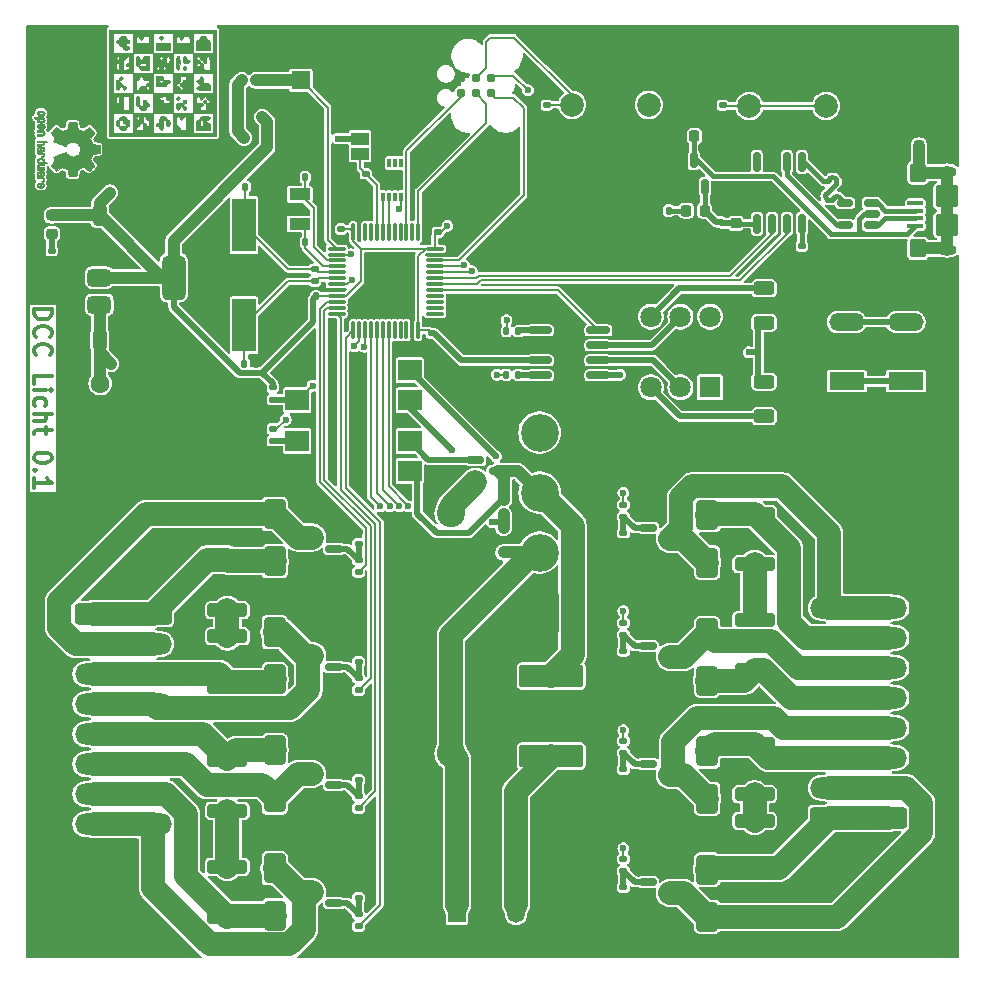
<source format=gbr>
%TF.GenerationSoftware,KiCad,Pcbnew,8.0.8+1*%
%TF.CreationDate,2025-01-29T22:05:02+00:00*%
%TF.ProjectId,dcclicht,6463636c-6963-4687-942e-6b696361645f,rev?*%
%TF.SameCoordinates,Original*%
%TF.FileFunction,Copper,L1,Top*%
%TF.FilePolarity,Positive*%
%FSLAX46Y46*%
G04 Gerber Fmt 4.6, Leading zero omitted, Abs format (unit mm)*
G04 Created by KiCad (PCBNEW 8.0.8+1) date 2025-01-29 22:05:02*
%MOMM*%
%LPD*%
G01*
G04 APERTURE LIST*
G04 Aperture macros list*
%AMRoundRect*
0 Rectangle with rounded corners*
0 $1 Rounding radius*
0 $2 $3 $4 $5 $6 $7 $8 $9 X,Y pos of 4 corners*
0 Add a 4 corners polygon primitive as box body*
4,1,4,$2,$3,$4,$5,$6,$7,$8,$9,$2,$3,0*
0 Add four circle primitives for the rounded corners*
1,1,$1+$1,$2,$3*
1,1,$1+$1,$4,$5*
1,1,$1+$1,$6,$7*
1,1,$1+$1,$8,$9*
0 Add four rect primitives between the rounded corners*
20,1,$1+$1,$2,$3,$4,$5,0*
20,1,$1+$1,$4,$5,$6,$7,0*
20,1,$1+$1,$6,$7,$8,$9,0*
20,1,$1+$1,$8,$9,$2,$3,0*%
G04 Aperture macros list end*
%ADD10C,0.300000*%
%TA.AperFunction,NonConductor*%
%ADD11C,0.300000*%
%TD*%
%TA.AperFunction,EtchedComponent*%
%ADD12C,0.010000*%
%TD*%
%TA.AperFunction,SMDPad,CuDef*%
%ADD13RoundRect,0.135000X-0.185000X0.135000X-0.185000X-0.135000X0.185000X-0.135000X0.185000X0.135000X0*%
%TD*%
%TA.AperFunction,ComponentPad*%
%ADD14C,5.500000*%
%TD*%
%TA.AperFunction,SMDPad,CuDef*%
%ADD15RoundRect,0.250000X-1.450000X0.312500X-1.450000X-0.312500X1.450000X-0.312500X1.450000X0.312500X0*%
%TD*%
%TA.AperFunction,ComponentPad*%
%ADD16R,1.800000X1.800000*%
%TD*%
%TA.AperFunction,ComponentPad*%
%ADD17C,1.800000*%
%TD*%
%TA.AperFunction,SMDPad,CuDef*%
%ADD18RoundRect,0.135000X0.135000X0.185000X-0.135000X0.185000X-0.135000X-0.185000X0.135000X-0.185000X0*%
%TD*%
%TA.AperFunction,SMDPad,CuDef*%
%ADD19R,1.500000X1.000000*%
%TD*%
%TA.AperFunction,SMDPad,CuDef*%
%ADD20RoundRect,0.150000X-0.587500X-0.150000X0.587500X-0.150000X0.587500X0.150000X-0.587500X0.150000X0*%
%TD*%
%TA.AperFunction,SMDPad,CuDef*%
%ADD21RoundRect,0.150000X0.150000X-0.512500X0.150000X0.512500X-0.150000X0.512500X-0.150000X-0.512500X0*%
%TD*%
%TA.AperFunction,SMDPad,CuDef*%
%ADD22RoundRect,0.250000X-0.325000X-0.650000X0.325000X-0.650000X0.325000X0.650000X-0.325000X0.650000X0*%
%TD*%
%TA.AperFunction,SMDPad,CuDef*%
%ADD23RoundRect,0.135000X-0.135000X-0.185000X0.135000X-0.185000X0.135000X0.185000X-0.135000X0.185000X0*%
%TD*%
%TA.AperFunction,SMDPad,CuDef*%
%ADD24RoundRect,0.250000X1.450000X-0.312500X1.450000X0.312500X-1.450000X0.312500X-1.450000X-0.312500X0*%
%TD*%
%TA.AperFunction,ComponentPad*%
%ADD25RoundRect,0.250000X-1.350000X0.650000X-1.350000X-0.650000X1.350000X-0.650000X1.350000X0.650000X0*%
%TD*%
%TA.AperFunction,ComponentPad*%
%ADD26O,3.200000X1.800000*%
%TD*%
%TA.AperFunction,SMDPad,CuDef*%
%ADD27RoundRect,0.135000X0.185000X-0.135000X0.185000X0.135000X-0.185000X0.135000X-0.185000X-0.135000X0*%
%TD*%
%TA.AperFunction,SMDPad,CuDef*%
%ADD28RoundRect,0.250000X0.650000X-1.000000X0.650000X1.000000X-0.650000X1.000000X-0.650000X-1.000000X0*%
%TD*%
%TA.AperFunction,SMDPad,CuDef*%
%ADD29RoundRect,0.250000X-0.625000X0.312500X-0.625000X-0.312500X0.625000X-0.312500X0.625000X0.312500X0*%
%TD*%
%TA.AperFunction,SMDPad,CuDef*%
%ADD30RoundRect,0.150000X-0.825000X-0.150000X0.825000X-0.150000X0.825000X0.150000X-0.825000X0.150000X0*%
%TD*%
%TA.AperFunction,SMDPad,CuDef*%
%ADD31R,2.000000X1.780000*%
%TD*%
%TA.AperFunction,SMDPad,CuDef*%
%ADD32RoundRect,0.150000X0.587500X0.150000X-0.587500X0.150000X-0.587500X-0.150000X0.587500X-0.150000X0*%
%TD*%
%TA.AperFunction,ComponentPad*%
%ADD33R,1.600000X1.600000*%
%TD*%
%TA.AperFunction,ComponentPad*%
%ADD34C,1.600000*%
%TD*%
%TA.AperFunction,SMDPad,CuDef*%
%ADD35R,0.300000X0.750000*%
%TD*%
%TA.AperFunction,SMDPad,CuDef*%
%ADD36R,1.500000X1.300000*%
%TD*%
%TA.AperFunction,SMDPad,CuDef*%
%ADD37R,2.000000X4.500000*%
%TD*%
%TA.AperFunction,SMDPad,CuDef*%
%ADD38RoundRect,0.140000X0.140000X0.170000X-0.140000X0.170000X-0.140000X-0.170000X0.140000X-0.170000X0*%
%TD*%
%TA.AperFunction,SMDPad,CuDef*%
%ADD39RoundRect,0.218750X0.256250X-0.218750X0.256250X0.218750X-0.256250X0.218750X-0.256250X-0.218750X0*%
%TD*%
%TA.AperFunction,SMDPad,CuDef*%
%ADD40RoundRect,0.075000X-0.662500X-0.075000X0.662500X-0.075000X0.662500X0.075000X-0.662500X0.075000X0*%
%TD*%
%TA.AperFunction,SMDPad,CuDef*%
%ADD41RoundRect,0.075000X-0.075000X-0.662500X0.075000X-0.662500X0.075000X0.662500X-0.075000X0.662500X0*%
%TD*%
%TA.AperFunction,SMDPad,CuDef*%
%ADD42RoundRect,0.140000X0.170000X-0.140000X0.170000X0.140000X-0.170000X0.140000X-0.170000X-0.140000X0*%
%TD*%
%TA.AperFunction,ComponentPad*%
%ADD43R,3.000000X1.500000*%
%TD*%
%TA.AperFunction,ComponentPad*%
%ADD44O,3.000000X1.500000*%
%TD*%
%TA.AperFunction,SMDPad,CuDef*%
%ADD45RoundRect,0.218750X-0.218750X-0.256250X0.218750X-0.256250X0.218750X0.256250X-0.218750X0.256250X0*%
%TD*%
%TA.AperFunction,ComponentPad*%
%ADD46C,2.400000*%
%TD*%
%TA.AperFunction,ComponentPad*%
%ADD47O,2.400000X2.400000*%
%TD*%
%TA.AperFunction,ComponentPad*%
%ADD48RoundRect,0.250000X1.350000X-0.650000X1.350000X0.650000X-1.350000X0.650000X-1.350000X-0.650000X0*%
%TD*%
%TA.AperFunction,SMDPad,CuDef*%
%ADD49RoundRect,0.250000X-0.650000X1.000000X-0.650000X-1.000000X0.650000X-1.000000X0.650000X1.000000X0*%
%TD*%
%TA.AperFunction,SMDPad,CuDef*%
%ADD50RoundRect,0.140000X-0.170000X0.140000X-0.170000X-0.140000X0.170000X-0.140000X0.170000X0.140000X0*%
%TD*%
%TA.AperFunction,SMDPad,CuDef*%
%ADD51RoundRect,0.225000X-0.225000X-0.250000X0.225000X-0.250000X0.225000X0.250000X-0.225000X0.250000X0*%
%TD*%
%TA.AperFunction,SMDPad,CuDef*%
%ADD52R,1.800000X1.000000*%
%TD*%
%TA.AperFunction,SMDPad,CuDef*%
%ADD53RoundRect,0.140000X-0.140000X-0.170000X0.140000X-0.170000X0.140000X0.170000X-0.140000X0.170000X0*%
%TD*%
%TA.AperFunction,SMDPad,CuDef*%
%ADD54RoundRect,0.150000X-0.150000X0.675000X-0.150000X-0.675000X0.150000X-0.675000X0.150000X0.675000X0*%
%TD*%
%TA.AperFunction,SMDPad,CuDef*%
%ADD55RoundRect,0.112500X-0.112500X0.187500X-0.112500X-0.187500X0.112500X-0.187500X0.112500X0.187500X0*%
%TD*%
%TA.AperFunction,SMDPad,CuDef*%
%ADD56RoundRect,0.225000X0.250000X-0.225000X0.250000X0.225000X-0.250000X0.225000X-0.250000X-0.225000X0*%
%TD*%
%TA.AperFunction,ComponentPad*%
%ADD57C,2.000000*%
%TD*%
%TA.AperFunction,SMDPad,CuDef*%
%ADD58RoundRect,0.250000X2.475000X-0.712500X2.475000X0.712500X-2.475000X0.712500X-2.475000X-0.712500X0*%
%TD*%
%TA.AperFunction,SMDPad,CuDef*%
%ADD59RoundRect,0.112500X-0.187500X-0.112500X0.187500X-0.112500X0.187500X0.112500X-0.187500X0.112500X0*%
%TD*%
%TA.AperFunction,ConnectorPad*%
%ADD60C,0.787400*%
%TD*%
%TA.AperFunction,SMDPad,CuDef*%
%ADD61RoundRect,0.100000X0.575000X-0.100000X0.575000X0.100000X-0.575000X0.100000X-0.575000X-0.100000X0*%
%TD*%
%TA.AperFunction,HeatsinkPad*%
%ADD62O,1.600000X0.900000*%
%TD*%
%TA.AperFunction,SMDPad,CuDef*%
%ADD63RoundRect,0.250000X0.450000X-0.550000X0.450000X0.550000X-0.450000X0.550000X-0.450000X-0.550000X0*%
%TD*%
%TA.AperFunction,SMDPad,CuDef*%
%ADD64RoundRect,0.250000X0.700000X-0.700000X0.700000X0.700000X-0.700000X0.700000X-0.700000X-0.700000X0*%
%TD*%
%TA.AperFunction,SMDPad,CuDef*%
%ADD65RoundRect,0.375000X-0.625000X-0.375000X0.625000X-0.375000X0.625000X0.375000X-0.625000X0.375000X0*%
%TD*%
%TA.AperFunction,SMDPad,CuDef*%
%ADD66RoundRect,0.500000X-0.500000X-1.400000X0.500000X-1.400000X0.500000X1.400000X-0.500000X1.400000X0*%
%TD*%
%TA.AperFunction,ComponentPad*%
%ADD67R,3.200000X3.200000*%
%TD*%
%TA.AperFunction,ComponentPad*%
%ADD68C,3.200000*%
%TD*%
%TA.AperFunction,ComponentPad*%
%ADD69R,1.500000X3.000000*%
%TD*%
%TA.AperFunction,ComponentPad*%
%ADD70O,1.500000X3.000000*%
%TD*%
%TA.AperFunction,SMDPad,CuDef*%
%ADD71RoundRect,0.150000X-0.512500X-0.150000X0.512500X-0.150000X0.512500X0.150000X-0.512500X0.150000X0*%
%TD*%
%TA.AperFunction,ViaPad*%
%ADD72C,0.600000*%
%TD*%
%TA.AperFunction,ViaPad*%
%ADD73C,1.600000*%
%TD*%
%TA.AperFunction,Conductor*%
%ADD74C,2.000000*%
%TD*%
%TA.AperFunction,Conductor*%
%ADD75C,1.000000*%
%TD*%
%TA.AperFunction,Conductor*%
%ADD76C,0.200000*%
%TD*%
%TA.AperFunction,Conductor*%
%ADD77C,0.500000*%
%TD*%
%TA.AperFunction,Conductor*%
%ADD78C,0.400000*%
%TD*%
G04 APERTURE END LIST*
D10*
D11*
X111199171Y-84554510D02*
X112699171Y-84554510D01*
X112699171Y-84554510D02*
X112699171Y-84911653D01*
X112699171Y-84911653D02*
X112627742Y-85125939D01*
X112627742Y-85125939D02*
X112484885Y-85268796D01*
X112484885Y-85268796D02*
X112342028Y-85340225D01*
X112342028Y-85340225D02*
X112056314Y-85411653D01*
X112056314Y-85411653D02*
X111842028Y-85411653D01*
X111842028Y-85411653D02*
X111556314Y-85340225D01*
X111556314Y-85340225D02*
X111413457Y-85268796D01*
X111413457Y-85268796D02*
X111270600Y-85125939D01*
X111270600Y-85125939D02*
X111199171Y-84911653D01*
X111199171Y-84911653D02*
X111199171Y-84554510D01*
X111342028Y-86911653D02*
X111270600Y-86840225D01*
X111270600Y-86840225D02*
X111199171Y-86625939D01*
X111199171Y-86625939D02*
X111199171Y-86483082D01*
X111199171Y-86483082D02*
X111270600Y-86268796D01*
X111270600Y-86268796D02*
X111413457Y-86125939D01*
X111413457Y-86125939D02*
X111556314Y-86054510D01*
X111556314Y-86054510D02*
X111842028Y-85983082D01*
X111842028Y-85983082D02*
X112056314Y-85983082D01*
X112056314Y-85983082D02*
X112342028Y-86054510D01*
X112342028Y-86054510D02*
X112484885Y-86125939D01*
X112484885Y-86125939D02*
X112627742Y-86268796D01*
X112627742Y-86268796D02*
X112699171Y-86483082D01*
X112699171Y-86483082D02*
X112699171Y-86625939D01*
X112699171Y-86625939D02*
X112627742Y-86840225D01*
X112627742Y-86840225D02*
X112556314Y-86911653D01*
X111342028Y-88411653D02*
X111270600Y-88340225D01*
X111270600Y-88340225D02*
X111199171Y-88125939D01*
X111199171Y-88125939D02*
X111199171Y-87983082D01*
X111199171Y-87983082D02*
X111270600Y-87768796D01*
X111270600Y-87768796D02*
X111413457Y-87625939D01*
X111413457Y-87625939D02*
X111556314Y-87554510D01*
X111556314Y-87554510D02*
X111842028Y-87483082D01*
X111842028Y-87483082D02*
X112056314Y-87483082D01*
X112056314Y-87483082D02*
X112342028Y-87554510D01*
X112342028Y-87554510D02*
X112484885Y-87625939D01*
X112484885Y-87625939D02*
X112627742Y-87768796D01*
X112627742Y-87768796D02*
X112699171Y-87983082D01*
X112699171Y-87983082D02*
X112699171Y-88125939D01*
X112699171Y-88125939D02*
X112627742Y-88340225D01*
X112627742Y-88340225D02*
X112556314Y-88411653D01*
X111199171Y-90911653D02*
X111199171Y-90197367D01*
X111199171Y-90197367D02*
X112699171Y-90197367D01*
X111199171Y-91411653D02*
X112199171Y-91411653D01*
X112699171Y-91411653D02*
X112627742Y-91340225D01*
X112627742Y-91340225D02*
X112556314Y-91411653D01*
X112556314Y-91411653D02*
X112627742Y-91483082D01*
X112627742Y-91483082D02*
X112699171Y-91411653D01*
X112699171Y-91411653D02*
X112556314Y-91411653D01*
X111270600Y-92768797D02*
X111199171Y-92625939D01*
X111199171Y-92625939D02*
X111199171Y-92340225D01*
X111199171Y-92340225D02*
X111270600Y-92197368D01*
X111270600Y-92197368D02*
X111342028Y-92125939D01*
X111342028Y-92125939D02*
X111484885Y-92054511D01*
X111484885Y-92054511D02*
X111913457Y-92054511D01*
X111913457Y-92054511D02*
X112056314Y-92125939D01*
X112056314Y-92125939D02*
X112127742Y-92197368D01*
X112127742Y-92197368D02*
X112199171Y-92340225D01*
X112199171Y-92340225D02*
X112199171Y-92625939D01*
X112199171Y-92625939D02*
X112127742Y-92768797D01*
X111199171Y-93411653D02*
X112699171Y-93411653D01*
X111199171Y-94054511D02*
X111984885Y-94054511D01*
X111984885Y-94054511D02*
X112127742Y-93983082D01*
X112127742Y-93983082D02*
X112199171Y-93840225D01*
X112199171Y-93840225D02*
X112199171Y-93625939D01*
X112199171Y-93625939D02*
X112127742Y-93483082D01*
X112127742Y-93483082D02*
X112056314Y-93411653D01*
X112199171Y-94554511D02*
X112199171Y-95125939D01*
X112699171Y-94768796D02*
X111413457Y-94768796D01*
X111413457Y-94768796D02*
X111270600Y-94840225D01*
X111270600Y-94840225D02*
X111199171Y-94983082D01*
X111199171Y-94983082D02*
X111199171Y-95125939D01*
X112699171Y-97054511D02*
X112699171Y-97197368D01*
X112699171Y-97197368D02*
X112627742Y-97340225D01*
X112627742Y-97340225D02*
X112556314Y-97411654D01*
X112556314Y-97411654D02*
X112413457Y-97483082D01*
X112413457Y-97483082D02*
X112127742Y-97554511D01*
X112127742Y-97554511D02*
X111770600Y-97554511D01*
X111770600Y-97554511D02*
X111484885Y-97483082D01*
X111484885Y-97483082D02*
X111342028Y-97411654D01*
X111342028Y-97411654D02*
X111270600Y-97340225D01*
X111270600Y-97340225D02*
X111199171Y-97197368D01*
X111199171Y-97197368D02*
X111199171Y-97054511D01*
X111199171Y-97054511D02*
X111270600Y-96911654D01*
X111270600Y-96911654D02*
X111342028Y-96840225D01*
X111342028Y-96840225D02*
X111484885Y-96768796D01*
X111484885Y-96768796D02*
X111770600Y-96697368D01*
X111770600Y-96697368D02*
X112127742Y-96697368D01*
X112127742Y-96697368D02*
X112413457Y-96768796D01*
X112413457Y-96768796D02*
X112556314Y-96840225D01*
X112556314Y-96840225D02*
X112627742Y-96911654D01*
X112627742Y-96911654D02*
X112699171Y-97054511D01*
X111342028Y-98197367D02*
X111270600Y-98268796D01*
X111270600Y-98268796D02*
X111199171Y-98197367D01*
X111199171Y-98197367D02*
X111270600Y-98125939D01*
X111270600Y-98125939D02*
X111342028Y-98197367D01*
X111342028Y-98197367D02*
X111199171Y-98197367D01*
X111199171Y-99697368D02*
X111199171Y-98840225D01*
X111199171Y-99268796D02*
X112699171Y-99268796D01*
X112699171Y-99268796D02*
X112484885Y-99125939D01*
X112484885Y-99125939D02*
X112342028Y-98983082D01*
X112342028Y-98983082D02*
X112270600Y-98840225D01*
D12*
%TO.C,REF\u002A\u002A*%
X111779953Y-73366692D02*
X111856968Y-73370070D01*
X111913977Y-73377142D01*
X111955474Y-73389088D01*
X111985957Y-73407090D01*
X112009920Y-73432327D01*
X112026645Y-73457247D01*
X112048903Y-73517171D01*
X112053924Y-73586911D01*
X112041248Y-73652600D01*
X112033666Y-73669948D01*
X112000872Y-73711356D01*
X111953453Y-73746765D01*
X111902849Y-73768664D01*
X111877902Y-73772229D01*
X111843073Y-73760279D01*
X111824643Y-73734067D01*
X111813484Y-73705964D01*
X111811428Y-73693095D01*
X111826351Y-73686829D01*
X111858825Y-73674456D01*
X111873498Y-73669028D01*
X111924256Y-73638590D01*
X111949573Y-73594520D01*
X111948794Y-73538010D01*
X111947797Y-73533825D01*
X111933493Y-73503655D01*
X111905607Y-73481476D01*
X111860713Y-73466327D01*
X111795385Y-73457250D01*
X111706196Y-73453286D01*
X111658739Y-73452914D01*
X111583929Y-73452730D01*
X111532931Y-73451522D01*
X111500529Y-73448309D01*
X111481505Y-73442109D01*
X111470644Y-73431940D01*
X111462728Y-73416819D01*
X111462330Y-73415946D01*
X111450019Y-73386828D01*
X111445486Y-73372403D01*
X111459191Y-73370186D01*
X111497075Y-73368289D01*
X111554285Y-73366847D01*
X111625973Y-73365998D01*
X111678435Y-73365829D01*
X111779953Y-73366692D01*
%TA.AperFunction,EtchedComponent*%
G36*
X111779953Y-73366692D02*
G01*
X111856968Y-73370070D01*
X111913977Y-73377142D01*
X111955474Y-73389088D01*
X111985957Y-73407090D01*
X112009920Y-73432327D01*
X112026645Y-73457247D01*
X112048903Y-73517171D01*
X112053924Y-73586911D01*
X112041248Y-73652600D01*
X112033666Y-73669948D01*
X112000872Y-73711356D01*
X111953453Y-73746765D01*
X111902849Y-73768664D01*
X111877902Y-73772229D01*
X111843073Y-73760279D01*
X111824643Y-73734067D01*
X111813484Y-73705964D01*
X111811428Y-73693095D01*
X111826351Y-73686829D01*
X111858825Y-73674456D01*
X111873498Y-73669028D01*
X111924256Y-73638590D01*
X111949573Y-73594520D01*
X111948794Y-73538010D01*
X111947797Y-73533825D01*
X111933493Y-73503655D01*
X111905607Y-73481476D01*
X111860713Y-73466327D01*
X111795385Y-73457250D01*
X111706196Y-73453286D01*
X111658739Y-73452914D01*
X111583929Y-73452730D01*
X111532931Y-73451522D01*
X111500529Y-73448309D01*
X111481505Y-73442109D01*
X111470644Y-73431940D01*
X111462728Y-73416819D01*
X111462330Y-73415946D01*
X111450019Y-73386828D01*
X111445486Y-73372403D01*
X111459191Y-73370186D01*
X111497075Y-73368289D01*
X111554285Y-73366847D01*
X111625973Y-73365998D01*
X111678435Y-73365829D01*
X111779953Y-73366692D01*
G37*
%TD.AperFunction*%
X111688611Y-69406141D02*
X111781481Y-69407971D01*
X111850111Y-69410112D01*
X111899289Y-69413181D01*
X111933802Y-69417794D01*
X111958438Y-69424568D01*
X111977984Y-69434119D01*
X111995230Y-69445634D01*
X112050320Y-69501190D01*
X112082178Y-69568980D01*
X112089809Y-69642713D01*
X112072220Y-69716093D01*
X112045277Y-69762672D01*
X112018534Y-69795057D01*
X111990516Y-69818742D01*
X111956252Y-69835059D01*
X111910773Y-69845339D01*
X111849108Y-69850914D01*
X111766289Y-69853116D01*
X111706754Y-69853371D01*
X111487609Y-69853371D01*
X111459956Y-69791686D01*
X111432303Y-69730000D01*
X111672330Y-69722743D01*
X111761972Y-69719744D01*
X111827038Y-69716598D01*
X111871974Y-69712701D01*
X111901230Y-69707447D01*
X111919252Y-69700231D01*
X111930489Y-69690450D01*
X111932921Y-69687312D01*
X111951917Y-69639761D01*
X111944400Y-69591697D01*
X111924457Y-69563086D01*
X111910325Y-69551447D01*
X111891780Y-69543391D01*
X111863666Y-69538271D01*
X111820827Y-69535441D01*
X111758105Y-69534256D01*
X111692739Y-69534057D01*
X111610732Y-69534018D01*
X111552684Y-69532614D01*
X111513535Y-69527914D01*
X111488220Y-69517987D01*
X111471677Y-69500903D01*
X111458844Y-69474732D01*
X111445509Y-69439775D01*
X111430993Y-69401596D01*
X111688611Y-69406141D01*
%TA.AperFunction,EtchedComponent*%
G36*
X111688611Y-69406141D02*
G01*
X111781481Y-69407971D01*
X111850111Y-69410112D01*
X111899289Y-69413181D01*
X111933802Y-69417794D01*
X111958438Y-69424568D01*
X111977984Y-69434119D01*
X111995230Y-69445634D01*
X112050320Y-69501190D01*
X112082178Y-69568980D01*
X112089809Y-69642713D01*
X112072220Y-69716093D01*
X112045277Y-69762672D01*
X112018534Y-69795057D01*
X111990516Y-69818742D01*
X111956252Y-69835059D01*
X111910773Y-69845339D01*
X111849108Y-69850914D01*
X111766289Y-69853116D01*
X111706754Y-69853371D01*
X111487609Y-69853371D01*
X111459956Y-69791686D01*
X111432303Y-69730000D01*
X111672330Y-69722743D01*
X111761972Y-69719744D01*
X111827038Y-69716598D01*
X111871974Y-69712701D01*
X111901230Y-69707447D01*
X111919252Y-69700231D01*
X111930489Y-69690450D01*
X111932921Y-69687312D01*
X111951917Y-69639761D01*
X111944400Y-69591697D01*
X111924457Y-69563086D01*
X111910325Y-69551447D01*
X111891780Y-69543391D01*
X111863666Y-69538271D01*
X111820827Y-69535441D01*
X111758105Y-69534256D01*
X111692739Y-69534057D01*
X111610732Y-69534018D01*
X111552684Y-69532614D01*
X111513535Y-69527914D01*
X111488220Y-69517987D01*
X111471677Y-69500903D01*
X111458844Y-69474732D01*
X111445509Y-69439775D01*
X111430993Y-69401596D01*
X111688611Y-69406141D01*
G37*
%TD.AperFunction*%
X111666331Y-71277598D02*
X111681343Y-71277908D01*
X111770141Y-71280101D01*
X111834981Y-71282693D01*
X111880933Y-71286382D01*
X111913065Y-71291864D01*
X111936447Y-71299835D01*
X111956148Y-71310993D01*
X111964590Y-71316830D01*
X112001943Y-71350296D01*
X112030997Y-71387727D01*
X112033533Y-71392309D01*
X112053557Y-71459426D01*
X112050245Y-71529926D01*
X112025916Y-71595858D01*
X111982883Y-71649273D01*
X111952591Y-71670164D01*
X111897006Y-71692939D01*
X111856814Y-71692466D01*
X111829783Y-71668562D01*
X111825187Y-71659717D01*
X111810856Y-71621530D01*
X111814528Y-71602028D01*
X111838593Y-71595422D01*
X111851886Y-71595086D01*
X111900790Y-71582992D01*
X111935001Y-71551471D01*
X111951524Y-71507659D01*
X111947366Y-71458695D01*
X111925773Y-71418894D01*
X111913456Y-71405450D01*
X111898513Y-71395921D01*
X111875925Y-71389485D01*
X111840672Y-71385317D01*
X111787734Y-71382597D01*
X111712093Y-71380502D01*
X111688143Y-71379960D01*
X111606210Y-71377981D01*
X111548545Y-71375731D01*
X111510392Y-71372357D01*
X111486996Y-71367006D01*
X111473602Y-71358824D01*
X111465455Y-71346959D01*
X111461856Y-71339362D01*
X111449548Y-71307102D01*
X111445486Y-71288111D01*
X111459052Y-71281836D01*
X111500066Y-71278006D01*
X111569001Y-71276600D01*
X111666331Y-71277598D01*
%TA.AperFunction,EtchedComponent*%
G36*
X111666331Y-71277598D02*
G01*
X111681343Y-71277908D01*
X111770141Y-71280101D01*
X111834981Y-71282693D01*
X111880933Y-71286382D01*
X111913065Y-71291864D01*
X111936447Y-71299835D01*
X111956148Y-71310993D01*
X111964590Y-71316830D01*
X112001943Y-71350296D01*
X112030997Y-71387727D01*
X112033533Y-71392309D01*
X112053557Y-71459426D01*
X112050245Y-71529926D01*
X112025916Y-71595858D01*
X111982883Y-71649273D01*
X111952591Y-71670164D01*
X111897006Y-71692939D01*
X111856814Y-71692466D01*
X111829783Y-71668562D01*
X111825187Y-71659717D01*
X111810856Y-71621530D01*
X111814528Y-71602028D01*
X111838593Y-71595422D01*
X111851886Y-71595086D01*
X111900790Y-71582992D01*
X111935001Y-71551471D01*
X111951524Y-71507659D01*
X111947366Y-71458695D01*
X111925773Y-71418894D01*
X111913456Y-71405450D01*
X111898513Y-71395921D01*
X111875925Y-71389485D01*
X111840672Y-71385317D01*
X111787734Y-71382597D01*
X111712093Y-71380502D01*
X111688143Y-71379960D01*
X111606210Y-71377981D01*
X111548545Y-71375731D01*
X111510392Y-71372357D01*
X111486996Y-71367006D01*
X111473602Y-71358824D01*
X111465455Y-71346959D01*
X111461856Y-71339362D01*
X111449548Y-71307102D01*
X111445486Y-71288111D01*
X111459052Y-71281836D01*
X111500066Y-71278006D01*
X111569001Y-71276600D01*
X111666331Y-71277598D01*
G37*
%TD.AperFunction*%
X112038242Y-72314226D02*
X112050718Y-72346059D01*
X112055086Y-72364683D01*
X112041282Y-72369458D01*
X112002714Y-72373921D01*
X111943644Y-72377775D01*
X111868337Y-72380722D01*
X111804714Y-72382143D01*
X111554343Y-72386114D01*
X111549444Y-72420759D01*
X111552869Y-72452268D01*
X111563959Y-72467708D01*
X111584692Y-72472023D01*
X111628855Y-72475708D01*
X111690854Y-72478469D01*
X111765091Y-72480012D01*
X111803294Y-72480235D01*
X112023217Y-72480457D01*
X112039151Y-72526166D01*
X112049985Y-72558518D01*
X112055038Y-72576115D01*
X112055086Y-72576623D01*
X112041352Y-72578388D01*
X112003270Y-72580329D01*
X111945518Y-72582282D01*
X111872773Y-72584084D01*
X111804714Y-72585343D01*
X111554343Y-72589314D01*
X111554343Y-72676400D01*
X111782760Y-72680396D01*
X112011178Y-72684392D01*
X112033132Y-72726847D01*
X112048207Y-72758192D01*
X112055049Y-72776744D01*
X112055086Y-72777279D01*
X112041337Y-72779833D01*
X112003150Y-72782048D01*
X111945114Y-72783784D01*
X111871820Y-72784899D01*
X111794945Y-72785257D01*
X111534804Y-72785257D01*
X111488873Y-72739326D01*
X111460571Y-72707675D01*
X111449107Y-72679890D01*
X111449832Y-72641915D01*
X111451679Y-72626840D01*
X111457052Y-72579726D01*
X111460131Y-72540756D01*
X111460415Y-72531257D01*
X111458555Y-72499233D01*
X111453886Y-72453432D01*
X111451679Y-72435674D01*
X111448265Y-72392057D01*
X111455680Y-72362745D01*
X111478573Y-72333680D01*
X111488873Y-72323188D01*
X111534804Y-72277257D01*
X112021398Y-72277257D01*
X112038242Y-72314226D01*
%TA.AperFunction,EtchedComponent*%
G36*
X112038242Y-72314226D02*
G01*
X112050718Y-72346059D01*
X112055086Y-72364683D01*
X112041282Y-72369458D01*
X112002714Y-72373921D01*
X111943644Y-72377775D01*
X111868337Y-72380722D01*
X111804714Y-72382143D01*
X111554343Y-72386114D01*
X111549444Y-72420759D01*
X111552869Y-72452268D01*
X111563959Y-72467708D01*
X111584692Y-72472023D01*
X111628855Y-72475708D01*
X111690854Y-72478469D01*
X111765091Y-72480012D01*
X111803294Y-72480235D01*
X112023217Y-72480457D01*
X112039151Y-72526166D01*
X112049985Y-72558518D01*
X112055038Y-72576115D01*
X112055086Y-72576623D01*
X112041352Y-72578388D01*
X112003270Y-72580329D01*
X111945518Y-72582282D01*
X111872773Y-72584084D01*
X111804714Y-72585343D01*
X111554343Y-72589314D01*
X111554343Y-72676400D01*
X111782760Y-72680396D01*
X112011178Y-72684392D01*
X112033132Y-72726847D01*
X112048207Y-72758192D01*
X112055049Y-72776744D01*
X112055086Y-72777279D01*
X112041337Y-72779833D01*
X112003150Y-72782048D01*
X111945114Y-72783784D01*
X111871820Y-72784899D01*
X111794945Y-72785257D01*
X111534804Y-72785257D01*
X111488873Y-72739326D01*
X111460571Y-72707675D01*
X111449107Y-72679890D01*
X111449832Y-72641915D01*
X111451679Y-72626840D01*
X111457052Y-72579726D01*
X111460131Y-72540756D01*
X111460415Y-72531257D01*
X111458555Y-72499233D01*
X111453886Y-72453432D01*
X111451679Y-72435674D01*
X111448265Y-72392057D01*
X111455680Y-72362745D01*
X111478573Y-72333680D01*
X111488873Y-72323188D01*
X111534804Y-72277257D01*
X112021398Y-72277257D01*
X112038242Y-72314226D01*
G37*
%TD.AperFunction*%
X112250556Y-70321457D02*
X112270453Y-70368629D01*
X112148711Y-70375886D01*
X112089387Y-70380139D01*
X112054428Y-70385025D01*
X112039180Y-70391795D01*
X112038985Y-70401702D01*
X112040805Y-70404914D01*
X112053985Y-70447644D01*
X112053215Y-70503227D01*
X112039667Y-70559737D01*
X112022139Y-70595082D01*
X111994139Y-70631321D01*
X111962451Y-70657813D01*
X111922187Y-70675999D01*
X111868457Y-70687322D01*
X111796374Y-70693222D01*
X111701049Y-70695143D01*
X111682763Y-70695177D01*
X111477354Y-70695200D01*
X111461420Y-70649491D01*
X111450580Y-70617027D01*
X111445532Y-70599215D01*
X111445486Y-70598691D01*
X111459172Y-70596937D01*
X111496924Y-70595444D01*
X111553776Y-70594326D01*
X111624766Y-70593697D01*
X111667927Y-70593600D01*
X111753027Y-70593398D01*
X111814019Y-70592358D01*
X111855823Y-70589831D01*
X111883358Y-70585164D01*
X111901544Y-70577707D01*
X111915302Y-70566811D01*
X111921927Y-70560007D01*
X111948625Y-70513272D01*
X111950625Y-70462272D01*
X111928045Y-70416001D01*
X111919893Y-70407444D01*
X111904564Y-70394893D01*
X111886382Y-70386188D01*
X111860091Y-70380631D01*
X111820438Y-70377526D01*
X111762168Y-70376176D01*
X111681827Y-70375886D01*
X111477354Y-70375886D01*
X111461420Y-70330177D01*
X111450580Y-70297713D01*
X111445532Y-70279901D01*
X111445486Y-70279377D01*
X111459377Y-70278037D01*
X111498561Y-70276828D01*
X111559300Y-70275801D01*
X111637859Y-70275002D01*
X111730502Y-70274481D01*
X111833491Y-70274286D01*
X112230658Y-70274286D01*
X112250556Y-70321457D01*
%TA.AperFunction,EtchedComponent*%
G36*
X112250556Y-70321457D02*
G01*
X112270453Y-70368629D01*
X112148711Y-70375886D01*
X112089387Y-70380139D01*
X112054428Y-70385025D01*
X112039180Y-70391795D01*
X112038985Y-70401702D01*
X112040805Y-70404914D01*
X112053985Y-70447644D01*
X112053215Y-70503227D01*
X112039667Y-70559737D01*
X112022139Y-70595082D01*
X111994139Y-70631321D01*
X111962451Y-70657813D01*
X111922187Y-70675999D01*
X111868457Y-70687322D01*
X111796374Y-70693222D01*
X111701049Y-70695143D01*
X111682763Y-70695177D01*
X111477354Y-70695200D01*
X111461420Y-70649491D01*
X111450580Y-70617027D01*
X111445532Y-70599215D01*
X111445486Y-70598691D01*
X111459172Y-70596937D01*
X111496924Y-70595444D01*
X111553776Y-70594326D01*
X111624766Y-70593697D01*
X111667927Y-70593600D01*
X111753027Y-70593398D01*
X111814019Y-70592358D01*
X111855823Y-70589831D01*
X111883358Y-70585164D01*
X111901544Y-70577707D01*
X111915302Y-70566811D01*
X111921927Y-70560007D01*
X111948625Y-70513272D01*
X111950625Y-70462272D01*
X111928045Y-70416001D01*
X111919893Y-70407444D01*
X111904564Y-70394893D01*
X111886382Y-70386188D01*
X111860091Y-70380631D01*
X111820438Y-70377526D01*
X111762168Y-70376176D01*
X111681827Y-70375886D01*
X111477354Y-70375886D01*
X111461420Y-70330177D01*
X111450580Y-70297713D01*
X111445532Y-70279901D01*
X111445486Y-70279377D01*
X111459377Y-70278037D01*
X111498561Y-70276828D01*
X111559300Y-70275801D01*
X111637859Y-70275002D01*
X111730502Y-70274481D01*
X111833491Y-70274286D01*
X112230658Y-70274286D01*
X112250556Y-70321457D01*
G37*
%TD.AperFunction*%
X111769808Y-67734322D02*
X111839587Y-67734826D01*
X111891841Y-67737096D01*
X111928051Y-67742068D01*
X111954701Y-67750713D01*
X111978278Y-67764005D01*
X111982662Y-67766943D01*
X112041751Y-67816313D01*
X112076053Y-67870109D01*
X112089669Y-67935602D01*
X112090335Y-67957842D01*
X112078038Y-68041115D01*
X112042267Y-68109145D01*
X111984699Y-68159351D01*
X111947688Y-68177185D01*
X111892118Y-68191063D01*
X111821904Y-68198167D01*
X111745273Y-68198840D01*
X111670448Y-68193427D01*
X111605658Y-68182270D01*
X111559127Y-68165714D01*
X111551113Y-68160626D01*
X111491293Y-68100355D01*
X111455465Y-68028769D01*
X111444980Y-67951092D01*
X111446612Y-67943186D01*
X111580320Y-67943186D01*
X111581452Y-67976903D01*
X111602984Y-68010995D01*
X111625971Y-68031329D01*
X111659522Y-68043371D01*
X111712431Y-68050134D01*
X111718601Y-68050598D01*
X111814487Y-68051752D01*
X111885701Y-68039688D01*
X111931806Y-68014570D01*
X111952365Y-67976560D01*
X111953486Y-67962992D01*
X111947848Y-67927364D01*
X111928314Y-67902994D01*
X111890958Y-67888093D01*
X111831850Y-67880875D01*
X111769808Y-67879429D01*
X111703570Y-67880273D01*
X111659614Y-67883596D01*
X111631221Y-67890583D01*
X111611675Y-67902416D01*
X111605143Y-67908457D01*
X111580320Y-67943186D01*
X111446612Y-67943186D01*
X111461190Y-67872548D01*
X111470908Y-67850689D01*
X111500857Y-67808122D01*
X111540567Y-67770763D01*
X111545603Y-67767232D01*
X111569876Y-67752881D01*
X111595822Y-67743394D01*
X111629978Y-67737790D01*
X111678881Y-67735086D01*
X111749065Y-67734299D01*
X111764800Y-67734286D01*
X111769808Y-67734322D01*
%TA.AperFunction,EtchedComponent*%
G36*
X111769808Y-67734322D02*
G01*
X111839587Y-67734826D01*
X111891841Y-67737096D01*
X111928051Y-67742068D01*
X111954701Y-67750713D01*
X111978278Y-67764005D01*
X111982662Y-67766943D01*
X112041751Y-67816313D01*
X112076053Y-67870109D01*
X112089669Y-67935602D01*
X112090335Y-67957842D01*
X112078038Y-68041115D01*
X112042267Y-68109145D01*
X111984699Y-68159351D01*
X111947688Y-68177185D01*
X111892118Y-68191063D01*
X111821904Y-68198167D01*
X111745273Y-68198840D01*
X111670448Y-68193427D01*
X111605658Y-68182270D01*
X111559127Y-68165714D01*
X111551113Y-68160626D01*
X111491293Y-68100355D01*
X111455465Y-68028769D01*
X111444980Y-67951092D01*
X111446612Y-67943186D01*
X111580320Y-67943186D01*
X111581452Y-67976903D01*
X111602984Y-68010995D01*
X111625971Y-68031329D01*
X111659522Y-68043371D01*
X111712431Y-68050134D01*
X111718601Y-68050598D01*
X111814487Y-68051752D01*
X111885701Y-68039688D01*
X111931806Y-68014570D01*
X111952365Y-67976560D01*
X111953486Y-67962992D01*
X111947848Y-67927364D01*
X111928314Y-67902994D01*
X111890958Y-67888093D01*
X111831850Y-67880875D01*
X111769808Y-67879429D01*
X111703570Y-67880273D01*
X111659614Y-67883596D01*
X111631221Y-67890583D01*
X111611675Y-67902416D01*
X111605143Y-67908457D01*
X111580320Y-67943186D01*
X111446612Y-67943186D01*
X111461190Y-67872548D01*
X111470908Y-67850689D01*
X111500857Y-67808122D01*
X111540567Y-67770763D01*
X111545603Y-67767232D01*
X111569876Y-67752881D01*
X111595822Y-67743394D01*
X111629978Y-67737790D01*
X111678881Y-67735086D01*
X111749065Y-67734299D01*
X111764800Y-67734286D01*
X111769808Y-67734322D01*
G37*
%TD.AperFunction*%
X111793753Y-73860372D02*
X111837751Y-73861285D01*
X111904616Y-73868196D01*
X111953305Y-73881884D01*
X111989151Y-73904096D01*
X112017487Y-73936574D01*
X112026645Y-73950733D01*
X112050493Y-74015053D01*
X112051994Y-74085473D01*
X112033034Y-74153595D01*
X111995503Y-74211021D01*
X111961904Y-74238719D01*
X111900936Y-74260662D01*
X111852692Y-74262405D01*
X111788184Y-74258457D01*
X111723066Y-74109686D01*
X111689798Y-74037349D01*
X111663036Y-73990084D01*
X111639856Y-73965507D01*
X111617333Y-73961237D01*
X111592545Y-73974889D01*
X111576114Y-73989943D01*
X111549765Y-74033746D01*
X111547919Y-74081389D01*
X111568454Y-74125145D01*
X111609248Y-74157289D01*
X111623653Y-74163038D01*
X111668644Y-74190576D01*
X111687818Y-74222258D01*
X111704221Y-74265714D01*
X111642034Y-74265714D01*
X111599717Y-74261872D01*
X111564031Y-74246823D01*
X111523057Y-74215280D01*
X111517733Y-74210592D01*
X111481280Y-74175506D01*
X111461717Y-74145347D01*
X111452717Y-74107615D01*
X111449770Y-74076335D01*
X111449035Y-74020385D01*
X111458340Y-73980555D01*
X111472154Y-73955708D01*
X111475384Y-73951556D01*
X111764800Y-73951556D01*
X111770335Y-73968274D01*
X111784983Y-74004249D01*
X111805810Y-74052331D01*
X111810286Y-74062386D01*
X111841186Y-74123152D01*
X111868343Y-74156632D01*
X111893780Y-74163990D01*
X111919519Y-74146391D01*
X111930891Y-74131856D01*
X111953636Y-74079410D01*
X111949878Y-74030322D01*
X111922116Y-73989227D01*
X111872848Y-73960758D01*
X111833743Y-73951631D01*
X111793753Y-73948007D01*
X111768874Y-73949023D01*
X111764800Y-73951556D01*
X111475384Y-73951556D01*
X111502533Y-73916656D01*
X111535387Y-73889625D01*
X111576706Y-73872517D01*
X111632479Y-73863238D01*
X111708695Y-73859693D01*
X111747378Y-73859410D01*
X111793753Y-73860372D01*
%TA.AperFunction,EtchedComponent*%
G36*
X111793753Y-73860372D02*
G01*
X111837751Y-73861285D01*
X111904616Y-73868196D01*
X111953305Y-73881884D01*
X111989151Y-73904096D01*
X112017487Y-73936574D01*
X112026645Y-73950733D01*
X112050493Y-74015053D01*
X112051994Y-74085473D01*
X112033034Y-74153595D01*
X111995503Y-74211021D01*
X111961904Y-74238719D01*
X111900936Y-74260662D01*
X111852692Y-74262405D01*
X111788184Y-74258457D01*
X111723066Y-74109686D01*
X111689798Y-74037349D01*
X111663036Y-73990084D01*
X111639856Y-73965507D01*
X111617333Y-73961237D01*
X111592545Y-73974889D01*
X111576114Y-73989943D01*
X111549765Y-74033746D01*
X111547919Y-74081389D01*
X111568454Y-74125145D01*
X111609248Y-74157289D01*
X111623653Y-74163038D01*
X111668644Y-74190576D01*
X111687818Y-74222258D01*
X111704221Y-74265714D01*
X111642034Y-74265714D01*
X111599717Y-74261872D01*
X111564031Y-74246823D01*
X111523057Y-74215280D01*
X111517733Y-74210592D01*
X111481280Y-74175506D01*
X111461717Y-74145347D01*
X111452717Y-74107615D01*
X111449770Y-74076335D01*
X111449035Y-74020385D01*
X111458340Y-73980555D01*
X111472154Y-73955708D01*
X111475384Y-73951556D01*
X111764800Y-73951556D01*
X111770335Y-73968274D01*
X111784983Y-74004249D01*
X111805810Y-74052331D01*
X111810286Y-74062386D01*
X111841186Y-74123152D01*
X111868343Y-74156632D01*
X111893780Y-74163990D01*
X111919519Y-74146391D01*
X111930891Y-74131856D01*
X111953636Y-74079410D01*
X111949878Y-74030322D01*
X111922116Y-73989227D01*
X111872848Y-73960758D01*
X111833743Y-73951631D01*
X111793753Y-73948007D01*
X111768874Y-73949023D01*
X111764800Y-73951556D01*
X111475384Y-73951556D01*
X111502533Y-73916656D01*
X111535387Y-73889625D01*
X111576706Y-73872517D01*
X111632479Y-73863238D01*
X111708695Y-73859693D01*
X111747378Y-73859410D01*
X111793753Y-73860372D01*
G37*
%TD.AperFunction*%
X111754353Y-71769458D02*
X111841432Y-71772810D01*
X111909914Y-71784726D01*
X111961400Y-71807135D01*
X112001557Y-71842124D01*
X112022139Y-71869375D01*
X112044375Y-71918907D01*
X112054696Y-71976316D01*
X112051933Y-72029682D01*
X112040788Y-72059543D01*
X112037617Y-72071261D01*
X112049443Y-72079037D01*
X112081134Y-72084465D01*
X112129407Y-72088571D01*
X112183171Y-72093067D01*
X112215518Y-72099313D01*
X112234015Y-72110676D01*
X112246230Y-72130528D01*
X112251638Y-72143000D01*
X112271399Y-72190171D01*
X111934642Y-72190117D01*
X111826163Y-72189933D01*
X111742713Y-72189219D01*
X111680296Y-72187675D01*
X111634915Y-72185001D01*
X111602571Y-72180894D01*
X111579267Y-72175055D01*
X111561005Y-72167182D01*
X111550582Y-72161221D01*
X111494055Y-72111855D01*
X111458623Y-72049264D01*
X111450259Y-72003701D01*
X111550581Y-72003701D01*
X111575295Y-72051276D01*
X111578644Y-72054979D01*
X111596065Y-72070783D01*
X111616791Y-72080693D01*
X111647638Y-72086058D01*
X111695423Y-72088228D01*
X111748252Y-72088571D01*
X111814619Y-72087827D01*
X111858894Y-72084748D01*
X111887991Y-72078061D01*
X111908827Y-72066496D01*
X111919893Y-72057013D01*
X111947802Y-72012960D01*
X111951157Y-71962224D01*
X111929841Y-71913796D01*
X111921927Y-71904450D01*
X111904353Y-71888540D01*
X111883413Y-71878610D01*
X111852218Y-71873278D01*
X111803878Y-71871163D01*
X111754353Y-71870857D01*
X111689450Y-71871476D01*
X111646486Y-71874314D01*
X111618378Y-71880840D01*
X111598047Y-71892523D01*
X111582712Y-71906483D01*
X111553110Y-71953365D01*
X111550581Y-72003701D01*
X111450259Y-72003701D01*
X111445910Y-71980013D01*
X111457537Y-71910668D01*
X111478432Y-71869375D01*
X111514578Y-71826025D01*
X111558724Y-71796481D01*
X111616538Y-71778655D01*
X111693687Y-71770463D01*
X111750286Y-71769302D01*
X111754353Y-71769458D01*
%TA.AperFunction,EtchedComponent*%
G36*
X111754353Y-71769458D02*
G01*
X111841432Y-71772810D01*
X111909914Y-71784726D01*
X111961400Y-71807135D01*
X112001557Y-71842124D01*
X112022139Y-71869375D01*
X112044375Y-71918907D01*
X112054696Y-71976316D01*
X112051933Y-72029682D01*
X112040788Y-72059543D01*
X112037617Y-72071261D01*
X112049443Y-72079037D01*
X112081134Y-72084465D01*
X112129407Y-72088571D01*
X112183171Y-72093067D01*
X112215518Y-72099313D01*
X112234015Y-72110676D01*
X112246230Y-72130528D01*
X112251638Y-72143000D01*
X112271399Y-72190171D01*
X111934642Y-72190117D01*
X111826163Y-72189933D01*
X111742713Y-72189219D01*
X111680296Y-72187675D01*
X111634915Y-72185001D01*
X111602571Y-72180894D01*
X111579267Y-72175055D01*
X111561005Y-72167182D01*
X111550582Y-72161221D01*
X111494055Y-72111855D01*
X111458623Y-72049264D01*
X111450259Y-72003701D01*
X111550581Y-72003701D01*
X111575295Y-72051276D01*
X111578644Y-72054979D01*
X111596065Y-72070783D01*
X111616791Y-72080693D01*
X111647638Y-72086058D01*
X111695423Y-72088228D01*
X111748252Y-72088571D01*
X111814619Y-72087827D01*
X111858894Y-72084748D01*
X111887991Y-72078061D01*
X111908827Y-72066496D01*
X111919893Y-72057013D01*
X111947802Y-72012960D01*
X111951157Y-71962224D01*
X111929841Y-71913796D01*
X111921927Y-71904450D01*
X111904353Y-71888540D01*
X111883413Y-71878610D01*
X111852218Y-71873278D01*
X111803878Y-71871163D01*
X111754353Y-71870857D01*
X111689450Y-71871476D01*
X111646486Y-71874314D01*
X111618378Y-71880840D01*
X111598047Y-71892523D01*
X111582712Y-71906483D01*
X111553110Y-71953365D01*
X111550581Y-72003701D01*
X111450259Y-72003701D01*
X111445910Y-71980013D01*
X111457537Y-71910668D01*
X111478432Y-71869375D01*
X111514578Y-71826025D01*
X111558724Y-71796481D01*
X111616538Y-71778655D01*
X111693687Y-71770463D01*
X111750286Y-71769302D01*
X111754353Y-71769458D01*
G37*
%TD.AperFunction*%
X111857252Y-68843233D02*
X111893973Y-68847194D01*
X111963788Y-68871550D01*
X112012698Y-68905456D01*
X112062122Y-68966653D01*
X112086641Y-69034063D01*
X112088203Y-69102880D01*
X112068761Y-69168303D01*
X112030265Y-69225527D01*
X111974665Y-69269749D01*
X111903914Y-69296167D01*
X111851838Y-69301510D01*
X111830107Y-69300903D01*
X111813469Y-69295822D01*
X111798563Y-69281855D01*
X111782027Y-69254589D01*
X111760502Y-69209612D01*
X111730626Y-69142511D01*
X111730476Y-69142171D01*
X111702187Y-69080407D01*
X111677067Y-69029759D01*
X111657821Y-68995404D01*
X111656842Y-68994222D01*
X111815907Y-68994222D01*
X111822895Y-69018898D01*
X111839413Y-69057795D01*
X111860119Y-69101275D01*
X111860667Y-69102356D01*
X111880051Y-69139209D01*
X111892987Y-69154000D01*
X111906549Y-69150353D01*
X111924368Y-69134995D01*
X111950155Y-69095923D01*
X111952050Y-69053846D01*
X111933283Y-69016103D01*
X111897085Y-68990034D01*
X111857252Y-68982514D01*
X111825247Y-68984324D01*
X111815907Y-68994222D01*
X111656842Y-68994222D01*
X111647152Y-68982518D01*
X111647066Y-68982514D01*
X111623834Y-68993872D01*
X111598226Y-69020431D01*
X111579779Y-69050923D01*
X111576114Y-69066370D01*
X111588788Y-69108515D01*
X111620529Y-69144808D01*
X111655428Y-69162517D01*
X111681155Y-69179552D01*
X111710454Y-69212922D01*
X111735765Y-69252149D01*
X111749529Y-69286756D01*
X111750286Y-69293993D01*
X111737840Y-69302139D01*
X111706028Y-69302630D01*
X111663134Y-69296643D01*
X111617442Y-69285357D01*
X111577239Y-69269950D01*
X111575678Y-69269171D01*
X111510938Y-69222804D01*
X111466903Y-69162711D01*
X111445289Y-69094465D01*
X111447815Y-69023638D01*
X111476196Y-68955804D01*
X111478192Y-68952788D01*
X111526552Y-68899427D01*
X111589648Y-68864340D01*
X111672613Y-68844922D01*
X111695922Y-68842316D01*
X111805945Y-68837701D01*
X111857252Y-68843233D01*
%TA.AperFunction,EtchedComponent*%
G36*
X111857252Y-68843233D02*
G01*
X111893973Y-68847194D01*
X111963788Y-68871550D01*
X112012698Y-68905456D01*
X112062122Y-68966653D01*
X112086641Y-69034063D01*
X112088203Y-69102880D01*
X112068761Y-69168303D01*
X112030265Y-69225527D01*
X111974665Y-69269749D01*
X111903914Y-69296167D01*
X111851838Y-69301510D01*
X111830107Y-69300903D01*
X111813469Y-69295822D01*
X111798563Y-69281855D01*
X111782027Y-69254589D01*
X111760502Y-69209612D01*
X111730626Y-69142511D01*
X111730476Y-69142171D01*
X111702187Y-69080407D01*
X111677067Y-69029759D01*
X111657821Y-68995404D01*
X111656842Y-68994222D01*
X111815907Y-68994222D01*
X111822895Y-69018898D01*
X111839413Y-69057795D01*
X111860119Y-69101275D01*
X111860667Y-69102356D01*
X111880051Y-69139209D01*
X111892987Y-69154000D01*
X111906549Y-69150353D01*
X111924368Y-69134995D01*
X111950155Y-69095923D01*
X111952050Y-69053846D01*
X111933283Y-69016103D01*
X111897085Y-68990034D01*
X111857252Y-68982514D01*
X111825247Y-68984324D01*
X111815907Y-68994222D01*
X111656842Y-68994222D01*
X111647152Y-68982518D01*
X111647066Y-68982514D01*
X111623834Y-68993872D01*
X111598226Y-69020431D01*
X111579779Y-69050923D01*
X111576114Y-69066370D01*
X111588788Y-69108515D01*
X111620529Y-69144808D01*
X111655428Y-69162517D01*
X111681155Y-69179552D01*
X111710454Y-69212922D01*
X111735765Y-69252149D01*
X111749529Y-69286756D01*
X111750286Y-69293993D01*
X111737840Y-69302139D01*
X111706028Y-69302630D01*
X111663134Y-69296643D01*
X111617442Y-69285357D01*
X111577239Y-69269950D01*
X111575678Y-69269171D01*
X111510938Y-69222804D01*
X111466903Y-69162711D01*
X111445289Y-69094465D01*
X111447815Y-69023638D01*
X111476196Y-68955804D01*
X111478192Y-68952788D01*
X111526552Y-68899427D01*
X111589648Y-68864340D01*
X111672613Y-68844922D01*
X111695922Y-68842316D01*
X111805945Y-68837701D01*
X111857252Y-68843233D01*
G37*
%TD.AperFunction*%
X111919918Y-70796496D02*
X111987673Y-70838675D01*
X112010339Y-70860624D01*
X112039431Y-70910517D01*
X112052600Y-70973967D01*
X112049032Y-71039744D01*
X112027913Y-71096616D01*
X112027507Y-71097267D01*
X112001620Y-71132440D01*
X111971367Y-71158407D01*
X111931942Y-71176670D01*
X111878538Y-71188732D01*
X111806349Y-71196096D01*
X111710568Y-71200264D01*
X111696922Y-71200629D01*
X111491158Y-71205876D01*
X111468322Y-71161716D01*
X111452890Y-71129763D01*
X111445577Y-71110470D01*
X111445486Y-71109578D01*
X111458978Y-71106239D01*
X111495374Y-71103587D01*
X111548548Y-71101956D01*
X111591607Y-71101600D01*
X111661359Y-71101592D01*
X111705163Y-71098403D01*
X111726056Y-71087288D01*
X111727075Y-71063501D01*
X111711259Y-71022296D01*
X111682185Y-70960086D01*
X111658037Y-70914341D01*
X111637087Y-70890813D01*
X111614253Y-70883896D01*
X111613123Y-70883886D01*
X111573788Y-70895299D01*
X111552538Y-70929092D01*
X111549461Y-70980809D01*
X111549994Y-71018061D01*
X111539265Y-71037703D01*
X111513495Y-71049952D01*
X111480663Y-71057002D01*
X111462034Y-71046842D01*
X111459368Y-71043017D01*
X111448660Y-71007001D01*
X111447144Y-70956566D01*
X111454241Y-70904626D01*
X111467212Y-70867822D01*
X111510415Y-70816938D01*
X111570554Y-70788014D01*
X111617538Y-70782286D01*
X111659918Y-70786657D01*
X111694512Y-70802475D01*
X111725237Y-70833797D01*
X111756010Y-70884678D01*
X111790748Y-70959176D01*
X111792712Y-70963714D01*
X111823713Y-71030821D01*
X111849138Y-71072232D01*
X111871986Y-71089981D01*
X111895255Y-71086107D01*
X111921944Y-71062643D01*
X111928086Y-71055627D01*
X111951900Y-71008630D01*
X111950897Y-70959933D01*
X111927549Y-70917522D01*
X111884325Y-70889384D01*
X111875840Y-70886769D01*
X111834692Y-70861308D01*
X111814872Y-70829001D01*
X111795230Y-70782286D01*
X111846050Y-70782286D01*
X111919918Y-70796496D01*
%TA.AperFunction,EtchedComponent*%
G36*
X111919918Y-70796496D02*
G01*
X111987673Y-70838675D01*
X112010339Y-70860624D01*
X112039431Y-70910517D01*
X112052600Y-70973967D01*
X112049032Y-71039744D01*
X112027913Y-71096616D01*
X112027507Y-71097267D01*
X112001620Y-71132440D01*
X111971367Y-71158407D01*
X111931942Y-71176670D01*
X111878538Y-71188732D01*
X111806349Y-71196096D01*
X111710568Y-71200264D01*
X111696922Y-71200629D01*
X111491158Y-71205876D01*
X111468322Y-71161716D01*
X111452890Y-71129763D01*
X111445577Y-71110470D01*
X111445486Y-71109578D01*
X111458978Y-71106239D01*
X111495374Y-71103587D01*
X111548548Y-71101956D01*
X111591607Y-71101600D01*
X111661359Y-71101592D01*
X111705163Y-71098403D01*
X111726056Y-71087288D01*
X111727075Y-71063501D01*
X111711259Y-71022296D01*
X111682185Y-70960086D01*
X111658037Y-70914341D01*
X111637087Y-70890813D01*
X111614253Y-70883896D01*
X111613123Y-70883886D01*
X111573788Y-70895299D01*
X111552538Y-70929092D01*
X111549461Y-70980809D01*
X111549994Y-71018061D01*
X111539265Y-71037703D01*
X111513495Y-71049952D01*
X111480663Y-71057002D01*
X111462034Y-71046842D01*
X111459368Y-71043017D01*
X111448660Y-71007001D01*
X111447144Y-70956566D01*
X111454241Y-70904626D01*
X111467212Y-70867822D01*
X111510415Y-70816938D01*
X111570554Y-70788014D01*
X111617538Y-70782286D01*
X111659918Y-70786657D01*
X111694512Y-70802475D01*
X111725237Y-70833797D01*
X111756010Y-70884678D01*
X111790748Y-70959176D01*
X111792712Y-70963714D01*
X111823713Y-71030821D01*
X111849138Y-71072232D01*
X111871986Y-71089981D01*
X111895255Y-71086107D01*
X111921944Y-71062643D01*
X111928086Y-71055627D01*
X111951900Y-71008630D01*
X111950897Y-70959933D01*
X111927549Y-70917522D01*
X111884325Y-70889384D01*
X111875840Y-70886769D01*
X111834692Y-70861308D01*
X111814872Y-70829001D01*
X111795230Y-70782286D01*
X111846050Y-70782286D01*
X111919918Y-70796496D01*
G37*
%TD.AperFunction*%
X111694047Y-72891629D02*
X111728514Y-72922549D01*
X111747811Y-72953420D01*
X111772241Y-73001942D01*
X111797015Y-73058485D01*
X111800801Y-73067910D01*
X111828209Y-73130019D01*
X111852366Y-73165822D01*
X111876381Y-73177337D01*
X111903365Y-73166580D01*
X111924457Y-73148114D01*
X111950428Y-73104469D01*
X111952376Y-73056446D01*
X111932363Y-73012406D01*
X111892449Y-72980709D01*
X111882152Y-72976549D01*
X111844276Y-72952327D01*
X111816158Y-72916965D01*
X111793083Y-72872343D01*
X111858515Y-72872343D01*
X111898494Y-72874969D01*
X111930003Y-72886230D01*
X111963622Y-72911199D01*
X111989516Y-72935169D01*
X112026183Y-72972441D01*
X112045879Y-73001401D01*
X112053780Y-73032505D01*
X112055086Y-73067713D01*
X112043665Y-73144876D01*
X112024656Y-73186667D01*
X112001622Y-73219469D01*
X111975867Y-73243503D01*
X111942642Y-73260097D01*
X111897200Y-73270577D01*
X111834793Y-73276271D01*
X111750673Y-73278507D01*
X111695279Y-73278743D01*
X111479174Y-73278743D01*
X111462330Y-73241774D01*
X111450019Y-73212656D01*
X111445486Y-73198231D01*
X111458975Y-73195472D01*
X111495347Y-73193282D01*
X111548458Y-73191942D01*
X111590628Y-73191657D01*
X111651553Y-73190434D01*
X111699885Y-73187136D01*
X111729482Y-73182321D01*
X111735771Y-73178496D01*
X111729348Y-73152783D01*
X111712875Y-73112418D01*
X111690542Y-73065679D01*
X111666543Y-73020845D01*
X111645070Y-72986193D01*
X111630315Y-72970002D01*
X111630155Y-72969938D01*
X111602848Y-72971330D01*
X111576781Y-72983818D01*
X111555608Y-73005743D01*
X111548526Y-73037743D01*
X111549351Y-73065092D01*
X111549958Y-73103826D01*
X111540884Y-73124158D01*
X111516908Y-73136369D01*
X111512387Y-73137909D01*
X111478194Y-73143203D01*
X111457432Y-73129047D01*
X111447538Y-73092148D01*
X111445708Y-73052289D01*
X111459273Y-72980562D01*
X111478645Y-72943432D01*
X111524155Y-72897576D01*
X111580017Y-72873256D01*
X111639043Y-72871073D01*
X111694047Y-72891629D01*
%TA.AperFunction,EtchedComponent*%
G36*
X111694047Y-72891629D02*
G01*
X111728514Y-72922549D01*
X111747811Y-72953420D01*
X111772241Y-73001942D01*
X111797015Y-73058485D01*
X111800801Y-73067910D01*
X111828209Y-73130019D01*
X111852366Y-73165822D01*
X111876381Y-73177337D01*
X111903365Y-73166580D01*
X111924457Y-73148114D01*
X111950428Y-73104469D01*
X111952376Y-73056446D01*
X111932363Y-73012406D01*
X111892449Y-72980709D01*
X111882152Y-72976549D01*
X111844276Y-72952327D01*
X111816158Y-72916965D01*
X111793083Y-72872343D01*
X111858515Y-72872343D01*
X111898494Y-72874969D01*
X111930003Y-72886230D01*
X111963622Y-72911199D01*
X111989516Y-72935169D01*
X112026183Y-72972441D01*
X112045879Y-73001401D01*
X112053780Y-73032505D01*
X112055086Y-73067713D01*
X112043665Y-73144876D01*
X112024656Y-73186667D01*
X112001622Y-73219469D01*
X111975867Y-73243503D01*
X111942642Y-73260097D01*
X111897200Y-73270577D01*
X111834793Y-73276271D01*
X111750673Y-73278507D01*
X111695279Y-73278743D01*
X111479174Y-73278743D01*
X111462330Y-73241774D01*
X111450019Y-73212656D01*
X111445486Y-73198231D01*
X111458975Y-73195472D01*
X111495347Y-73193282D01*
X111548458Y-73191942D01*
X111590628Y-73191657D01*
X111651553Y-73190434D01*
X111699885Y-73187136D01*
X111729482Y-73182321D01*
X111735771Y-73178496D01*
X111729348Y-73152783D01*
X111712875Y-73112418D01*
X111690542Y-73065679D01*
X111666543Y-73020845D01*
X111645070Y-72986193D01*
X111630315Y-72970002D01*
X111630155Y-72969938D01*
X111602848Y-72971330D01*
X111576781Y-72983818D01*
X111555608Y-73005743D01*
X111548526Y-73037743D01*
X111549351Y-73065092D01*
X111549958Y-73103826D01*
X111540884Y-73124158D01*
X111516908Y-73136369D01*
X111512387Y-73137909D01*
X111478194Y-73143203D01*
X111457432Y-73129047D01*
X111447538Y-73092148D01*
X111445708Y-73052289D01*
X111459273Y-72980562D01*
X111478645Y-72943432D01*
X111524155Y-72897576D01*
X111580017Y-72873256D01*
X111639043Y-72871073D01*
X111694047Y-72891629D01*
G37*
%TD.AperFunction*%
X111446545Y-68287071D02*
X111554661Y-68288349D01*
X111587000Y-68288748D01*
X111698476Y-68290185D01*
X111771397Y-68291472D01*
X111784755Y-68291708D01*
X111849667Y-68293677D01*
X111897042Y-68296450D01*
X111930710Y-68300388D01*
X111954502Y-68305849D01*
X111972247Y-68313192D01*
X111987776Y-68322777D01*
X111993619Y-68326887D01*
X112048815Y-68381405D01*
X112080110Y-68450336D01*
X112088835Y-68530072D01*
X112080082Y-68599744D01*
X112052432Y-68655201D01*
X112001520Y-68704148D01*
X111982662Y-68717629D01*
X111957985Y-68732314D01*
X111931184Y-68741842D01*
X111895413Y-68747293D01*
X111843831Y-68749747D01*
X111775733Y-68750286D01*
X111682412Y-68747852D01*
X111612343Y-68739394D01*
X111560069Y-68723174D01*
X111520131Y-68697454D01*
X111487071Y-68660497D01*
X111485114Y-68657782D01*
X111465092Y-68621360D01*
X111455185Y-68577502D01*
X111453533Y-68539763D01*
X111580048Y-68539763D01*
X111604250Y-68575216D01*
X111605143Y-68576114D01*
X111623847Y-68590539D01*
X111649268Y-68599313D01*
X111688416Y-68603739D01*
X111748303Y-68605118D01*
X111761570Y-68605143D01*
X111844099Y-68601812D01*
X111901309Y-68590969D01*
X111936234Y-68571340D01*
X111951906Y-68541650D01*
X111953486Y-68524491D01*
X111946074Y-68483766D01*
X111921670Y-68455832D01*
X111877020Y-68439017D01*
X111808870Y-68431650D01*
X111771397Y-68430971D01*
X111709501Y-68431755D01*
X111669003Y-68435240D01*
X111642292Y-68443124D01*
X111621756Y-68457105D01*
X111611740Y-68466597D01*
X111582433Y-68505404D01*
X111580048Y-68539763D01*
X111453533Y-68539763D01*
X111452743Y-68521724D01*
X111452743Y-68431048D01*
X111364717Y-68431010D01*
X111315692Y-68430166D01*
X111286935Y-68425024D01*
X111269689Y-68411587D01*
X111255192Y-68385858D01*
X111252231Y-68379679D01*
X111238352Y-68350764D01*
X111229586Y-68328376D01*
X111228829Y-68311729D01*
X111238977Y-68300036D01*
X111262927Y-68292510D01*
X111303574Y-68288366D01*
X111363814Y-68286815D01*
X111446545Y-68287071D01*
%TA.AperFunction,EtchedComponent*%
G36*
X111446545Y-68287071D02*
G01*
X111554661Y-68288349D01*
X111587000Y-68288748D01*
X111698476Y-68290185D01*
X111771397Y-68291472D01*
X111784755Y-68291708D01*
X111849667Y-68293677D01*
X111897042Y-68296450D01*
X111930710Y-68300388D01*
X111954502Y-68305849D01*
X111972247Y-68313192D01*
X111987776Y-68322777D01*
X111993619Y-68326887D01*
X112048815Y-68381405D01*
X112080110Y-68450336D01*
X112088835Y-68530072D01*
X112080082Y-68599744D01*
X112052432Y-68655201D01*
X112001520Y-68704148D01*
X111982662Y-68717629D01*
X111957985Y-68732314D01*
X111931184Y-68741842D01*
X111895413Y-68747293D01*
X111843831Y-68749747D01*
X111775733Y-68750286D01*
X111682412Y-68747852D01*
X111612343Y-68739394D01*
X111560069Y-68723174D01*
X111520131Y-68697454D01*
X111487071Y-68660497D01*
X111485114Y-68657782D01*
X111465092Y-68621360D01*
X111455185Y-68577502D01*
X111453533Y-68539763D01*
X111580048Y-68539763D01*
X111604250Y-68575216D01*
X111605143Y-68576114D01*
X111623847Y-68590539D01*
X111649268Y-68599313D01*
X111688416Y-68603739D01*
X111748303Y-68605118D01*
X111761570Y-68605143D01*
X111844099Y-68601812D01*
X111901309Y-68590969D01*
X111936234Y-68571340D01*
X111951906Y-68541650D01*
X111953486Y-68524491D01*
X111946074Y-68483766D01*
X111921670Y-68455832D01*
X111877020Y-68439017D01*
X111808870Y-68431650D01*
X111771397Y-68430971D01*
X111709501Y-68431755D01*
X111669003Y-68435240D01*
X111642292Y-68443124D01*
X111621756Y-68457105D01*
X111611740Y-68466597D01*
X111582433Y-68505404D01*
X111580048Y-68539763D01*
X111453533Y-68539763D01*
X111452743Y-68521724D01*
X111452743Y-68431048D01*
X111364717Y-68431010D01*
X111315692Y-68430166D01*
X111286935Y-68425024D01*
X111269689Y-68411587D01*
X111255192Y-68385858D01*
X111252231Y-68379679D01*
X111238352Y-68350764D01*
X111229586Y-68328376D01*
X111228829Y-68311729D01*
X111238977Y-68300036D01*
X111262927Y-68292510D01*
X111303574Y-68288366D01*
X111363814Y-68286815D01*
X111446545Y-68287071D01*
G37*
%TD.AperFunction*%
X114568846Y-68706914D02*
X114647787Y-68707616D01*
X114704962Y-68709134D01*
X114744001Y-68711749D01*
X114768535Y-68715746D01*
X114782195Y-68721409D01*
X114788611Y-68729020D01*
X114789801Y-68732143D01*
X114794020Y-68750978D01*
X114802438Y-68792588D01*
X114814039Y-68851630D01*
X114827805Y-68922757D01*
X114842720Y-69000625D01*
X114857768Y-69079887D01*
X114871931Y-69155198D01*
X114884194Y-69221213D01*
X114893539Y-69272587D01*
X114898950Y-69303975D01*
X114899886Y-69310959D01*
X114912404Y-69317285D01*
X114945754Y-69331290D01*
X114993623Y-69350355D01*
X115012371Y-69357634D01*
X115084805Y-69386996D01*
X115164830Y-69421571D01*
X115232272Y-69452537D01*
X115283841Y-69475323D01*
X115326215Y-69490482D01*
X115352166Y-69495542D01*
X115355644Y-69494736D01*
X115372064Y-69484041D01*
X115408583Y-69459620D01*
X115461313Y-69424095D01*
X115526365Y-69380087D01*
X115599849Y-69330217D01*
X115614355Y-69320356D01*
X115700296Y-69262492D01*
X115765739Y-69219956D01*
X115813696Y-69191054D01*
X115847180Y-69174090D01*
X115869205Y-69167367D01*
X115882783Y-69169190D01*
X115882869Y-69169236D01*
X115900703Y-69183586D01*
X115935183Y-69215323D01*
X115982732Y-69261010D01*
X116039778Y-69317204D01*
X116102745Y-69380468D01*
X116109773Y-69387602D01*
X116186980Y-69467330D01*
X116243670Y-69528857D01*
X116280890Y-69573421D01*
X116299685Y-69602257D01*
X116302111Y-69614958D01*
X116291529Y-69633494D01*
X116267084Y-69671961D01*
X116231388Y-69726386D01*
X116187053Y-69792798D01*
X116136689Y-69867225D01*
X116124840Y-69884601D01*
X115956374Y-70131297D01*
X116006938Y-70242706D01*
X116036405Y-70310457D01*
X116066041Y-70383183D01*
X116089670Y-70445703D01*
X116090642Y-70448457D01*
X116108543Y-70497360D01*
X116123680Y-70535057D01*
X116132790Y-70553425D01*
X116132816Y-70553456D01*
X116149283Y-70559285D01*
X116189781Y-70569192D01*
X116249758Y-70582195D01*
X116324660Y-70597309D01*
X116409936Y-70613552D01*
X116417125Y-70614881D01*
X116504986Y-70631175D01*
X116584740Y-70646133D01*
X116651319Y-70658791D01*
X116699653Y-70668186D01*
X116724675Y-70673354D01*
X116725057Y-70673444D01*
X116735701Y-70676589D01*
X116743738Y-70682704D01*
X116749533Y-70695453D01*
X116753453Y-70718500D01*
X116755865Y-70755509D01*
X116757135Y-70810144D01*
X116757629Y-70886067D01*
X116757714Y-70986944D01*
X116757714Y-71000000D01*
X116757652Y-71103910D01*
X116757222Y-71182454D01*
X116756058Y-71239298D01*
X116753793Y-71278105D01*
X116750060Y-71302538D01*
X116744494Y-71316262D01*
X116736727Y-71322940D01*
X116726395Y-71326236D01*
X116725057Y-71326556D01*
X116700921Y-71331562D01*
X116653299Y-71340829D01*
X116587259Y-71353392D01*
X116507872Y-71368287D01*
X116420204Y-71384551D01*
X116417125Y-71385119D01*
X116331211Y-71401410D01*
X116255304Y-71416652D01*
X116193955Y-71429861D01*
X116151718Y-71440054D01*
X116133145Y-71446248D01*
X116132816Y-71446543D01*
X116123747Y-71464788D01*
X116108633Y-71502405D01*
X116090738Y-71551271D01*
X116090642Y-71551543D01*
X116067507Y-71613093D01*
X116038035Y-71685657D01*
X116008403Y-71754057D01*
X116006938Y-71757294D01*
X115956374Y-71868702D01*
X116124840Y-72115399D01*
X116176197Y-72191077D01*
X116222111Y-72259631D01*
X116259970Y-72317088D01*
X116287163Y-72359476D01*
X116301079Y-72382825D01*
X116302111Y-72385042D01*
X116297516Y-72402010D01*
X116275345Y-72433701D01*
X116234553Y-72481352D01*
X116174095Y-72546198D01*
X116109773Y-72612397D01*
X116046388Y-72676214D01*
X115988549Y-72733329D01*
X115939825Y-72780305D01*
X115903790Y-72813703D01*
X115884016Y-72830085D01*
X115882998Y-72830694D01*
X115869428Y-72832505D01*
X115847267Y-72825683D01*
X115813522Y-72808540D01*
X115765200Y-72779393D01*
X115699308Y-72736555D01*
X115614483Y-72679448D01*
X115539823Y-72628766D01*
X115472860Y-72583461D01*
X115417484Y-72546150D01*
X115377580Y-72519452D01*
X115357038Y-72505985D01*
X115355644Y-72505137D01*
X115335962Y-72506781D01*
X115297707Y-72519245D01*
X115248111Y-72540048D01*
X115232272Y-72547462D01*
X115161710Y-72579814D01*
X115081647Y-72614328D01*
X115012371Y-72642365D01*
X114960955Y-72662568D01*
X114921881Y-72678615D01*
X114901459Y-72687888D01*
X114899886Y-72689041D01*
X114897279Y-72706096D01*
X114890137Y-72746298D01*
X114879477Y-72804302D01*
X114866315Y-72874763D01*
X114851667Y-72952335D01*
X114836551Y-73031672D01*
X114821982Y-73107431D01*
X114808978Y-73174264D01*
X114798555Y-73226828D01*
X114791730Y-73259776D01*
X114789801Y-73267857D01*
X114785038Y-73276205D01*
X114774282Y-73282506D01*
X114753902Y-73287045D01*
X114720266Y-73290104D01*
X114669745Y-73291967D01*
X114598708Y-73292918D01*
X114503524Y-73293240D01*
X114464508Y-73293257D01*
X114147201Y-73293257D01*
X114132161Y-73217057D01*
X114124005Y-73174663D01*
X114112101Y-73111400D01*
X114097884Y-73034962D01*
X114082790Y-72953043D01*
X114078645Y-72930400D01*
X114063947Y-72854806D01*
X114049495Y-72788953D01*
X114036625Y-72738366D01*
X114026678Y-72708574D01*
X114023713Y-72703612D01*
X114002717Y-72691426D01*
X113962033Y-72673953D01*
X113909678Y-72654577D01*
X113898400Y-72650734D01*
X113828477Y-72625339D01*
X113749582Y-72593817D01*
X113678734Y-72562969D01*
X113678405Y-72562817D01*
X113567267Y-72511447D01*
X113318747Y-72680399D01*
X113070228Y-72849352D01*
X112852942Y-72632429D01*
X112788274Y-72566819D01*
X112731267Y-72506979D01*
X112684967Y-72456267D01*
X112652416Y-72418046D01*
X112636657Y-72395675D01*
X112635657Y-72392466D01*
X112643531Y-72373626D01*
X112665422Y-72335180D01*
X112698733Y-72281330D01*
X112740869Y-72216276D01*
X112788057Y-72145940D01*
X112836190Y-72074555D01*
X112878072Y-72010908D01*
X112911129Y-71959041D01*
X112932782Y-71922995D01*
X112940457Y-71906867D01*
X112933963Y-71887189D01*
X112916850Y-71849875D01*
X112892674Y-71802621D01*
X112889987Y-71797612D01*
X112858073Y-71733977D01*
X112842421Y-71690341D01*
X112842255Y-71663202D01*
X112856796Y-71649057D01*
X112857000Y-71648975D01*
X112874221Y-71641905D01*
X112915101Y-71625042D01*
X112976475Y-71599695D01*
X113055181Y-71567171D01*
X113148053Y-71528778D01*
X113251928Y-71485822D01*
X113352498Y-71444222D01*
X113463484Y-71398504D01*
X113566297Y-71356526D01*
X113657785Y-71319548D01*
X113734799Y-71288827D01*
X113794185Y-71265622D01*
X113832791Y-71251190D01*
X113847200Y-71246743D01*
X113863728Y-71257896D01*
X113890070Y-71287069D01*
X113919113Y-71325971D01*
X114010961Y-71436757D01*
X114116241Y-71523351D01*
X114232734Y-71584716D01*
X114358224Y-71619815D01*
X114490493Y-71627608D01*
X114551543Y-71621943D01*
X114678205Y-71591078D01*
X114790059Y-71537920D01*
X114885999Y-71465767D01*
X114964924Y-71377917D01*
X115025730Y-71277665D01*
X115067313Y-71168310D01*
X115088572Y-71053147D01*
X115088401Y-70935475D01*
X115065699Y-70818590D01*
X115019362Y-70705789D01*
X114948287Y-70600369D01*
X114908089Y-70556368D01*
X114804871Y-70471979D01*
X114692075Y-70413222D01*
X114572990Y-70379704D01*
X114450905Y-70371035D01*
X114329107Y-70386823D01*
X114210884Y-70426678D01*
X114099525Y-70490207D01*
X113998316Y-70577021D01*
X113919113Y-70674029D01*
X113888838Y-70714437D01*
X113862781Y-70742982D01*
X113847175Y-70753257D01*
X113830157Y-70747877D01*
X113789500Y-70732575D01*
X113728358Y-70708612D01*
X113649881Y-70677244D01*
X113557220Y-70639732D01*
X113453528Y-70597333D01*
X113352474Y-70555663D01*
X113241393Y-70509690D01*
X113138459Y-70467107D01*
X113046835Y-70429221D01*
X112969684Y-70397340D01*
X112910169Y-70372771D01*
X112871456Y-70356820D01*
X112857000Y-70350910D01*
X112842315Y-70336948D01*
X112842358Y-70309940D01*
X112857901Y-70266413D01*
X112889716Y-70202890D01*
X112889987Y-70202388D01*
X112914677Y-70154560D01*
X112932662Y-70115897D01*
X112940386Y-70094095D01*
X112940457Y-70093133D01*
X112932622Y-70076721D01*
X112910835Y-70040487D01*
X112877672Y-69988474D01*
X112835709Y-69924725D01*
X112788057Y-69854060D01*
X112739809Y-69782116D01*
X112697849Y-69717274D01*
X112664773Y-69663735D01*
X112643179Y-69625697D01*
X112635657Y-69607533D01*
X112645543Y-69590808D01*
X112673174Y-69557180D01*
X112715505Y-69510010D01*
X112769495Y-69452658D01*
X112832101Y-69388484D01*
X112853017Y-69367497D01*
X113070377Y-69150499D01*
X113312780Y-69315668D01*
X113387219Y-69365864D01*
X113454028Y-69409919D01*
X113509335Y-69445362D01*
X113549271Y-69469719D01*
X113569964Y-69480522D01*
X113571437Y-69480838D01*
X113590942Y-69475143D01*
X113630178Y-69459826D01*
X113682570Y-69437537D01*
X113717645Y-69421893D01*
X113784799Y-69392641D01*
X113852642Y-69365094D01*
X113909966Y-69343737D01*
X113927428Y-69337935D01*
X113974062Y-69321452D01*
X114010095Y-69305340D01*
X114023713Y-69296490D01*
X114032048Y-69276960D01*
X114043863Y-69234334D01*
X114057819Y-69174145D01*
X114072578Y-69101922D01*
X114078645Y-69069600D01*
X114093727Y-68987522D01*
X114108331Y-68908795D01*
X114121020Y-68841109D01*
X114130358Y-68792160D01*
X114132161Y-68782943D01*
X114147201Y-68706743D01*
X114464508Y-68706743D01*
X114568846Y-68706914D01*
%TA.AperFunction,EtchedComponent*%
G36*
X114568846Y-68706914D02*
G01*
X114647787Y-68707616D01*
X114704962Y-68709134D01*
X114744001Y-68711749D01*
X114768535Y-68715746D01*
X114782195Y-68721409D01*
X114788611Y-68729020D01*
X114789801Y-68732143D01*
X114794020Y-68750978D01*
X114802438Y-68792588D01*
X114814039Y-68851630D01*
X114827805Y-68922757D01*
X114842720Y-69000625D01*
X114857768Y-69079887D01*
X114871931Y-69155198D01*
X114884194Y-69221213D01*
X114893539Y-69272587D01*
X114898950Y-69303975D01*
X114899886Y-69310959D01*
X114912404Y-69317285D01*
X114945754Y-69331290D01*
X114993623Y-69350355D01*
X115012371Y-69357634D01*
X115084805Y-69386996D01*
X115164830Y-69421571D01*
X115232272Y-69452537D01*
X115283841Y-69475323D01*
X115326215Y-69490482D01*
X115352166Y-69495542D01*
X115355644Y-69494736D01*
X115372064Y-69484041D01*
X115408583Y-69459620D01*
X115461313Y-69424095D01*
X115526365Y-69380087D01*
X115599849Y-69330217D01*
X115614355Y-69320356D01*
X115700296Y-69262492D01*
X115765739Y-69219956D01*
X115813696Y-69191054D01*
X115847180Y-69174090D01*
X115869205Y-69167367D01*
X115882783Y-69169190D01*
X115882869Y-69169236D01*
X115900703Y-69183586D01*
X115935183Y-69215323D01*
X115982732Y-69261010D01*
X116039778Y-69317204D01*
X116102745Y-69380468D01*
X116109773Y-69387602D01*
X116186980Y-69467330D01*
X116243670Y-69528857D01*
X116280890Y-69573421D01*
X116299685Y-69602257D01*
X116302111Y-69614958D01*
X116291529Y-69633494D01*
X116267084Y-69671961D01*
X116231388Y-69726386D01*
X116187053Y-69792798D01*
X116136689Y-69867225D01*
X116124840Y-69884601D01*
X115956374Y-70131297D01*
X116006938Y-70242706D01*
X116036405Y-70310457D01*
X116066041Y-70383183D01*
X116089670Y-70445703D01*
X116090642Y-70448457D01*
X116108543Y-70497360D01*
X116123680Y-70535057D01*
X116132790Y-70553425D01*
X116132816Y-70553456D01*
X116149283Y-70559285D01*
X116189781Y-70569192D01*
X116249758Y-70582195D01*
X116324660Y-70597309D01*
X116409936Y-70613552D01*
X116417125Y-70614881D01*
X116504986Y-70631175D01*
X116584740Y-70646133D01*
X116651319Y-70658791D01*
X116699653Y-70668186D01*
X116724675Y-70673354D01*
X116725057Y-70673444D01*
X116735701Y-70676589D01*
X116743738Y-70682704D01*
X116749533Y-70695453D01*
X116753453Y-70718500D01*
X116755865Y-70755509D01*
X116757135Y-70810144D01*
X116757629Y-70886067D01*
X116757714Y-70986944D01*
X116757714Y-71000000D01*
X116757652Y-71103910D01*
X116757222Y-71182454D01*
X116756058Y-71239298D01*
X116753793Y-71278105D01*
X116750060Y-71302538D01*
X116744494Y-71316262D01*
X116736727Y-71322940D01*
X116726395Y-71326236D01*
X116725057Y-71326556D01*
X116700921Y-71331562D01*
X116653299Y-71340829D01*
X116587259Y-71353392D01*
X116507872Y-71368287D01*
X116420204Y-71384551D01*
X116417125Y-71385119D01*
X116331211Y-71401410D01*
X116255304Y-71416652D01*
X116193955Y-71429861D01*
X116151718Y-71440054D01*
X116133145Y-71446248D01*
X116132816Y-71446543D01*
X116123747Y-71464788D01*
X116108633Y-71502405D01*
X116090738Y-71551271D01*
X116090642Y-71551543D01*
X116067507Y-71613093D01*
X116038035Y-71685657D01*
X116008403Y-71754057D01*
X116006938Y-71757294D01*
X115956374Y-71868702D01*
X116124840Y-72115399D01*
X116176197Y-72191077D01*
X116222111Y-72259631D01*
X116259970Y-72317088D01*
X116287163Y-72359476D01*
X116301079Y-72382825D01*
X116302111Y-72385042D01*
X116297516Y-72402010D01*
X116275345Y-72433701D01*
X116234553Y-72481352D01*
X116174095Y-72546198D01*
X116109773Y-72612397D01*
X116046388Y-72676214D01*
X115988549Y-72733329D01*
X115939825Y-72780305D01*
X115903790Y-72813703D01*
X115884016Y-72830085D01*
X115882998Y-72830694D01*
X115869428Y-72832505D01*
X115847267Y-72825683D01*
X115813522Y-72808540D01*
X115765200Y-72779393D01*
X115699308Y-72736555D01*
X115614483Y-72679448D01*
X115539823Y-72628766D01*
X115472860Y-72583461D01*
X115417484Y-72546150D01*
X115377580Y-72519452D01*
X115357038Y-72505985D01*
X115355644Y-72505137D01*
X115335962Y-72506781D01*
X115297707Y-72519245D01*
X115248111Y-72540048D01*
X115232272Y-72547462D01*
X115161710Y-72579814D01*
X115081647Y-72614328D01*
X115012371Y-72642365D01*
X114960955Y-72662568D01*
X114921881Y-72678615D01*
X114901459Y-72687888D01*
X114899886Y-72689041D01*
X114897279Y-72706096D01*
X114890137Y-72746298D01*
X114879477Y-72804302D01*
X114866315Y-72874763D01*
X114851667Y-72952335D01*
X114836551Y-73031672D01*
X114821982Y-73107431D01*
X114808978Y-73174264D01*
X114798555Y-73226828D01*
X114791730Y-73259776D01*
X114789801Y-73267857D01*
X114785038Y-73276205D01*
X114774282Y-73282506D01*
X114753902Y-73287045D01*
X114720266Y-73290104D01*
X114669745Y-73291967D01*
X114598708Y-73292918D01*
X114503524Y-73293240D01*
X114464508Y-73293257D01*
X114147201Y-73293257D01*
X114132161Y-73217057D01*
X114124005Y-73174663D01*
X114112101Y-73111400D01*
X114097884Y-73034962D01*
X114082790Y-72953043D01*
X114078645Y-72930400D01*
X114063947Y-72854806D01*
X114049495Y-72788953D01*
X114036625Y-72738366D01*
X114026678Y-72708574D01*
X114023713Y-72703612D01*
X114002717Y-72691426D01*
X113962033Y-72673953D01*
X113909678Y-72654577D01*
X113898400Y-72650734D01*
X113828477Y-72625339D01*
X113749582Y-72593817D01*
X113678734Y-72562969D01*
X113678405Y-72562817D01*
X113567267Y-72511447D01*
X113318747Y-72680399D01*
X113070228Y-72849352D01*
X112852942Y-72632429D01*
X112788274Y-72566819D01*
X112731267Y-72506979D01*
X112684967Y-72456267D01*
X112652416Y-72418046D01*
X112636657Y-72395675D01*
X112635657Y-72392466D01*
X112643531Y-72373626D01*
X112665422Y-72335180D01*
X112698733Y-72281330D01*
X112740869Y-72216276D01*
X112788057Y-72145940D01*
X112836190Y-72074555D01*
X112878072Y-72010908D01*
X112911129Y-71959041D01*
X112932782Y-71922995D01*
X112940457Y-71906867D01*
X112933963Y-71887189D01*
X112916850Y-71849875D01*
X112892674Y-71802621D01*
X112889987Y-71797612D01*
X112858073Y-71733977D01*
X112842421Y-71690341D01*
X112842255Y-71663202D01*
X112856796Y-71649057D01*
X112857000Y-71648975D01*
X112874221Y-71641905D01*
X112915101Y-71625042D01*
X112976475Y-71599695D01*
X113055181Y-71567171D01*
X113148053Y-71528778D01*
X113251928Y-71485822D01*
X113352498Y-71444222D01*
X113463484Y-71398504D01*
X113566297Y-71356526D01*
X113657785Y-71319548D01*
X113734799Y-71288827D01*
X113794185Y-71265622D01*
X113832791Y-71251190D01*
X113847200Y-71246743D01*
X113863728Y-71257896D01*
X113890070Y-71287069D01*
X113919113Y-71325971D01*
X114010961Y-71436757D01*
X114116241Y-71523351D01*
X114232734Y-71584716D01*
X114358224Y-71619815D01*
X114490493Y-71627608D01*
X114551543Y-71621943D01*
X114678205Y-71591078D01*
X114790059Y-71537920D01*
X114885999Y-71465767D01*
X114964924Y-71377917D01*
X115025730Y-71277665D01*
X115067313Y-71168310D01*
X115088572Y-71053147D01*
X115088401Y-70935475D01*
X115065699Y-70818590D01*
X115019362Y-70705789D01*
X114948287Y-70600369D01*
X114908089Y-70556368D01*
X114804871Y-70471979D01*
X114692075Y-70413222D01*
X114572990Y-70379704D01*
X114450905Y-70371035D01*
X114329107Y-70386823D01*
X114210884Y-70426678D01*
X114099525Y-70490207D01*
X113998316Y-70577021D01*
X113919113Y-70674029D01*
X113888838Y-70714437D01*
X113862781Y-70742982D01*
X113847175Y-70753257D01*
X113830157Y-70747877D01*
X113789500Y-70732575D01*
X113728358Y-70708612D01*
X113649881Y-70677244D01*
X113557220Y-70639732D01*
X113453528Y-70597333D01*
X113352474Y-70555663D01*
X113241393Y-70509690D01*
X113138459Y-70467107D01*
X113046835Y-70429221D01*
X112969684Y-70397340D01*
X112910169Y-70372771D01*
X112871456Y-70356820D01*
X112857000Y-70350910D01*
X112842315Y-70336948D01*
X112842358Y-70309940D01*
X112857901Y-70266413D01*
X112889716Y-70202890D01*
X112889987Y-70202388D01*
X112914677Y-70154560D01*
X112932662Y-70115897D01*
X112940386Y-70094095D01*
X112940457Y-70093133D01*
X112932622Y-70076721D01*
X112910835Y-70040487D01*
X112877672Y-69988474D01*
X112835709Y-69924725D01*
X112788057Y-69854060D01*
X112739809Y-69782116D01*
X112697849Y-69717274D01*
X112664773Y-69663735D01*
X112643179Y-69625697D01*
X112635657Y-69607533D01*
X112645543Y-69590808D01*
X112673174Y-69557180D01*
X112715505Y-69510010D01*
X112769495Y-69452658D01*
X112832101Y-69388484D01*
X112853017Y-69367497D01*
X113070377Y-69150499D01*
X113312780Y-69315668D01*
X113387219Y-69365864D01*
X113454028Y-69409919D01*
X113509335Y-69445362D01*
X113549271Y-69469719D01*
X113569964Y-69480522D01*
X113571437Y-69480838D01*
X113590942Y-69475143D01*
X113630178Y-69459826D01*
X113682570Y-69437537D01*
X113717645Y-69421893D01*
X113784799Y-69392641D01*
X113852642Y-69365094D01*
X113909966Y-69343737D01*
X113927428Y-69337935D01*
X113974062Y-69321452D01*
X114010095Y-69305340D01*
X114023713Y-69296490D01*
X114032048Y-69276960D01*
X114043863Y-69234334D01*
X114057819Y-69174145D01*
X114072578Y-69101922D01*
X114078645Y-69069600D01*
X114093727Y-68987522D01*
X114108331Y-68908795D01*
X114121020Y-68841109D01*
X114130358Y-68792160D01*
X114132161Y-68782943D01*
X114147201Y-68706743D01*
X114464508Y-68706743D01*
X114568846Y-68706914D01*
G37*
%TD.AperFunction*%
%TO.C,G\u002A\u002A\u002A*%
X122666017Y-62569917D02*
X121533983Y-62569917D01*
X121533983Y-62003900D01*
X122666017Y-62003900D01*
X122666017Y-62569917D01*
%TA.AperFunction,EtchedComponent*%
G36*
X122666017Y-62569917D02*
G01*
X121533983Y-62569917D01*
X121533983Y-62003900D01*
X122666017Y-62003900D01*
X122666017Y-62569917D01*
G37*
%TD.AperFunction*%
X122076745Y-61487912D02*
X122100000Y-61579387D01*
X122049971Y-61697636D01*
X121958496Y-61720892D01*
X121840248Y-61670862D01*
X121816992Y-61579387D01*
X121867021Y-61461139D01*
X121958496Y-61437883D01*
X122076745Y-61487912D01*
%TA.AperFunction,EtchedComponent*%
G36*
X122076745Y-61487912D02*
G01*
X122100000Y-61579387D01*
X122049971Y-61697636D01*
X121958496Y-61720892D01*
X121840248Y-61670862D01*
X121816992Y-61579387D01*
X121867021Y-61461139D01*
X121958496Y-61437883D01*
X122076745Y-61487912D01*
G37*
%TD.AperFunction*%
X123491786Y-66582063D02*
X123515042Y-66673538D01*
X123465013Y-66791786D01*
X123373538Y-66815042D01*
X123255289Y-66765013D01*
X123232034Y-66673538D01*
X123282063Y-66555289D01*
X123373538Y-66532034D01*
X123491786Y-66582063D01*
%TA.AperFunction,EtchedComponent*%
G36*
X123491786Y-66582063D02*
G01*
X123515042Y-66673538D01*
X123465013Y-66791786D01*
X123373538Y-66815042D01*
X123255289Y-66765013D01*
X123232034Y-66673538D01*
X123282063Y-66555289D01*
X123373538Y-66532034D01*
X123491786Y-66582063D01*
G37*
%TD.AperFunction*%
X124057803Y-64034988D02*
X124081059Y-64126463D01*
X124031029Y-64244711D01*
X123939555Y-64267967D01*
X123821306Y-64217937D01*
X123798050Y-64126463D01*
X123848080Y-64008214D01*
X123939555Y-63984958D01*
X124057803Y-64034988D01*
%TA.AperFunction,EtchedComponent*%
G36*
X124057803Y-64034988D02*
G01*
X124081059Y-64126463D01*
X124031029Y-64244711D01*
X123939555Y-64267967D01*
X123821306Y-64217937D01*
X123798050Y-64126463D01*
X123848080Y-64008214D01*
X123939555Y-63984958D01*
X124057803Y-64034988D01*
G37*
%TD.AperFunction*%
X125755853Y-66865071D02*
X125779109Y-66956546D01*
X125729080Y-67074795D01*
X125637605Y-67098050D01*
X125519356Y-67048021D01*
X125496100Y-66956546D01*
X125546130Y-66838298D01*
X125637605Y-66815042D01*
X125755853Y-66865071D01*
%TA.AperFunction,EtchedComponent*%
G36*
X125755853Y-66865071D02*
G01*
X125779109Y-66956546D01*
X125729080Y-67074795D01*
X125637605Y-67098050D01*
X125519356Y-67048021D01*
X125496100Y-66956546D01*
X125546130Y-66838298D01*
X125637605Y-66815042D01*
X125755853Y-66865071D01*
G37*
%TD.AperFunction*%
X124057803Y-63185963D02*
X124081059Y-63277438D01*
X124131088Y-63395686D01*
X124222563Y-63418942D01*
X124340811Y-63468971D01*
X124364067Y-63560446D01*
X124340334Y-63653023D01*
X124244410Y-63693939D01*
X124081059Y-63701950D01*
X123899910Y-63695142D01*
X123819417Y-63647485D01*
X123798731Y-63518131D01*
X123798050Y-63418942D01*
X123809917Y-63233787D01*
X123857879Y-63151956D01*
X123939555Y-63135933D01*
X124057803Y-63185963D01*
%TA.AperFunction,EtchedComponent*%
G36*
X124057803Y-63185963D02*
G01*
X124081059Y-63277438D01*
X124131088Y-63395686D01*
X124222563Y-63418942D01*
X124340811Y-63468971D01*
X124364067Y-63560446D01*
X124340334Y-63653023D01*
X124244410Y-63693939D01*
X124081059Y-63701950D01*
X123899910Y-63695142D01*
X123819417Y-63647485D01*
X123798731Y-63518131D01*
X123798050Y-63418942D01*
X123809917Y-63233787D01*
X123857879Y-63151956D01*
X123939555Y-63135933D01*
X124057803Y-63185963D01*
G37*
%TD.AperFunction*%
X123444041Y-63147750D02*
X123486296Y-63202177D01*
X123507417Y-63327678D01*
X123514521Y-63552715D01*
X123515042Y-63701950D01*
X123512088Y-63983964D01*
X123498481Y-64152982D01*
X123467106Y-64237467D01*
X123410846Y-64265884D01*
X123373538Y-64267967D01*
X123303034Y-64256150D01*
X123260780Y-64201723D01*
X123239659Y-64076223D01*
X123232554Y-63851185D01*
X123232034Y-63701950D01*
X123234988Y-63419936D01*
X123248595Y-63250918D01*
X123279970Y-63166433D01*
X123336229Y-63138016D01*
X123373538Y-63135933D01*
X123444041Y-63147750D01*
%TA.AperFunction,EtchedComponent*%
G36*
X123444041Y-63147750D02*
G01*
X123486296Y-63202177D01*
X123507417Y-63327678D01*
X123514521Y-63552715D01*
X123515042Y-63701950D01*
X123512088Y-63983964D01*
X123498481Y-64152982D01*
X123467106Y-64237467D01*
X123410846Y-64265884D01*
X123373538Y-64267967D01*
X123303034Y-64256150D01*
X123260780Y-64201723D01*
X123239659Y-64076223D01*
X123232554Y-63851185D01*
X123232034Y-63701950D01*
X123234988Y-63419936D01*
X123248595Y-63250918D01*
X123279970Y-63166433D01*
X123336229Y-63138016D01*
X123373538Y-63135933D01*
X123444041Y-63147750D01*
G37*
%TD.AperFunction*%
X125681255Y-61449750D02*
X125763086Y-61497712D01*
X125779109Y-61579387D01*
X125829138Y-61697636D01*
X125920613Y-61720892D01*
X125999646Y-61736381D01*
X126042351Y-61804423D01*
X126059516Y-61957380D01*
X126062117Y-62145404D01*
X126062117Y-62569917D01*
X124930084Y-62569917D01*
X124930084Y-62145404D01*
X124935247Y-61908305D01*
X124957928Y-61780189D01*
X125008913Y-61728696D01*
X125071588Y-61720892D01*
X125189836Y-61670862D01*
X125213092Y-61579387D01*
X125236825Y-61486810D01*
X125332749Y-61445895D01*
X125496100Y-61437883D01*
X125681255Y-61449750D01*
%TA.AperFunction,EtchedComponent*%
G36*
X125681255Y-61449750D02*
G01*
X125763086Y-61497712D01*
X125779109Y-61579387D01*
X125829138Y-61697636D01*
X125920613Y-61720892D01*
X125999646Y-61736381D01*
X126042351Y-61804423D01*
X126059516Y-61957380D01*
X126062117Y-62145404D01*
X126062117Y-62569917D01*
X124930084Y-62569917D01*
X124930084Y-62145404D01*
X124935247Y-61908305D01*
X124957928Y-61780189D01*
X125008913Y-61728696D01*
X125071588Y-61720892D01*
X125189836Y-61670862D01*
X125213092Y-61579387D01*
X125236825Y-61486810D01*
X125332749Y-61445895D01*
X125496100Y-61437883D01*
X125681255Y-61449750D01*
G37*
%TD.AperFunction*%
X122002146Y-64845850D02*
X122083977Y-64893812D01*
X122100000Y-64975488D01*
X122123733Y-65068065D01*
X122219657Y-65108980D01*
X122383009Y-65116992D01*
X122568163Y-65128858D01*
X122649994Y-65176820D01*
X122666017Y-65258496D01*
X122615988Y-65376745D01*
X122524513Y-65400000D01*
X122406264Y-65450029D01*
X122383009Y-65541504D01*
X122367519Y-65620537D01*
X122299477Y-65663243D01*
X122146520Y-65680407D01*
X121958496Y-65683009D01*
X121533983Y-65683009D01*
X121533983Y-65258496D01*
X121816992Y-65258496D01*
X121867021Y-65376745D01*
X121958496Y-65400000D01*
X122076745Y-65349971D01*
X122100000Y-65258496D01*
X122049971Y-65140248D01*
X121958496Y-65116992D01*
X121840248Y-65167021D01*
X121816992Y-65258496D01*
X121533983Y-65258496D01*
X121533983Y-64833983D01*
X121816992Y-64833983D01*
X122002146Y-64845850D01*
%TA.AperFunction,EtchedComponent*%
G36*
X122002146Y-64845850D02*
G01*
X122083977Y-64893812D01*
X122100000Y-64975488D01*
X122123733Y-65068065D01*
X122219657Y-65108980D01*
X122383009Y-65116992D01*
X122568163Y-65128858D01*
X122649994Y-65176820D01*
X122666017Y-65258496D01*
X122615988Y-65376745D01*
X122524513Y-65400000D01*
X122406264Y-65450029D01*
X122383009Y-65541504D01*
X122367519Y-65620537D01*
X122299477Y-65663243D01*
X122146520Y-65680407D01*
X121958496Y-65683009D01*
X121533983Y-65683009D01*
X121533983Y-65258496D01*
X121816992Y-65258496D01*
X121867021Y-65376745D01*
X121958496Y-65400000D01*
X122076745Y-65349971D01*
X122100000Y-65258496D01*
X122049971Y-65140248D01*
X121958496Y-65116992D01*
X121840248Y-65167021D01*
X121816992Y-65258496D01*
X121533983Y-65258496D01*
X121533983Y-64833983D01*
X121816992Y-64833983D01*
X122002146Y-64845850D01*
G37*
%TD.AperFunction*%
X124057803Y-66865071D02*
X124081059Y-66956546D01*
X124031029Y-67074795D01*
X123939555Y-67098050D01*
X123821306Y-67148080D01*
X123798050Y-67239555D01*
X123848080Y-67357803D01*
X123939555Y-67381059D01*
X124057803Y-67431088D01*
X124081059Y-67522563D01*
X124031029Y-67640811D01*
X123939555Y-67664067D01*
X123821306Y-67614038D01*
X123798050Y-67522563D01*
X123748021Y-67404314D01*
X123656546Y-67381059D01*
X123538298Y-67431088D01*
X123515042Y-67522563D01*
X123465013Y-67640811D01*
X123373538Y-67664067D01*
X123280961Y-67640334D01*
X123240045Y-67544410D01*
X123232034Y-67381059D01*
X123238842Y-67199910D01*
X123286499Y-67119417D01*
X123415853Y-67098731D01*
X123515042Y-67098050D01*
X123700196Y-67086184D01*
X123782027Y-67038222D01*
X123798050Y-66956546D01*
X123848080Y-66838298D01*
X123939555Y-66815042D01*
X124057803Y-66865071D01*
%TA.AperFunction,EtchedComponent*%
G36*
X124057803Y-66865071D02*
G01*
X124081059Y-66956546D01*
X124031029Y-67074795D01*
X123939555Y-67098050D01*
X123821306Y-67148080D01*
X123798050Y-67239555D01*
X123848080Y-67357803D01*
X123939555Y-67381059D01*
X124057803Y-67431088D01*
X124081059Y-67522563D01*
X124031029Y-67640811D01*
X123939555Y-67664067D01*
X123821306Y-67614038D01*
X123798050Y-67522563D01*
X123748021Y-67404314D01*
X123656546Y-67381059D01*
X123538298Y-67431088D01*
X123515042Y-67522563D01*
X123465013Y-67640811D01*
X123373538Y-67664067D01*
X123280961Y-67640334D01*
X123240045Y-67544410D01*
X123232034Y-67381059D01*
X123238842Y-67199910D01*
X123286499Y-67119417D01*
X123415853Y-67098731D01*
X123515042Y-67098050D01*
X123700196Y-67086184D01*
X123782027Y-67038222D01*
X123798050Y-66956546D01*
X123848080Y-66838298D01*
X123939555Y-66815042D01*
X124057803Y-66865071D01*
G37*
%TD.AperFunction*%
X125447173Y-64857716D02*
X125488089Y-64953640D01*
X125496100Y-65116992D01*
X125502909Y-65298140D01*
X125550565Y-65378633D01*
X125679920Y-65399320D01*
X125779109Y-65400000D01*
X125960257Y-65406808D01*
X126040750Y-65454465D01*
X126061437Y-65583820D01*
X126062117Y-65683009D01*
X126062117Y-65966017D01*
X125496100Y-65966017D01*
X125214087Y-65963063D01*
X125045069Y-65949456D01*
X124960583Y-65918081D01*
X124932167Y-65861821D01*
X124930084Y-65824513D01*
X124980113Y-65706264D01*
X125071588Y-65683009D01*
X125189836Y-65632979D01*
X125213092Y-65541504D01*
X125163063Y-65423256D01*
X125071588Y-65400000D01*
X124953339Y-65349971D01*
X124930084Y-65258496D01*
X124980113Y-65140248D01*
X125071588Y-65116992D01*
X125189836Y-65066963D01*
X125213092Y-64975488D01*
X125263121Y-64857239D01*
X125354596Y-64833983D01*
X125447173Y-64857716D01*
%TA.AperFunction,EtchedComponent*%
G36*
X125447173Y-64857716D02*
G01*
X125488089Y-64953640D01*
X125496100Y-65116992D01*
X125502909Y-65298140D01*
X125550565Y-65378633D01*
X125679920Y-65399320D01*
X125779109Y-65400000D01*
X125960257Y-65406808D01*
X126040750Y-65454465D01*
X126061437Y-65583820D01*
X126062117Y-65683009D01*
X126062117Y-65966017D01*
X125496100Y-65966017D01*
X125214087Y-65963063D01*
X125045069Y-65949456D01*
X124960583Y-65918081D01*
X124932167Y-65861821D01*
X124930084Y-65824513D01*
X124980113Y-65706264D01*
X125071588Y-65683009D01*
X125189836Y-65632979D01*
X125213092Y-65541504D01*
X125163063Y-65423256D01*
X125071588Y-65400000D01*
X124953339Y-65349971D01*
X124930084Y-65258496D01*
X124980113Y-65140248D01*
X125071588Y-65116992D01*
X125189836Y-65066963D01*
X125213092Y-64975488D01*
X125263121Y-64857239D01*
X125354596Y-64833983D01*
X125447173Y-64857716D01*
G37*
%TD.AperFunction*%
X118680644Y-64884013D02*
X118703900Y-64975488D01*
X118653871Y-65093736D01*
X118562396Y-65116992D01*
X118444147Y-65167021D01*
X118420892Y-65258496D01*
X118470921Y-65376745D01*
X118562396Y-65400000D01*
X118680644Y-65450029D01*
X118703900Y-65541504D01*
X118753929Y-65659753D01*
X118845404Y-65683009D01*
X118963653Y-65733038D01*
X118986908Y-65824513D01*
X118936879Y-65942761D01*
X118845404Y-65966017D01*
X118727156Y-65915988D01*
X118703900Y-65824513D01*
X118653871Y-65706264D01*
X118562396Y-65683009D01*
X118444147Y-65733038D01*
X118420892Y-65824513D01*
X118370862Y-65942761D01*
X118279387Y-65966017D01*
X118200354Y-65950527D01*
X118157649Y-65882485D01*
X118140485Y-65729529D01*
X118137883Y-65541504D01*
X118143046Y-65304406D01*
X118165727Y-65176290D01*
X118216713Y-65124796D01*
X118279387Y-65116992D01*
X118397636Y-65066963D01*
X118420892Y-64975488D01*
X118470921Y-64857239D01*
X118562396Y-64833983D01*
X118680644Y-64884013D01*
%TA.AperFunction,EtchedComponent*%
G36*
X118680644Y-64884013D02*
G01*
X118703900Y-64975488D01*
X118653871Y-65093736D01*
X118562396Y-65116992D01*
X118444147Y-65167021D01*
X118420892Y-65258496D01*
X118470921Y-65376745D01*
X118562396Y-65400000D01*
X118680644Y-65450029D01*
X118703900Y-65541504D01*
X118753929Y-65659753D01*
X118845404Y-65683009D01*
X118963653Y-65733038D01*
X118986908Y-65824513D01*
X118936879Y-65942761D01*
X118845404Y-65966017D01*
X118727156Y-65915988D01*
X118703900Y-65824513D01*
X118653871Y-65706264D01*
X118562396Y-65683009D01*
X118444147Y-65733038D01*
X118420892Y-65824513D01*
X118370862Y-65942761D01*
X118279387Y-65966017D01*
X118200354Y-65950527D01*
X118157649Y-65882485D01*
X118140485Y-65729529D01*
X118137883Y-65541504D01*
X118143046Y-65304406D01*
X118165727Y-65176290D01*
X118216713Y-65124796D01*
X118279387Y-65116992D01*
X118397636Y-65066963D01*
X118420892Y-64975488D01*
X118470921Y-64857239D01*
X118562396Y-64833983D01*
X118680644Y-64884013D01*
G37*
%TD.AperFunction*%
X118889054Y-61449750D02*
X118970885Y-61497712D01*
X118986908Y-61579387D01*
X119036938Y-61697636D01*
X119128412Y-61720892D01*
X119246661Y-61770921D01*
X119269917Y-61862396D01*
X119219887Y-61980644D01*
X119128412Y-62003900D01*
X119010164Y-62053929D01*
X118986908Y-62145404D01*
X119036938Y-62263653D01*
X119128412Y-62286908D01*
X119246661Y-62336938D01*
X119269917Y-62428412D01*
X119246184Y-62520990D01*
X119150260Y-62561905D01*
X118986908Y-62569917D01*
X118801754Y-62558050D01*
X118719923Y-62510088D01*
X118703900Y-62428412D01*
X118653871Y-62310164D01*
X118562396Y-62286908D01*
X118444147Y-62236879D01*
X118420892Y-62145404D01*
X118370862Y-62027156D01*
X118279387Y-62003900D01*
X118161139Y-61953871D01*
X118137883Y-61862396D01*
X118187912Y-61744147D01*
X118279387Y-61720892D01*
X118397636Y-61670862D01*
X118420892Y-61579387D01*
X118444624Y-61486810D01*
X118540548Y-61445895D01*
X118703900Y-61437883D01*
X118889054Y-61449750D01*
%TA.AperFunction,EtchedComponent*%
G36*
X118889054Y-61449750D02*
G01*
X118970885Y-61497712D01*
X118986908Y-61579387D01*
X119036938Y-61697636D01*
X119128412Y-61720892D01*
X119246661Y-61770921D01*
X119269917Y-61862396D01*
X119219887Y-61980644D01*
X119128412Y-62003900D01*
X119010164Y-62053929D01*
X118986908Y-62145404D01*
X119036938Y-62263653D01*
X119128412Y-62286908D01*
X119246661Y-62336938D01*
X119269917Y-62428412D01*
X119246184Y-62520990D01*
X119150260Y-62561905D01*
X118986908Y-62569917D01*
X118801754Y-62558050D01*
X118719923Y-62510088D01*
X118703900Y-62428412D01*
X118653871Y-62310164D01*
X118562396Y-62286908D01*
X118444147Y-62236879D01*
X118420892Y-62145404D01*
X118370862Y-62027156D01*
X118279387Y-62003900D01*
X118161139Y-61953871D01*
X118137883Y-61862396D01*
X118187912Y-61744147D01*
X118279387Y-61720892D01*
X118397636Y-61670862D01*
X118420892Y-61579387D01*
X118444624Y-61486810D01*
X118540548Y-61445895D01*
X118703900Y-61437883D01*
X118889054Y-61449750D01*
G37*
%TD.AperFunction*%
X120056470Y-66547523D02*
X120099176Y-66615566D01*
X120116340Y-66768522D01*
X120118942Y-66956546D01*
X120124105Y-67193645D01*
X120146786Y-67321761D01*
X120197771Y-67373254D01*
X120260446Y-67381059D01*
X120353023Y-67357326D01*
X120393939Y-67261402D01*
X120401950Y-67098050D01*
X120413816Y-66912896D01*
X120461778Y-66831065D01*
X120543454Y-66815042D01*
X120661703Y-66865071D01*
X120684958Y-66956546D01*
X120734988Y-67074795D01*
X120826463Y-67098050D01*
X120944711Y-67148080D01*
X120967967Y-67239555D01*
X120917937Y-67357803D01*
X120826463Y-67381059D01*
X120708214Y-67431088D01*
X120684958Y-67522563D01*
X120661226Y-67615140D01*
X120565302Y-67656056D01*
X120401950Y-67664067D01*
X120216796Y-67652201D01*
X120134965Y-67604239D01*
X120118942Y-67522563D01*
X120068912Y-67404314D01*
X119977438Y-67381059D01*
X119898405Y-67365569D01*
X119855699Y-67297527D01*
X119838535Y-67144571D01*
X119835933Y-66956546D01*
X119841097Y-66719447D01*
X119863777Y-66591332D01*
X119914763Y-66539838D01*
X119977438Y-66532034D01*
X120056470Y-66547523D01*
%TA.AperFunction,EtchedComponent*%
G36*
X120056470Y-66547523D02*
G01*
X120099176Y-66615566D01*
X120116340Y-66768522D01*
X120118942Y-66956546D01*
X120124105Y-67193645D01*
X120146786Y-67321761D01*
X120197771Y-67373254D01*
X120260446Y-67381059D01*
X120353023Y-67357326D01*
X120393939Y-67261402D01*
X120401950Y-67098050D01*
X120413816Y-66912896D01*
X120461778Y-66831065D01*
X120543454Y-66815042D01*
X120661703Y-66865071D01*
X120684958Y-66956546D01*
X120734988Y-67074795D01*
X120826463Y-67098050D01*
X120944711Y-67148080D01*
X120967967Y-67239555D01*
X120917937Y-67357803D01*
X120826463Y-67381059D01*
X120708214Y-67431088D01*
X120684958Y-67522563D01*
X120661226Y-67615140D01*
X120565302Y-67656056D01*
X120401950Y-67664067D01*
X120216796Y-67652201D01*
X120134965Y-67604239D01*
X120118942Y-67522563D01*
X120068912Y-67404314D01*
X119977438Y-67381059D01*
X119898405Y-67365569D01*
X119855699Y-67297527D01*
X119838535Y-67144571D01*
X119835933Y-66956546D01*
X119841097Y-66719447D01*
X119863777Y-66591332D01*
X119914763Y-66539838D01*
X119977438Y-66532034D01*
X120056470Y-66547523D01*
G37*
%TD.AperFunction*%
X122285155Y-68241950D02*
X122366986Y-68289912D01*
X122383009Y-68371588D01*
X122433038Y-68489836D01*
X122524513Y-68513092D01*
X122617090Y-68536825D01*
X122658005Y-68632749D01*
X122666017Y-68796100D01*
X122654151Y-68981255D01*
X122606189Y-69063086D01*
X122524513Y-69079109D01*
X122431936Y-69055376D01*
X122391020Y-68959452D01*
X122383009Y-68796100D01*
X122371142Y-68610946D01*
X122323180Y-68529115D01*
X122241504Y-68513092D01*
X122162471Y-68528582D01*
X122119766Y-68596624D01*
X122102602Y-68749580D01*
X122100000Y-68937605D01*
X122094837Y-69174704D01*
X122072156Y-69302819D01*
X122021171Y-69354313D01*
X121958496Y-69362117D01*
X121840248Y-69312088D01*
X121816992Y-69220613D01*
X121766963Y-69102365D01*
X121675488Y-69079109D01*
X121557239Y-69029080D01*
X121533983Y-68937605D01*
X121584013Y-68819356D01*
X121675488Y-68796100D01*
X121768065Y-68772368D01*
X121808980Y-68676444D01*
X121816992Y-68513092D01*
X121823800Y-68331944D01*
X121871457Y-68251451D01*
X122000811Y-68230764D01*
X122100000Y-68230084D01*
X122285155Y-68241950D01*
%TA.AperFunction,EtchedComponent*%
G36*
X122285155Y-68241950D02*
G01*
X122366986Y-68289912D01*
X122383009Y-68371588D01*
X122433038Y-68489836D01*
X122524513Y-68513092D01*
X122617090Y-68536825D01*
X122658005Y-68632749D01*
X122666017Y-68796100D01*
X122654151Y-68981255D01*
X122606189Y-69063086D01*
X122524513Y-69079109D01*
X122431936Y-69055376D01*
X122391020Y-68959452D01*
X122383009Y-68796100D01*
X122371142Y-68610946D01*
X122323180Y-68529115D01*
X122241504Y-68513092D01*
X122162471Y-68528582D01*
X122119766Y-68596624D01*
X122102602Y-68749580D01*
X122100000Y-68937605D01*
X122094837Y-69174704D01*
X122072156Y-69302819D01*
X122021171Y-69354313D01*
X121958496Y-69362117D01*
X121840248Y-69312088D01*
X121816992Y-69220613D01*
X121766963Y-69102365D01*
X121675488Y-69079109D01*
X121557239Y-69029080D01*
X121533983Y-68937605D01*
X121584013Y-68819356D01*
X121675488Y-68796100D01*
X121768065Y-68772368D01*
X121808980Y-68676444D01*
X121816992Y-68513092D01*
X121823800Y-68331944D01*
X121871457Y-68251451D01*
X122000811Y-68230764D01*
X122100000Y-68230084D01*
X122285155Y-68241950D01*
G37*
%TD.AperFunction*%
X120967967Y-64267967D02*
X120543454Y-64267967D01*
X120306355Y-64262804D01*
X120178240Y-64240123D01*
X120126746Y-64189137D01*
X120118942Y-64126463D01*
X120068912Y-64008214D01*
X119977438Y-63984958D01*
X119898405Y-63969469D01*
X119855699Y-63901427D01*
X119849194Y-63843454D01*
X120118942Y-63843454D01*
X120142675Y-63936031D01*
X120238598Y-63976947D01*
X120401950Y-63984958D01*
X120587104Y-63973092D01*
X120668935Y-63925130D01*
X120684958Y-63843454D01*
X120661226Y-63750877D01*
X120565302Y-63709962D01*
X120401950Y-63701950D01*
X120216796Y-63713816D01*
X120134965Y-63761778D01*
X120118942Y-63843454D01*
X119849194Y-63843454D01*
X119838535Y-63748470D01*
X119835933Y-63560446D01*
X119841097Y-63323347D01*
X119863777Y-63195231D01*
X119914763Y-63143738D01*
X119977438Y-63135933D01*
X120095686Y-63185963D01*
X120118942Y-63277438D01*
X120168971Y-63395686D01*
X120260446Y-63418942D01*
X120378694Y-63368912D01*
X120401950Y-63277438D01*
X120425683Y-63184860D01*
X120521607Y-63143945D01*
X120684958Y-63135933D01*
X120967967Y-63135933D01*
X120967967Y-64267967D01*
%TA.AperFunction,EtchedComponent*%
G36*
X120967967Y-64267967D02*
G01*
X120543454Y-64267967D01*
X120306355Y-64262804D01*
X120178240Y-64240123D01*
X120126746Y-64189137D01*
X120118942Y-64126463D01*
X120068912Y-64008214D01*
X119977438Y-63984958D01*
X119898405Y-63969469D01*
X119855699Y-63901427D01*
X119849194Y-63843454D01*
X120118942Y-63843454D01*
X120142675Y-63936031D01*
X120238598Y-63976947D01*
X120401950Y-63984958D01*
X120587104Y-63973092D01*
X120668935Y-63925130D01*
X120684958Y-63843454D01*
X120661226Y-63750877D01*
X120565302Y-63709962D01*
X120401950Y-63701950D01*
X120216796Y-63713816D01*
X120134965Y-63761778D01*
X120118942Y-63843454D01*
X119849194Y-63843454D01*
X119838535Y-63748470D01*
X119835933Y-63560446D01*
X119841097Y-63323347D01*
X119863777Y-63195231D01*
X119914763Y-63143738D01*
X119977438Y-63135933D01*
X120095686Y-63185963D01*
X120118942Y-63277438D01*
X120168971Y-63395686D01*
X120260446Y-63418942D01*
X120378694Y-63368912D01*
X120401950Y-63277438D01*
X120425683Y-63184860D01*
X120521607Y-63143945D01*
X120684958Y-63135933D01*
X120967967Y-63135933D01*
X120967967Y-64267967D01*
G37*
%TD.AperFunction*%
X125874704Y-68235247D02*
X126002819Y-68257928D01*
X126054313Y-68308913D01*
X126062117Y-68371588D01*
X126012088Y-68489836D01*
X125920613Y-68513092D01*
X125802365Y-68563121D01*
X125779109Y-68654596D01*
X125829138Y-68772845D01*
X125920613Y-68796100D01*
X126013190Y-68819833D01*
X126054106Y-68915757D01*
X126062117Y-69079109D01*
X126062117Y-69362117D01*
X124930084Y-69362117D01*
X124930084Y-68937605D01*
X124933165Y-68796100D01*
X125213092Y-68796100D01*
X125224959Y-68981255D01*
X125272920Y-69063086D01*
X125354596Y-69079109D01*
X125447173Y-69055376D01*
X125488089Y-68959452D01*
X125496100Y-68796100D01*
X125484234Y-68610946D01*
X125436272Y-68529115D01*
X125354596Y-68513092D01*
X125262019Y-68536825D01*
X125221104Y-68632749D01*
X125213092Y-68796100D01*
X124933165Y-68796100D01*
X124935247Y-68700506D01*
X124957928Y-68572390D01*
X125008913Y-68520896D01*
X125071588Y-68513092D01*
X125189836Y-68463063D01*
X125213092Y-68371588D01*
X125228582Y-68292555D01*
X125296624Y-68249850D01*
X125449580Y-68232685D01*
X125637605Y-68230084D01*
X125874704Y-68235247D01*
%TA.AperFunction,EtchedComponent*%
G36*
X125874704Y-68235247D02*
G01*
X126002819Y-68257928D01*
X126054313Y-68308913D01*
X126062117Y-68371588D01*
X126012088Y-68489836D01*
X125920613Y-68513092D01*
X125802365Y-68563121D01*
X125779109Y-68654596D01*
X125829138Y-68772845D01*
X125920613Y-68796100D01*
X126013190Y-68819833D01*
X126054106Y-68915757D01*
X126062117Y-69079109D01*
X126062117Y-69362117D01*
X124930084Y-69362117D01*
X124930084Y-68937605D01*
X124933165Y-68796100D01*
X125213092Y-68796100D01*
X125224959Y-68981255D01*
X125272920Y-69063086D01*
X125354596Y-69079109D01*
X125447173Y-69055376D01*
X125488089Y-68959452D01*
X125496100Y-68796100D01*
X125484234Y-68610946D01*
X125436272Y-68529115D01*
X125354596Y-68513092D01*
X125262019Y-68536825D01*
X125221104Y-68632749D01*
X125213092Y-68796100D01*
X124933165Y-68796100D01*
X124935247Y-68700506D01*
X124957928Y-68572390D01*
X125008913Y-68520896D01*
X125071588Y-68513092D01*
X125189836Y-68463063D01*
X125213092Y-68371588D01*
X125228582Y-68292555D01*
X125296624Y-68249850D01*
X125449580Y-68232685D01*
X125637605Y-68230084D01*
X125874704Y-68235247D01*
G37*
%TD.AperFunction*%
X118889054Y-68241950D02*
X118970885Y-68289912D01*
X118986908Y-68371588D01*
X119036938Y-68489836D01*
X119128412Y-68513092D01*
X119220990Y-68536825D01*
X119261905Y-68632749D01*
X119269917Y-68796100D01*
X119258050Y-68981255D01*
X119210088Y-69063086D01*
X119128412Y-69079109D01*
X119010164Y-69129138D01*
X118986908Y-69220613D01*
X118963175Y-69313190D01*
X118867252Y-69354106D01*
X118703900Y-69362117D01*
X118518746Y-69350251D01*
X118436915Y-69302289D01*
X118420892Y-69220613D01*
X118370862Y-69102365D01*
X118279387Y-69079109D01*
X118186810Y-69055376D01*
X118145895Y-68959452D01*
X118137883Y-68796100D01*
X118420892Y-68796100D01*
X118427700Y-68977249D01*
X118475357Y-69057742D01*
X118604711Y-69078428D01*
X118703900Y-69079109D01*
X118889054Y-69067242D01*
X118970885Y-69019281D01*
X118986908Y-68937605D01*
X118936879Y-68819356D01*
X118845404Y-68796100D01*
X118727156Y-68746071D01*
X118703900Y-68654596D01*
X118653871Y-68536348D01*
X118562396Y-68513092D01*
X118469819Y-68536825D01*
X118428903Y-68632749D01*
X118420892Y-68796100D01*
X118137883Y-68796100D01*
X118149750Y-68610946D01*
X118197712Y-68529115D01*
X118279387Y-68513092D01*
X118397636Y-68463063D01*
X118420892Y-68371588D01*
X118444624Y-68279011D01*
X118540548Y-68238095D01*
X118703900Y-68230084D01*
X118889054Y-68241950D01*
%TA.AperFunction,EtchedComponent*%
G36*
X118889054Y-68241950D02*
G01*
X118970885Y-68289912D01*
X118986908Y-68371588D01*
X119036938Y-68489836D01*
X119128412Y-68513092D01*
X119220990Y-68536825D01*
X119261905Y-68632749D01*
X119269917Y-68796100D01*
X119258050Y-68981255D01*
X119210088Y-69063086D01*
X119128412Y-69079109D01*
X119010164Y-69129138D01*
X118986908Y-69220613D01*
X118963175Y-69313190D01*
X118867252Y-69354106D01*
X118703900Y-69362117D01*
X118518746Y-69350251D01*
X118436915Y-69302289D01*
X118420892Y-69220613D01*
X118370862Y-69102365D01*
X118279387Y-69079109D01*
X118186810Y-69055376D01*
X118145895Y-68959452D01*
X118137883Y-68796100D01*
X118420892Y-68796100D01*
X118427700Y-68977249D01*
X118475357Y-69057742D01*
X118604711Y-69078428D01*
X118703900Y-69079109D01*
X118889054Y-69067242D01*
X118970885Y-69019281D01*
X118986908Y-68937605D01*
X118936879Y-68819356D01*
X118845404Y-68796100D01*
X118727156Y-68746071D01*
X118703900Y-68654596D01*
X118653871Y-68536348D01*
X118562396Y-68513092D01*
X118469819Y-68536825D01*
X118428903Y-68632749D01*
X118420892Y-68796100D01*
X118137883Y-68796100D01*
X118149750Y-68610946D01*
X118197712Y-68529115D01*
X118279387Y-68513092D01*
X118397636Y-68463063D01*
X118420892Y-68371588D01*
X118444624Y-68279011D01*
X118540548Y-68238095D01*
X118703900Y-68230084D01*
X118889054Y-68241950D01*
G37*
%TD.AperFunction*%
X121250975Y-66249025D02*
X122949025Y-66249025D01*
X122949025Y-65541504D01*
X123232034Y-65541504D01*
X123282063Y-65659753D01*
X123373538Y-65683009D01*
X123491786Y-65733038D01*
X123515042Y-65824513D01*
X123565071Y-65942761D01*
X123656546Y-65966017D01*
X123774795Y-65915988D01*
X123798050Y-65824513D01*
X123748021Y-65706264D01*
X123656546Y-65683009D01*
X123538298Y-65632979D01*
X123515042Y-65541504D01*
X123565071Y-65423256D01*
X123656546Y-65400000D01*
X123774795Y-65349971D01*
X123798050Y-65258496D01*
X123848080Y-65140248D01*
X123939555Y-65116992D01*
X124057803Y-65066963D01*
X124081059Y-64975488D01*
X124057326Y-64882911D01*
X123961402Y-64841995D01*
X123798050Y-64833983D01*
X123616902Y-64840792D01*
X123536409Y-64888448D01*
X123515723Y-65017803D01*
X123515042Y-65116992D01*
X123503176Y-65302146D01*
X123455214Y-65383977D01*
X123373538Y-65400000D01*
X123255289Y-65450029D01*
X123232034Y-65541504D01*
X122949025Y-65541504D01*
X122949025Y-64550975D01*
X124647075Y-64550975D01*
X124647075Y-66249025D01*
X122949025Y-66249025D01*
X122949025Y-67947075D01*
X121250975Y-67947075D01*
X121250975Y-66673538D01*
X121816992Y-66673538D01*
X121867021Y-66791786D01*
X121958496Y-66815042D01*
X122076745Y-66865071D01*
X122100000Y-66956546D01*
X122123733Y-67049123D01*
X122219657Y-67090039D01*
X122383009Y-67098050D01*
X122568163Y-67086184D01*
X122649994Y-67038222D01*
X122666017Y-66956546D01*
X122615988Y-66838298D01*
X122524513Y-66815042D01*
X122406264Y-66765013D01*
X122383009Y-66673538D01*
X122359276Y-66580961D01*
X122263352Y-66540045D01*
X122100000Y-66532034D01*
X121914846Y-66543900D01*
X121833015Y-66591862D01*
X121816992Y-66673538D01*
X121250975Y-66673538D01*
X121250975Y-66249025D01*
X119552925Y-66249025D01*
X119552925Y-65541504D01*
X119835933Y-65541504D01*
X119841097Y-65778603D01*
X119863777Y-65906719D01*
X119914763Y-65958213D01*
X119977438Y-65966017D01*
X120095686Y-65915988D01*
X120118942Y-65824513D01*
X120142675Y-65731936D01*
X120238598Y-65691020D01*
X120401950Y-65683009D01*
X120587104Y-65694875D01*
X120668935Y-65742837D01*
X120684958Y-65824513D01*
X120734988Y-65942761D01*
X120826463Y-65966017D01*
X120944711Y-65915988D01*
X120967967Y-65824513D01*
X120917937Y-65706264D01*
X120826463Y-65683009D01*
X120708214Y-65632979D01*
X120684958Y-65541504D01*
X120734988Y-65423256D01*
X120826463Y-65400000D01*
X120944711Y-65349971D01*
X120967967Y-65258496D01*
X120944234Y-65165919D01*
X120848310Y-65125003D01*
X120684958Y-65116992D01*
X120499804Y-65105125D01*
X120417973Y-65057164D01*
X120401950Y-64975488D01*
X120351921Y-64857239D01*
X120260446Y-64833983D01*
X120142197Y-64884013D01*
X120118942Y-64975488D01*
X120068912Y-65093736D01*
X119977438Y-65116992D01*
X119898405Y-65132481D01*
X119855699Y-65200524D01*
X119838535Y-65353480D01*
X119835933Y-65541504D01*
X119552925Y-65541504D01*
X119552925Y-64550975D01*
X121250975Y-64550975D01*
X121250975Y-66249025D01*
%TA.AperFunction,EtchedComponent*%
G36*
X121250975Y-66249025D02*
G01*
X122949025Y-66249025D01*
X122949025Y-65541504D01*
X123232034Y-65541504D01*
X123282063Y-65659753D01*
X123373538Y-65683009D01*
X123491786Y-65733038D01*
X123515042Y-65824513D01*
X123565071Y-65942761D01*
X123656546Y-65966017D01*
X123774795Y-65915988D01*
X123798050Y-65824513D01*
X123748021Y-65706264D01*
X123656546Y-65683009D01*
X123538298Y-65632979D01*
X123515042Y-65541504D01*
X123565071Y-65423256D01*
X123656546Y-65400000D01*
X123774795Y-65349971D01*
X123798050Y-65258496D01*
X123848080Y-65140248D01*
X123939555Y-65116992D01*
X124057803Y-65066963D01*
X124081059Y-64975488D01*
X124057326Y-64882911D01*
X123961402Y-64841995D01*
X123798050Y-64833983D01*
X123616902Y-64840792D01*
X123536409Y-64888448D01*
X123515723Y-65017803D01*
X123515042Y-65116992D01*
X123503176Y-65302146D01*
X123455214Y-65383977D01*
X123373538Y-65400000D01*
X123255289Y-65450029D01*
X123232034Y-65541504D01*
X122949025Y-65541504D01*
X122949025Y-64550975D01*
X124647075Y-64550975D01*
X124647075Y-66249025D01*
X122949025Y-66249025D01*
X122949025Y-67947075D01*
X121250975Y-67947075D01*
X121250975Y-66673538D01*
X121816992Y-66673538D01*
X121867021Y-66791786D01*
X121958496Y-66815042D01*
X122076745Y-66865071D01*
X122100000Y-66956546D01*
X122123733Y-67049123D01*
X122219657Y-67090039D01*
X122383009Y-67098050D01*
X122568163Y-67086184D01*
X122649994Y-67038222D01*
X122666017Y-66956546D01*
X122615988Y-66838298D01*
X122524513Y-66815042D01*
X122406264Y-66765013D01*
X122383009Y-66673538D01*
X122359276Y-66580961D01*
X122263352Y-66540045D01*
X122100000Y-66532034D01*
X121914846Y-66543900D01*
X121833015Y-66591862D01*
X121816992Y-66673538D01*
X121250975Y-66673538D01*
X121250975Y-66249025D01*
X119552925Y-66249025D01*
X119552925Y-65541504D01*
X119835933Y-65541504D01*
X119841097Y-65778603D01*
X119863777Y-65906719D01*
X119914763Y-65958213D01*
X119977438Y-65966017D01*
X120095686Y-65915988D01*
X120118942Y-65824513D01*
X120142675Y-65731936D01*
X120238598Y-65691020D01*
X120401950Y-65683009D01*
X120587104Y-65694875D01*
X120668935Y-65742837D01*
X120684958Y-65824513D01*
X120734988Y-65942761D01*
X120826463Y-65966017D01*
X120944711Y-65915988D01*
X120967967Y-65824513D01*
X120917937Y-65706264D01*
X120826463Y-65683009D01*
X120708214Y-65632979D01*
X120684958Y-65541504D01*
X120734988Y-65423256D01*
X120826463Y-65400000D01*
X120944711Y-65349971D01*
X120967967Y-65258496D01*
X120944234Y-65165919D01*
X120848310Y-65125003D01*
X120684958Y-65116992D01*
X120499804Y-65105125D01*
X120417973Y-65057164D01*
X120401950Y-64975488D01*
X120351921Y-64857239D01*
X120260446Y-64833983D01*
X120142197Y-64884013D01*
X120118942Y-64975488D01*
X120068912Y-65093736D01*
X119977438Y-65116992D01*
X119898405Y-65132481D01*
X119855699Y-65200524D01*
X119838535Y-65353480D01*
X119835933Y-65541504D01*
X119552925Y-65541504D01*
X119552925Y-64550975D01*
X121250975Y-64550975D01*
X121250975Y-66249025D01*
G37*
%TD.AperFunction*%
X122949025Y-64550975D02*
X121250975Y-64550975D01*
X121250975Y-64126463D01*
X121533983Y-64126463D01*
X121584013Y-64244711D01*
X121675488Y-64267967D01*
X121793736Y-64217937D01*
X121816992Y-64126463D01*
X122100000Y-64126463D01*
X122150029Y-64244711D01*
X122241504Y-64267967D01*
X122359753Y-64217937D01*
X122383009Y-64126463D01*
X122332979Y-64008214D01*
X122241504Y-63984958D01*
X122123256Y-64034988D01*
X122100000Y-64126463D01*
X121816992Y-64126463D01*
X121766963Y-64008214D01*
X121675488Y-63984958D01*
X121557239Y-64034988D01*
X121533983Y-64126463D01*
X121250975Y-64126463D01*
X121250975Y-63277438D01*
X121816992Y-63277438D01*
X121867021Y-63395686D01*
X121958496Y-63418942D01*
X122383009Y-63418942D01*
X122394875Y-63604096D01*
X122442837Y-63685927D01*
X122524513Y-63701950D01*
X122617090Y-63678217D01*
X122658005Y-63582293D01*
X122666017Y-63418942D01*
X122654151Y-63233787D01*
X122606189Y-63151956D01*
X122524513Y-63135933D01*
X122431936Y-63159666D01*
X122391020Y-63255590D01*
X122383009Y-63418942D01*
X121958496Y-63418942D01*
X122076745Y-63368912D01*
X122100000Y-63277438D01*
X122049971Y-63159189D01*
X121958496Y-63135933D01*
X121840248Y-63185963D01*
X121816992Y-63277438D01*
X121250975Y-63277438D01*
X121250975Y-62852925D01*
X122949025Y-62852925D01*
X122949025Y-64550975D01*
%TA.AperFunction,EtchedComponent*%
G36*
X122949025Y-64550975D02*
G01*
X121250975Y-64550975D01*
X121250975Y-64126463D01*
X121533983Y-64126463D01*
X121584013Y-64244711D01*
X121675488Y-64267967D01*
X121793736Y-64217937D01*
X121816992Y-64126463D01*
X122100000Y-64126463D01*
X122150029Y-64244711D01*
X122241504Y-64267967D01*
X122359753Y-64217937D01*
X122383009Y-64126463D01*
X122332979Y-64008214D01*
X122241504Y-63984958D01*
X122123256Y-64034988D01*
X122100000Y-64126463D01*
X121816992Y-64126463D01*
X121766963Y-64008214D01*
X121675488Y-63984958D01*
X121557239Y-64034988D01*
X121533983Y-64126463D01*
X121250975Y-64126463D01*
X121250975Y-63277438D01*
X121816992Y-63277438D01*
X121867021Y-63395686D01*
X121958496Y-63418942D01*
X122383009Y-63418942D01*
X122394875Y-63604096D01*
X122442837Y-63685927D01*
X122524513Y-63701950D01*
X122617090Y-63678217D01*
X122658005Y-63582293D01*
X122666017Y-63418942D01*
X122654151Y-63233787D01*
X122606189Y-63151956D01*
X122524513Y-63135933D01*
X122431936Y-63159666D01*
X122391020Y-63255590D01*
X122383009Y-63418942D01*
X121958496Y-63418942D01*
X122076745Y-63368912D01*
X122100000Y-63277438D01*
X122049971Y-63159189D01*
X121958496Y-63135933D01*
X121840248Y-63185963D01*
X121816992Y-63277438D01*
X121250975Y-63277438D01*
X121250975Y-62852925D01*
X122949025Y-62852925D01*
X122949025Y-64550975D01*
G37*
%TD.AperFunction*%
X126628134Y-69928134D02*
X117571867Y-69928134D01*
X117571867Y-67947075D01*
X117571867Y-67664067D01*
X118703900Y-67664067D01*
X119269917Y-67664067D01*
X119269917Y-66532034D01*
X118703900Y-66532034D01*
X118703900Y-67664067D01*
X117571867Y-67664067D01*
X117571867Y-66815042D01*
X118137883Y-66815042D01*
X118149750Y-67000196D01*
X118197712Y-67082027D01*
X118279387Y-67098050D01*
X118371965Y-67074318D01*
X118412880Y-66978394D01*
X118420892Y-66815042D01*
X118409025Y-66629888D01*
X118361063Y-66548057D01*
X118279387Y-66532034D01*
X118186810Y-66555766D01*
X118145895Y-66651690D01*
X118137883Y-66815042D01*
X117571867Y-66815042D01*
X117571867Y-66249025D01*
X117854875Y-66249025D01*
X119552925Y-66249025D01*
X119552925Y-67947075D01*
X117854875Y-67947075D01*
X117854875Y-69645126D01*
X119552925Y-69645126D01*
X119552925Y-69220613D01*
X119835933Y-69220613D01*
X119859666Y-69313190D01*
X119955590Y-69354106D01*
X120118942Y-69362117D01*
X120300090Y-69355309D01*
X120380583Y-69307652D01*
X120401270Y-69178298D01*
X120401950Y-69079109D01*
X120413816Y-68893955D01*
X120461778Y-68812123D01*
X120543454Y-68796100D01*
X120661703Y-68846130D01*
X120684958Y-68937605D01*
X120734988Y-69055853D01*
X120826463Y-69079109D01*
X120919040Y-69055376D01*
X120959955Y-68959452D01*
X120967967Y-68796100D01*
X120956100Y-68610946D01*
X120908138Y-68529115D01*
X120826463Y-68513092D01*
X120708214Y-68463063D01*
X120684958Y-68371588D01*
X120634929Y-68253339D01*
X120543454Y-68230084D01*
X120450877Y-68253817D01*
X120409962Y-68349740D01*
X120401950Y-68513092D01*
X120390084Y-68698246D01*
X120342122Y-68780078D01*
X120260446Y-68796100D01*
X120142197Y-68846130D01*
X120118942Y-68937605D01*
X120068912Y-69055853D01*
X119977438Y-69079109D01*
X119859189Y-69129138D01*
X119835933Y-69220613D01*
X119552925Y-69220613D01*
X119552925Y-68371588D01*
X119835933Y-68371588D01*
X119885963Y-68489836D01*
X119977438Y-68513092D01*
X120095686Y-68463063D01*
X120118942Y-68371588D01*
X120068912Y-68253339D01*
X119977438Y-68230084D01*
X119859189Y-68280113D01*
X119835933Y-68371588D01*
X119552925Y-68371588D01*
X119552925Y-67947075D01*
X121250975Y-67947075D01*
X121250975Y-69645126D01*
X122949025Y-69645126D01*
X122949025Y-68654596D01*
X123232034Y-68654596D01*
X123237197Y-68891695D01*
X123259878Y-69019811D01*
X123310863Y-69071304D01*
X123373538Y-69079109D01*
X123491786Y-69129138D01*
X123515042Y-69220613D01*
X123538775Y-69313190D01*
X123634699Y-69354106D01*
X123798050Y-69362117D01*
X124081059Y-69362117D01*
X124081059Y-68796100D01*
X124078104Y-68514087D01*
X124064498Y-68345069D01*
X124033123Y-68260583D01*
X123976863Y-68232167D01*
X123939555Y-68230084D01*
X123821306Y-68280113D01*
X123798050Y-68371588D01*
X123748021Y-68489836D01*
X123656546Y-68513092D01*
X123538298Y-68463063D01*
X123515042Y-68371588D01*
X123465013Y-68253339D01*
X123373538Y-68230084D01*
X123294505Y-68245573D01*
X123251800Y-68313616D01*
X123234635Y-68466572D01*
X123232034Y-68654596D01*
X122949025Y-68654596D01*
X122949025Y-67947075D01*
X124647075Y-67947075D01*
X124647075Y-69645126D01*
X126345126Y-69645126D01*
X126345126Y-67947075D01*
X124647075Y-67947075D01*
X124647075Y-66815042D01*
X124930084Y-66815042D01*
X124936892Y-66996190D01*
X124984549Y-67076683D01*
X125113903Y-67097370D01*
X125213092Y-67098050D01*
X125398246Y-67109917D01*
X125480078Y-67157879D01*
X125496100Y-67239555D01*
X125446071Y-67357803D01*
X125354596Y-67381059D01*
X125236348Y-67431088D01*
X125213092Y-67522563D01*
X125236825Y-67615140D01*
X125332749Y-67656056D01*
X125496100Y-67664067D01*
X125677249Y-67657259D01*
X125757742Y-67609602D01*
X125778428Y-67480248D01*
X125779109Y-67381059D01*
X125790975Y-67195904D01*
X125838937Y-67114073D01*
X125920613Y-67098050D01*
X126038862Y-67048021D01*
X126062117Y-66956546D01*
X126012088Y-66838298D01*
X125920613Y-66815042D01*
X125802365Y-66765013D01*
X125779109Y-66673538D01*
X125729080Y-66555289D01*
X125637605Y-66532034D01*
X125519356Y-66582063D01*
X125496100Y-66673538D01*
X125446071Y-66791786D01*
X125354596Y-66815042D01*
X125236348Y-66765013D01*
X125213092Y-66673538D01*
X125163063Y-66555289D01*
X125071588Y-66532034D01*
X124979011Y-66555766D01*
X124938095Y-66651690D01*
X124930084Y-66815042D01*
X124647075Y-66815042D01*
X124647075Y-66249025D01*
X126345126Y-66249025D01*
X126345126Y-64550975D01*
X124647075Y-64550975D01*
X124647075Y-63843454D01*
X124930084Y-63843454D01*
X124980113Y-63961703D01*
X125071588Y-63984958D01*
X125189836Y-63934929D01*
X125213092Y-63843454D01*
X125263121Y-63725206D01*
X125354596Y-63701950D01*
X125447173Y-63725683D01*
X125488089Y-63821607D01*
X125496100Y-63984958D01*
X125502909Y-64166107D01*
X125550565Y-64246600D01*
X125679920Y-64267286D01*
X125779109Y-64267967D01*
X126062117Y-64267967D01*
X126062117Y-63701950D01*
X126059163Y-63419936D01*
X126045556Y-63250918D01*
X126014181Y-63166433D01*
X125957922Y-63138016D01*
X125920613Y-63135933D01*
X125828036Y-63159666D01*
X125787120Y-63255590D01*
X125779109Y-63418942D01*
X125767242Y-63604096D01*
X125719281Y-63685927D01*
X125637605Y-63701950D01*
X125519356Y-63651921D01*
X125496100Y-63560446D01*
X125446071Y-63442197D01*
X125354596Y-63418942D01*
X125236348Y-63368912D01*
X125213092Y-63277438D01*
X125163063Y-63159189D01*
X125071588Y-63135933D01*
X124953339Y-63185963D01*
X124930084Y-63277438D01*
X124980113Y-63395686D01*
X125071588Y-63418942D01*
X125189836Y-63468971D01*
X125213092Y-63560446D01*
X125163063Y-63678694D01*
X125071588Y-63701950D01*
X124953339Y-63751979D01*
X124930084Y-63843454D01*
X124647075Y-63843454D01*
X124647075Y-63277438D01*
X124647075Y-62852925D01*
X126345126Y-62852925D01*
X126345126Y-61154875D01*
X124647075Y-61154875D01*
X124647075Y-62852925D01*
X122949025Y-62852925D01*
X122949025Y-62003900D01*
X123232034Y-62003900D01*
X124364067Y-62003900D01*
X124364067Y-61720892D01*
X124357259Y-61539743D01*
X124309602Y-61459250D01*
X124180248Y-61438564D01*
X124081059Y-61437883D01*
X123895904Y-61449750D01*
X123814073Y-61497712D01*
X123798050Y-61579387D01*
X123748021Y-61697636D01*
X123656546Y-61720892D01*
X123538298Y-61670862D01*
X123515042Y-61579387D01*
X123465013Y-61461139D01*
X123373538Y-61437883D01*
X123280961Y-61461616D01*
X123240045Y-61557540D01*
X123232034Y-61720892D01*
X123232034Y-62003900D01*
X122949025Y-62003900D01*
X122949025Y-61720892D01*
X122949025Y-61154875D01*
X121250975Y-61154875D01*
X121250975Y-62852925D01*
X119552925Y-62852925D01*
X119552925Y-64550975D01*
X117854875Y-64550975D01*
X117854875Y-66249025D01*
X117571867Y-66249025D01*
X117571867Y-64550975D01*
X117571867Y-63984958D01*
X118137883Y-63984958D01*
X118149750Y-64170113D01*
X118197712Y-64251944D01*
X118279387Y-64267967D01*
X118703900Y-64267967D01*
X118986908Y-64267967D01*
X119172063Y-64256100D01*
X119253894Y-64208138D01*
X119269917Y-64126463D01*
X119219887Y-64008214D01*
X119128412Y-63984958D01*
X119010164Y-63934929D01*
X118986908Y-63843454D01*
X119036938Y-63725206D01*
X119128412Y-63701950D01*
X119220990Y-63678217D01*
X119261905Y-63582293D01*
X119269917Y-63418942D01*
X119258050Y-63233787D01*
X119210088Y-63151956D01*
X119128412Y-63135933D01*
X119010164Y-63185963D01*
X118986908Y-63277438D01*
X118936879Y-63395686D01*
X118845404Y-63418942D01*
X118766371Y-63434431D01*
X118723666Y-63502474D01*
X118706501Y-63655430D01*
X118703900Y-63843454D01*
X118703900Y-64267967D01*
X118279387Y-64267967D01*
X118371965Y-64244234D01*
X118412880Y-64148310D01*
X118420892Y-63984958D01*
X118411823Y-63843454D01*
X118409025Y-63799804D01*
X118361063Y-63717973D01*
X118279387Y-63701950D01*
X118186810Y-63725683D01*
X118145895Y-63821607D01*
X118137883Y-63984958D01*
X117571867Y-63984958D01*
X117571867Y-63277438D01*
X118137883Y-63277438D01*
X118187912Y-63395686D01*
X118279387Y-63418942D01*
X118397636Y-63368912D01*
X118420892Y-63277438D01*
X118370862Y-63159189D01*
X118279387Y-63135933D01*
X118161139Y-63185963D01*
X118137883Y-63277438D01*
X117571867Y-63277438D01*
X117571867Y-62852925D01*
X117854875Y-62852925D01*
X119552925Y-62852925D01*
X119552925Y-62003900D01*
X119835933Y-62003900D01*
X120967967Y-62003900D01*
X120967967Y-61720892D01*
X120961159Y-61539743D01*
X120913502Y-61459250D01*
X120784147Y-61438564D01*
X120684958Y-61437883D01*
X120499804Y-61449750D01*
X120417973Y-61497712D01*
X120401950Y-61579387D01*
X120351921Y-61697636D01*
X120260446Y-61720892D01*
X120142197Y-61670862D01*
X120118942Y-61579387D01*
X120068912Y-61461139D01*
X119977438Y-61437883D01*
X119884860Y-61461616D01*
X119843945Y-61557540D01*
X119835933Y-61720892D01*
X119835933Y-62003900D01*
X119552925Y-62003900D01*
X119552925Y-61720892D01*
X119552925Y-61154875D01*
X117854875Y-61154875D01*
X117854875Y-62852925D01*
X117571867Y-62852925D01*
X117571867Y-61154875D01*
X117571867Y-60871867D01*
X126628134Y-60871867D01*
X126628134Y-69928134D01*
%TA.AperFunction,EtchedComponent*%
G36*
X126628134Y-69928134D02*
G01*
X117571867Y-69928134D01*
X117571867Y-67947075D01*
X117571867Y-67664067D01*
X118703900Y-67664067D01*
X119269917Y-67664067D01*
X119269917Y-66532034D01*
X118703900Y-66532034D01*
X118703900Y-67664067D01*
X117571867Y-67664067D01*
X117571867Y-66815042D01*
X118137883Y-66815042D01*
X118149750Y-67000196D01*
X118197712Y-67082027D01*
X118279387Y-67098050D01*
X118371965Y-67074318D01*
X118412880Y-66978394D01*
X118420892Y-66815042D01*
X118409025Y-66629888D01*
X118361063Y-66548057D01*
X118279387Y-66532034D01*
X118186810Y-66555766D01*
X118145895Y-66651690D01*
X118137883Y-66815042D01*
X117571867Y-66815042D01*
X117571867Y-66249025D01*
X117854875Y-66249025D01*
X119552925Y-66249025D01*
X119552925Y-67947075D01*
X117854875Y-67947075D01*
X117854875Y-69645126D01*
X119552925Y-69645126D01*
X119552925Y-69220613D01*
X119835933Y-69220613D01*
X119859666Y-69313190D01*
X119955590Y-69354106D01*
X120118942Y-69362117D01*
X120300090Y-69355309D01*
X120380583Y-69307652D01*
X120401270Y-69178298D01*
X120401950Y-69079109D01*
X120413816Y-68893955D01*
X120461778Y-68812123D01*
X120543454Y-68796100D01*
X120661703Y-68846130D01*
X120684958Y-68937605D01*
X120734988Y-69055853D01*
X120826463Y-69079109D01*
X120919040Y-69055376D01*
X120959955Y-68959452D01*
X120967967Y-68796100D01*
X120956100Y-68610946D01*
X120908138Y-68529115D01*
X120826463Y-68513092D01*
X120708214Y-68463063D01*
X120684958Y-68371588D01*
X120634929Y-68253339D01*
X120543454Y-68230084D01*
X120450877Y-68253817D01*
X120409962Y-68349740D01*
X120401950Y-68513092D01*
X120390084Y-68698246D01*
X120342122Y-68780078D01*
X120260446Y-68796100D01*
X120142197Y-68846130D01*
X120118942Y-68937605D01*
X120068912Y-69055853D01*
X119977438Y-69079109D01*
X119859189Y-69129138D01*
X119835933Y-69220613D01*
X119552925Y-69220613D01*
X119552925Y-68371588D01*
X119835933Y-68371588D01*
X119885963Y-68489836D01*
X119977438Y-68513092D01*
X120095686Y-68463063D01*
X120118942Y-68371588D01*
X120068912Y-68253339D01*
X119977438Y-68230084D01*
X119859189Y-68280113D01*
X119835933Y-68371588D01*
X119552925Y-68371588D01*
X119552925Y-67947075D01*
X121250975Y-67947075D01*
X121250975Y-69645126D01*
X122949025Y-69645126D01*
X122949025Y-68654596D01*
X123232034Y-68654596D01*
X123237197Y-68891695D01*
X123259878Y-69019811D01*
X123310863Y-69071304D01*
X123373538Y-69079109D01*
X123491786Y-69129138D01*
X123515042Y-69220613D01*
X123538775Y-69313190D01*
X123634699Y-69354106D01*
X123798050Y-69362117D01*
X124081059Y-69362117D01*
X124081059Y-68796100D01*
X124078104Y-68514087D01*
X124064498Y-68345069D01*
X124033123Y-68260583D01*
X123976863Y-68232167D01*
X123939555Y-68230084D01*
X123821306Y-68280113D01*
X123798050Y-68371588D01*
X123748021Y-68489836D01*
X123656546Y-68513092D01*
X123538298Y-68463063D01*
X123515042Y-68371588D01*
X123465013Y-68253339D01*
X123373538Y-68230084D01*
X123294505Y-68245573D01*
X123251800Y-68313616D01*
X123234635Y-68466572D01*
X123232034Y-68654596D01*
X122949025Y-68654596D01*
X122949025Y-67947075D01*
X124647075Y-67947075D01*
X124647075Y-69645126D01*
X126345126Y-69645126D01*
X126345126Y-67947075D01*
X124647075Y-67947075D01*
X124647075Y-66815042D01*
X124930084Y-66815042D01*
X124936892Y-66996190D01*
X124984549Y-67076683D01*
X125113903Y-67097370D01*
X125213092Y-67098050D01*
X125398246Y-67109917D01*
X125480078Y-67157879D01*
X125496100Y-67239555D01*
X125446071Y-67357803D01*
X125354596Y-67381059D01*
X125236348Y-67431088D01*
X125213092Y-67522563D01*
X125236825Y-67615140D01*
X125332749Y-67656056D01*
X125496100Y-67664067D01*
X125677249Y-67657259D01*
X125757742Y-67609602D01*
X125778428Y-67480248D01*
X125779109Y-67381059D01*
X125790975Y-67195904D01*
X125838937Y-67114073D01*
X125920613Y-67098050D01*
X126038862Y-67048021D01*
X126062117Y-66956546D01*
X126012088Y-66838298D01*
X125920613Y-66815042D01*
X125802365Y-66765013D01*
X125779109Y-66673538D01*
X125729080Y-66555289D01*
X125637605Y-66532034D01*
X125519356Y-66582063D01*
X125496100Y-66673538D01*
X125446071Y-66791786D01*
X125354596Y-66815042D01*
X125236348Y-66765013D01*
X125213092Y-66673538D01*
X125163063Y-66555289D01*
X125071588Y-66532034D01*
X124979011Y-66555766D01*
X124938095Y-66651690D01*
X124930084Y-66815042D01*
X124647075Y-66815042D01*
X124647075Y-66249025D01*
X126345126Y-66249025D01*
X126345126Y-64550975D01*
X124647075Y-64550975D01*
X124647075Y-63843454D01*
X124930084Y-63843454D01*
X124980113Y-63961703D01*
X125071588Y-63984958D01*
X125189836Y-63934929D01*
X125213092Y-63843454D01*
X125263121Y-63725206D01*
X125354596Y-63701950D01*
X125447173Y-63725683D01*
X125488089Y-63821607D01*
X125496100Y-63984958D01*
X125502909Y-64166107D01*
X125550565Y-64246600D01*
X125679920Y-64267286D01*
X125779109Y-64267967D01*
X126062117Y-64267967D01*
X126062117Y-63701950D01*
X126059163Y-63419936D01*
X126045556Y-63250918D01*
X126014181Y-63166433D01*
X125957922Y-63138016D01*
X125920613Y-63135933D01*
X125828036Y-63159666D01*
X125787120Y-63255590D01*
X125779109Y-63418942D01*
X125767242Y-63604096D01*
X125719281Y-63685927D01*
X125637605Y-63701950D01*
X125519356Y-63651921D01*
X125496100Y-63560446D01*
X125446071Y-63442197D01*
X125354596Y-63418942D01*
X125236348Y-63368912D01*
X125213092Y-63277438D01*
X125163063Y-63159189D01*
X125071588Y-63135933D01*
X124953339Y-63185963D01*
X124930084Y-63277438D01*
X124980113Y-63395686D01*
X125071588Y-63418942D01*
X125189836Y-63468971D01*
X125213092Y-63560446D01*
X125163063Y-63678694D01*
X125071588Y-63701950D01*
X124953339Y-63751979D01*
X124930084Y-63843454D01*
X124647075Y-63843454D01*
X124647075Y-63277438D01*
X124647075Y-62852925D01*
X126345126Y-62852925D01*
X126345126Y-61154875D01*
X124647075Y-61154875D01*
X124647075Y-62852925D01*
X122949025Y-62852925D01*
X122949025Y-62003900D01*
X123232034Y-62003900D01*
X124364067Y-62003900D01*
X124364067Y-61720892D01*
X124357259Y-61539743D01*
X124309602Y-61459250D01*
X124180248Y-61438564D01*
X124081059Y-61437883D01*
X123895904Y-61449750D01*
X123814073Y-61497712D01*
X123798050Y-61579387D01*
X123748021Y-61697636D01*
X123656546Y-61720892D01*
X123538298Y-61670862D01*
X123515042Y-61579387D01*
X123465013Y-61461139D01*
X123373538Y-61437883D01*
X123280961Y-61461616D01*
X123240045Y-61557540D01*
X123232034Y-61720892D01*
X123232034Y-62003900D01*
X122949025Y-62003900D01*
X122949025Y-61720892D01*
X122949025Y-61154875D01*
X121250975Y-61154875D01*
X121250975Y-62852925D01*
X119552925Y-62852925D01*
X119552925Y-64550975D01*
X117854875Y-64550975D01*
X117854875Y-66249025D01*
X117571867Y-66249025D01*
X117571867Y-64550975D01*
X117571867Y-63984958D01*
X118137883Y-63984958D01*
X118149750Y-64170113D01*
X118197712Y-64251944D01*
X118279387Y-64267967D01*
X118703900Y-64267967D01*
X118986908Y-64267967D01*
X119172063Y-64256100D01*
X119253894Y-64208138D01*
X119269917Y-64126463D01*
X119219887Y-64008214D01*
X119128412Y-63984958D01*
X119010164Y-63934929D01*
X118986908Y-63843454D01*
X119036938Y-63725206D01*
X119128412Y-63701950D01*
X119220990Y-63678217D01*
X119261905Y-63582293D01*
X119269917Y-63418942D01*
X119258050Y-63233787D01*
X119210088Y-63151956D01*
X119128412Y-63135933D01*
X119010164Y-63185963D01*
X118986908Y-63277438D01*
X118936879Y-63395686D01*
X118845404Y-63418942D01*
X118766371Y-63434431D01*
X118723666Y-63502474D01*
X118706501Y-63655430D01*
X118703900Y-63843454D01*
X118703900Y-64267967D01*
X118279387Y-64267967D01*
X118371965Y-64244234D01*
X118412880Y-64148310D01*
X118420892Y-63984958D01*
X118411823Y-63843454D01*
X118409025Y-63799804D01*
X118361063Y-63717973D01*
X118279387Y-63701950D01*
X118186810Y-63725683D01*
X118145895Y-63821607D01*
X118137883Y-63984958D01*
X117571867Y-63984958D01*
X117571867Y-63277438D01*
X118137883Y-63277438D01*
X118187912Y-63395686D01*
X118279387Y-63418942D01*
X118397636Y-63368912D01*
X118420892Y-63277438D01*
X118370862Y-63159189D01*
X118279387Y-63135933D01*
X118161139Y-63185963D01*
X118137883Y-63277438D01*
X117571867Y-63277438D01*
X117571867Y-62852925D01*
X117854875Y-62852925D01*
X119552925Y-62852925D01*
X119552925Y-62003900D01*
X119835933Y-62003900D01*
X120967967Y-62003900D01*
X120967967Y-61720892D01*
X120961159Y-61539743D01*
X120913502Y-61459250D01*
X120784147Y-61438564D01*
X120684958Y-61437883D01*
X120499804Y-61449750D01*
X120417973Y-61497712D01*
X120401950Y-61579387D01*
X120351921Y-61697636D01*
X120260446Y-61720892D01*
X120142197Y-61670862D01*
X120118942Y-61579387D01*
X120068912Y-61461139D01*
X119977438Y-61437883D01*
X119884860Y-61461616D01*
X119843945Y-61557540D01*
X119835933Y-61720892D01*
X119835933Y-62003900D01*
X119552925Y-62003900D01*
X119552925Y-61720892D01*
X119552925Y-61154875D01*
X117854875Y-61154875D01*
X117854875Y-62852925D01*
X117571867Y-62852925D01*
X117571867Y-61154875D01*
X117571867Y-60871867D01*
X126628134Y-60871867D01*
X126628134Y-69928134D01*
G37*
%TD.AperFunction*%
%TD*%
D13*
%TO.P,R205,1*%
%TO.N,Net-(Q201-G)*%
X161100000Y-103490000D03*
%TO.P,R205,2*%
%TO.N,GND*%
X161100000Y-104510000D03*
%TD*%
D14*
%TO.P,H101,1,1*%
%TO.N,GND*%
X114000000Y-64000000D03*
%TD*%
D15*
%TO.P,F202,1*%
%TO.N,Net-(D203-K)*%
X172200000Y-121362500D03*
%TO.P,F202,2*%
%TO.N,+15V*%
X172200000Y-125637500D03*
%TD*%
D14*
%TO.P,H103,1,1*%
%TO.N,GND*%
X186000000Y-136000000D03*
%TD*%
D16*
%TO.P,SW101,1,A*%
%TO.N,unconnected-(SW101-A-Pad1)*%
X168422500Y-91172500D03*
D17*
%TO.P,SW101,2,B*%
%TO.N,Net-(J103-Pin_1)*%
X165922500Y-91172500D03*
%TO.P,SW101,3,C*%
%TO.N,Net-(R112-Pad2)*%
X163422500Y-91172500D03*
%TO.P,SW101,4,A*%
%TO.N,unconnected-(SW101-A-Pad4)*%
X168422500Y-85172500D03*
%TO.P,SW101,5,B*%
%TO.N,Net-(J103-Pin_2)*%
X165922500Y-85172500D03*
%TO.P,SW101,6,C*%
%TO.N,Net-(R110-Pad1)*%
X163422500Y-85172500D03*
%TD*%
D18*
%TO.P,R109,1*%
%TO.N,Net-(U105-TXD)*%
X152210000Y-86400000D03*
%TO.P,R109,2*%
%TO.N,/CAN_TX*%
X151190000Y-86400000D03*
%TD*%
D19*
%TO.P,JP101,1,A*%
%TO.N,/BOOT0*%
X138800000Y-71400000D03*
%TO.P,JP101,2,B*%
%TO.N,+3V3*%
X138800000Y-70100000D03*
%TD*%
D20*
%TO.P,Q101,1,B*%
%TO.N,Net-(Q101-B)*%
X148562500Y-97300000D03*
%TO.P,Q101,2,E*%
%TO.N,Net-(Q101-E)*%
X148562500Y-99200000D03*
%TO.P,Q101,3,C*%
%TO.N,Net-(Q101-C)*%
X150437500Y-98250000D03*
%TD*%
D21*
%TO.P,U301,1,GND*%
%TO.N,GND*%
X166100000Y-74200000D03*
%TO.P,U301,2,VO*%
%TO.N,Net-(D301-A)*%
X168000000Y-74200000D03*
%TO.P,U301,3,VI*%
%TO.N,Net-(J301-VBUS)*%
X167050000Y-71925000D03*
%TD*%
D22*
%TO.P,C107,1*%
%TO.N,+3V3*%
X116750000Y-76575000D03*
%TO.P,C107,2*%
%TO.N,GND*%
X119700000Y-76575000D03*
%TD*%
D23*
%TO.P,R105,1*%
%TO.N,Net-(D104-K)*%
X128967651Y-65175000D03*
%TO.P,R105,2*%
%TO.N,+BATT*%
X129987651Y-65175000D03*
%TD*%
D24*
%TO.P,F201,1*%
%TO.N,Net-(D204-K)*%
X172200000Y-132137500D03*
%TO.P,F201,2*%
%TO.N,+15V*%
X172200000Y-127862500D03*
%TD*%
D25*
%TO.P,J202,1,Pin_1*%
%TO.N,Net-(D208-K)*%
X121250000Y-110380000D03*
X116250000Y-110380000D03*
D26*
%TO.P,J202,2,Pin_2*%
%TO.N,Net-(D208-A)*%
X121250000Y-112920000D03*
X116250000Y-112920000D03*
%TO.P,J202,3,Pin_3*%
%TO.N,Net-(D207-K)*%
X121250000Y-115460000D03*
X116250000Y-115460000D03*
%TO.P,J202,4,Pin_4*%
%TO.N,Net-(D207-A)*%
X121250000Y-118000000D03*
X116250000Y-118000000D03*
%TO.P,J202,5,Pin_5*%
%TO.N,Net-(D206-K)*%
X121250000Y-120540000D03*
X116250000Y-120540000D03*
%TO.P,J202,6,Pin_6*%
%TO.N,Net-(D206-A)*%
X121250000Y-123080000D03*
X116250000Y-123080000D03*
%TO.P,J202,7,Pin_7*%
%TO.N,Net-(D205-K)*%
X121250000Y-125620000D03*
X116250000Y-125620000D03*
%TO.P,J202,8,Pin_8*%
%TO.N,Net-(D205-A)*%
X121250000Y-128160000D03*
X116250000Y-128160000D03*
%TD*%
D27*
%TO.P,R203,1*%
%TO.N,Net-(Q203-G)*%
X161100000Y-122110000D03*
%TO.P,R203,2*%
%TO.N,/PWM/PWM3*%
X161100000Y-121090000D03*
%TD*%
D28*
%TO.P,D208,1,K*%
%TO.N,Net-(D208-K)*%
X131567960Y-105890000D03*
%TO.P,D208,2,A*%
%TO.N,Net-(D208-A)*%
X131567960Y-101890000D03*
%TD*%
%TO.P,D205,1,K*%
%TO.N,Net-(D205-K)*%
X131567960Y-135890000D03*
%TO.P,D205,2,A*%
%TO.N,Net-(D205-A)*%
X131567960Y-131890000D03*
%TD*%
D29*
%TO.P,R112,1*%
%TO.N,Net-(U105-SPLIT)*%
X173000000Y-90687500D03*
%TO.P,R112,2*%
%TO.N,Net-(R112-Pad2)*%
X173000000Y-93612500D03*
%TD*%
D30*
%TO.P,U105,1,TXD*%
%TO.N,Net-(U105-TXD)*%
X154025000Y-86345000D03*
%TO.P,U105,2,GND*%
%TO.N,GND*%
X154025000Y-87615000D03*
%TO.P,U105,3,VCC*%
%TO.N,+3V3*%
X154025000Y-88885000D03*
%TO.P,U105,4,RXD*%
%TO.N,Net-(U105-RXD)*%
X154025000Y-90155000D03*
%TO.P,U105,5,SPLIT*%
%TO.N,Net-(U105-SPLIT)*%
X158975000Y-90155000D03*
%TO.P,U105,6,CANL*%
%TO.N,Net-(J103-Pin_1)*%
X158975000Y-88885000D03*
%TO.P,U105,7,CANH*%
%TO.N,Net-(J103-Pin_2)*%
X158975000Y-87615000D03*
%TO.P,U105,8,STB*%
%TO.N,/STB*%
X158975000Y-86345000D03*
%TD*%
D28*
%TO.P,D202,1,K*%
%TO.N,Net-(D202-K)*%
X168200000Y-116000000D03*
%TO.P,D202,2,A*%
%TO.N,Net-(D202-A)*%
X168200000Y-112000000D03*
%TD*%
D20*
%TO.P,Q204,1,G*%
%TO.N,Net-(Q204-G)*%
X163162500Y-133050000D03*
%TO.P,Q204,2,S*%
%TO.N,GND*%
X163162500Y-134950000D03*
%TO.P,Q204,3,D*%
%TO.N,Net-(D204-A)*%
X165037500Y-134000000D03*
%TD*%
D22*
%TO.P,C105,1*%
%TO.N,+15V*%
X116750000Y-87175000D03*
%TO.P,C105,2*%
%TO.N,GND*%
X119700000Y-87175000D03*
%TD*%
D31*
%TO.P,U102,1*%
%TO.N,Net-(D103-K)*%
X143015000Y-92270000D03*
%TO.P,U102,2*%
%TO.N,Net-(D103-A)*%
X143015000Y-89730000D03*
%TO.P,U102,3*%
%TO.N,GND*%
X133485000Y-89730000D03*
%TO.P,U102,4*%
%TO.N,/PROBE*%
X133485000Y-92270000D03*
%TD*%
D13*
%TO.P,R211,1*%
%TO.N,Net-(Q207-G)*%
X138667960Y-115780000D03*
%TO.P,R211,2*%
%TO.N,/PWM/PWM7*%
X138667960Y-116800000D03*
%TD*%
D27*
%TO.P,R101,1*%
%TO.N,GND*%
X112700000Y-80620000D03*
%TO.P,R101,2*%
%TO.N,Net-(D101-K)*%
X112700000Y-79600000D03*
%TD*%
D24*
%TO.P,F206,1*%
%TO.N,Net-(D207-K)*%
X127567960Y-116527500D03*
%TO.P,F206,2*%
%TO.N,+15V*%
X127567960Y-112252500D03*
%TD*%
D32*
%TO.P,Q206,1,G*%
%TO.N,Net-(Q206-G)*%
X136605460Y-124840000D03*
%TO.P,Q206,2,S*%
%TO.N,GND*%
X136605460Y-122940000D03*
%TO.P,Q206,3,D*%
%TO.N,Net-(D206-A)*%
X134730460Y-123890000D03*
%TD*%
D33*
%TO.P,C110,1*%
%TO.N,+BATT*%
X133775000Y-65175000D03*
D34*
%TO.P,C110,2*%
%TO.N,GND*%
X137275000Y-65175000D03*
%TD*%
D35*
%TO.P,U106,1,NC*%
%TO.N,unconnected-(U106-NC-Pad1)*%
X142275000Y-72175000D03*
%TO.P,U106,2,NC*%
%TO.N,unconnected-(U106-NC-Pad2)*%
X141775000Y-72175000D03*
%TO.P,U106,3,NC*%
%TO.N,unconnected-(U106-NC-Pad3)*%
X141275000Y-72175000D03*
%TO.P,U106,4,GND*%
%TO.N,GND*%
X140775000Y-72175000D03*
%TO.P,U106,5,SDA*%
%TO.N,/SDA*%
X140775000Y-75075000D03*
%TO.P,U106,6,SCL*%
%TO.N,/SCL*%
X141275000Y-75075000D03*
%TO.P,U106,7,NC*%
%TO.N,unconnected-(U106-NC-Pad7)*%
X141775000Y-75075000D03*
%TO.P,U106,8,VCC*%
%TO.N,+3V3*%
X142275000Y-75075000D03*
D36*
%TO.P,U106,9,EP*%
%TO.N,GND*%
X141525000Y-73625000D03*
%TD*%
D20*
%TO.P,Q201,1,G*%
%TO.N,Net-(Q201-G)*%
X163162500Y-103050000D03*
%TO.P,Q201,2,S*%
%TO.N,GND*%
X163162500Y-104950000D03*
%TO.P,Q201,3,D*%
%TO.N,Net-(D201-A)*%
X165037500Y-104000000D03*
%TD*%
D37*
%TO.P,Y101,1,1*%
%TO.N,Net-(U104-PD1)*%
X128975000Y-85925000D03*
%TO.P,Y101,2,2*%
%TO.N,Net-(U104-PD0)*%
X128975000Y-77425000D03*
%TD*%
D38*
%TO.P,C111,1*%
%TO.N,GND*%
X130055000Y-74175000D03*
%TO.P,C111,2*%
%TO.N,Net-(U104-PD0)*%
X129095000Y-74175000D03*
%TD*%
D29*
%TO.P,R110,1*%
%TO.N,Net-(R110-Pad1)*%
X173000000Y-82787500D03*
%TO.P,R110,2*%
%TO.N,Net-(U105-SPLIT)*%
X173000000Y-85712500D03*
%TD*%
D15*
%TO.P,F207,1*%
%TO.N,Net-(D206-K)*%
X127567960Y-122752500D03*
%TO.P,F207,2*%
%TO.N,+15V*%
X127567960Y-127027500D03*
%TD*%
D39*
%TO.P,D101,1,K*%
%TO.N,Net-(D101-K)*%
X112700000Y-78175000D03*
%TO.P,D101,2,A*%
%TO.N,+3V3*%
X112700000Y-76600000D03*
%TD*%
D38*
%TO.P,C115,1*%
%TO.N,GND*%
X173480000Y-88250000D03*
%TO.P,C115,2*%
%TO.N,Net-(U105-SPLIT)*%
X172520000Y-88250000D03*
%TD*%
D40*
%TO.P,U104,1,VBAT*%
%TO.N,+BATT*%
X136812500Y-79425000D03*
%TO.P,U104,2,PC13*%
%TO.N,/BTN*%
X136812500Y-79925000D03*
%TO.P,U104,3,PC14*%
%TO.N,Net-(U104-PC14)*%
X136812500Y-80425000D03*
%TO.P,U104,4,PC15*%
%TO.N,Net-(U104-PC15)*%
X136812500Y-80925000D03*
%TO.P,U104,5,PD0*%
%TO.N,Net-(U104-PD0)*%
X136812500Y-81425000D03*
%TO.P,U104,6,PD1*%
%TO.N,Net-(U104-PD1)*%
X136812500Y-81925000D03*
%TO.P,U104,7,NRST*%
%TO.N,/~{RST}*%
X136812500Y-82425000D03*
%TO.P,U104,8,VSSA*%
%TO.N,GND*%
X136812500Y-82925000D03*
%TO.P,U104,9,VDDA*%
%TO.N,+3V3*%
X136812500Y-83425000D03*
%TO.P,U104,10,PA0*%
%TO.N,/PWM/PWM8*%
X136812500Y-83925000D03*
%TO.P,U104,11,PA1*%
%TO.N,/PWM/PWM7*%
X136812500Y-84425000D03*
%TO.P,U104,12,PA2*%
%TO.N,/PWM/PWM6*%
X136812500Y-84925000D03*
D41*
%TO.P,U104,13,PA3*%
%TO.N,/PWM/PWM5*%
X138225000Y-86337500D03*
%TO.P,U104,14,PA4*%
%TO.N,/PROBE*%
X138725000Y-86337500D03*
%TO.P,U104,15,PA5*%
%TO.N,/ACK*%
X139225000Y-86337500D03*
%TO.P,U104,16,PA6*%
%TO.N,/PWM/PWM4*%
X139725000Y-86337500D03*
%TO.P,U104,17,PA7*%
%TO.N,/PWM/PWM3*%
X140225000Y-86337500D03*
%TO.P,U104,18,PB0*%
%TO.N,/PWM/PWM2*%
X140725000Y-86337500D03*
%TO.P,U104,19,PB1*%
%TO.N,/PWM/PWM1*%
X141225000Y-86337500D03*
%TO.P,U104,20,PB2*%
%TO.N,unconnected-(U104-PB2-Pad20)*%
X141725000Y-86337500D03*
%TO.P,U104,21,PB10*%
%TO.N,unconnected-(U104-PB10-Pad21)*%
X142225000Y-86337500D03*
%TO.P,U104,22,PB11*%
%TO.N,unconnected-(U104-PB11-Pad22)*%
X142725000Y-86337500D03*
%TO.P,U104,23,VSS*%
%TO.N,GND*%
X143225000Y-86337500D03*
%TO.P,U104,24,VDD*%
%TO.N,+3V3*%
X143725000Y-86337500D03*
D40*
%TO.P,U104,25,PB12*%
%TO.N,unconnected-(U104-PB12-Pad25)*%
X145137500Y-84925000D03*
%TO.P,U104,26,PB13*%
%TO.N,unconnected-(U104-PB13-Pad26)*%
X145137500Y-84425000D03*
%TO.P,U104,27,PB14*%
%TO.N,unconnected-(U104-PB14-Pad27)*%
X145137500Y-83925000D03*
%TO.P,U104,28,PB15*%
%TO.N,unconnected-(U104-PB15-Pad28)*%
X145137500Y-83425000D03*
%TO.P,U104,29,PA8*%
%TO.N,/STB*%
X145137500Y-82925000D03*
%TO.P,U104,30,PA9*%
%TO.N,/serial/RXD*%
X145137500Y-82425000D03*
%TO.P,U104,31,PA10*%
%TO.N,/serial/TXD*%
X145137500Y-81925000D03*
%TO.P,U104,32,PA11*%
%TO.N,/CAN_TX*%
X145137500Y-81425000D03*
%TO.P,U104,33,PA12*%
%TO.N,/CAN_RX*%
X145137500Y-80925000D03*
%TO.P,U104,34,PA13*%
%TO.N,/SWDIO*%
X145137500Y-80425000D03*
%TO.P,U104,35,VSS*%
%TO.N,GND*%
X145137500Y-79925000D03*
%TO.P,U104,36,VDD*%
%TO.N,+3V3*%
X145137500Y-79425000D03*
D41*
%TO.P,U104,37,PA14*%
%TO.N,/SWCLK*%
X143725000Y-78012500D03*
%TO.P,U104,38,PA15*%
%TO.N,unconnected-(U104-PA15-Pad38)*%
X143225000Y-78012500D03*
%TO.P,U104,39,PB3*%
%TO.N,/SWO*%
X142725000Y-78012500D03*
%TO.P,U104,40,PB4*%
%TO.N,unconnected-(U104-PB4-Pad40)*%
X142225000Y-78012500D03*
%TO.P,U104,41,PB5*%
%TO.N,unconnected-(U104-PB5-Pad41)*%
X141725000Y-78012500D03*
%TO.P,U104,42,PB6*%
%TO.N,/SCL*%
X141225000Y-78012500D03*
%TO.P,U104,43,PB7*%
%TO.N,/SDA*%
X140725000Y-78012500D03*
%TO.P,U104,44,BOOT0*%
%TO.N,/BOOT0*%
X140225000Y-78012500D03*
%TO.P,U104,45,PB8*%
%TO.N,unconnected-(U104-PB8-Pad45)*%
X139725000Y-78012500D03*
%TO.P,U104,46,PB9*%
%TO.N,unconnected-(U104-PB9-Pad46)*%
X139225000Y-78012500D03*
%TO.P,U104,47,VSS*%
%TO.N,GND*%
X138725000Y-78012500D03*
%TO.P,U104,48,VDD*%
%TO.N,+3V3*%
X138225000Y-78012500D03*
%TD*%
D32*
%TO.P,Q207,1,G*%
%TO.N,Net-(Q207-G)*%
X136605460Y-114840000D03*
%TO.P,Q207,2,S*%
%TO.N,GND*%
X136605460Y-112940000D03*
%TO.P,Q207,3,D*%
%TO.N,Net-(D207-A)*%
X134730460Y-113890000D03*
%TD*%
D42*
%TO.P,C116,1*%
%TO.N,/~{RST}*%
X154600000Y-67280000D03*
%TO.P,C116,2*%
%TO.N,GND*%
X154600000Y-66320000D03*
%TD*%
D43*
%TO.P,J103,1,Pin_1*%
%TO.N,Net-(J103-Pin_1)*%
X180000000Y-90650000D03*
X185000000Y-90650000D03*
D44*
%TO.P,J103,2,Pin_2*%
%TO.N,Net-(J103-Pin_2)*%
X180000000Y-85650000D03*
X185000000Y-85650000D03*
%TD*%
D18*
%TO.P,R111,1*%
%TO.N,Net-(U105-RXD)*%
X152210000Y-90100000D03*
%TO.P,R111,2*%
%TO.N,/CAN_RX*%
X151190000Y-90100000D03*
%TD*%
D45*
%TO.P,D301,1,K*%
%TO.N,Net-(D301-K)*%
X166412500Y-76200000D03*
%TO.P,D301,2,A*%
%TO.N,Net-(D301-A)*%
X167987500Y-76200000D03*
%TD*%
D42*
%TO.P,C117,1*%
%TO.N,/BTN*%
X169500000Y-67280000D03*
%TO.P,C117,2*%
%TO.N,GND*%
X169500000Y-66320000D03*
%TD*%
D32*
%TO.P,Q205,1,G*%
%TO.N,Net-(Q205-G)*%
X136605460Y-134840000D03*
%TO.P,Q205,2,S*%
%TO.N,GND*%
X136605460Y-132940000D03*
%TO.P,Q205,3,D*%
%TO.N,Net-(D205-A)*%
X134730460Y-133890000D03*
%TD*%
D13*
%TO.P,R212,1*%
%TO.N,Net-(Q208-G)*%
X138667960Y-105780000D03*
%TO.P,R212,2*%
%TO.N,/PWM/PWM8*%
X138667960Y-106800000D03*
%TD*%
D46*
%TO.P,R108,1*%
%TO.N,Net-(Q101-E)*%
X146500000Y-101840000D03*
D47*
%TO.P,R108,2*%
%TO.N,Net-(D103-A)*%
X146500000Y-122160000D03*
%TD*%
D27*
%TO.P,R215,1*%
%TO.N,Net-(Q207-G)*%
X138667960Y-114400000D03*
%TO.P,R215,2*%
%TO.N,GND*%
X138667960Y-113380000D03*
%TD*%
D23*
%TO.P,R301,1*%
%TO.N,GND*%
X163900000Y-76200000D03*
%TO.P,R301,2*%
%TO.N,Net-(D301-K)*%
X164920000Y-76200000D03*
%TD*%
D13*
%TO.P,R207,1*%
%TO.N,Net-(Q203-G)*%
X161100000Y-123490000D03*
%TO.P,R207,2*%
%TO.N,GND*%
X161100000Y-124510000D03*
%TD*%
D32*
%TO.P,Q208,1,G*%
%TO.N,Net-(Q208-G)*%
X136605460Y-104840000D03*
%TO.P,Q208,2,S*%
%TO.N,GND*%
X136605460Y-102940000D03*
%TO.P,Q208,3,D*%
%TO.N,Net-(D208-A)*%
X134730460Y-103890000D03*
%TD*%
D42*
%TO.P,C102,1*%
%TO.N,+3V3*%
X145375000Y-78055000D03*
%TO.P,C102,2*%
%TO.N,GND*%
X145375000Y-77095000D03*
%TD*%
D48*
%TO.P,J201,1,Pin_1*%
%TO.N,Net-(D204-K)*%
X178517960Y-127610000D03*
X183517960Y-127610000D03*
D26*
%TO.P,J201,2,Pin_2*%
%TO.N,Net-(D204-A)*%
X178517960Y-125070000D03*
X183517960Y-125070000D03*
%TO.P,J201,3,Pin_3*%
%TO.N,Net-(D203-K)*%
X178517960Y-122530000D03*
X183517960Y-122530000D03*
%TO.P,J201,4,Pin_4*%
%TO.N,Net-(D203-A)*%
X178517960Y-119990000D03*
X183517960Y-119990000D03*
%TO.P,J201,5,Pin_5*%
%TO.N,Net-(D202-K)*%
X178517960Y-117450000D03*
X183517960Y-117450000D03*
%TO.P,J201,6,Pin_6*%
%TO.N,Net-(D202-A)*%
X178517960Y-114910000D03*
X183517960Y-114910000D03*
%TO.P,J201,7,Pin_7*%
%TO.N,Net-(D201-K)*%
X178517960Y-112370000D03*
X183517960Y-112370000D03*
%TO.P,J201,8,Pin_8*%
%TO.N,Net-(D201-A)*%
X178517960Y-109830000D03*
X183517960Y-109830000D03*
%TD*%
D31*
%TO.P,U103,1*%
%TO.N,Net-(R107-Pad2)*%
X133485000Y-95730000D03*
%TO.P,U103,2*%
%TO.N,GND*%
X133485000Y-98270000D03*
%TO.P,U103,3*%
%TO.N,Net-(Q101-C)*%
X143015000Y-98270000D03*
%TO.P,U103,4*%
%TO.N,Net-(Q101-B)*%
X143015000Y-95730000D03*
%TD*%
D49*
%TO.P,D204,1,K*%
%TO.N,Net-(D204-K)*%
X168200000Y-132000000D03*
%TO.P,D204,2,A*%
%TO.N,Net-(D204-A)*%
X168200000Y-136000000D03*
%TD*%
D20*
%TO.P,Q202,1,G*%
%TO.N,Net-(Q202-G)*%
X163162500Y-113050000D03*
%TO.P,Q202,2,S*%
%TO.N,GND*%
X163162500Y-114950000D03*
%TO.P,Q202,3,D*%
%TO.N,Net-(D202-A)*%
X165037500Y-114000000D03*
%TD*%
D27*
%TO.P,R202,1*%
%TO.N,Net-(Q202-G)*%
X161100000Y-112110000D03*
%TO.P,R202,2*%
%TO.N,/PWM/PWM2*%
X161100000Y-111090000D03*
%TD*%
%TO.P,R214,1*%
%TO.N,Net-(Q206-G)*%
X138667960Y-124400000D03*
%TO.P,R214,2*%
%TO.N,GND*%
X138667960Y-123380000D03*
%TD*%
D50*
%TO.P,C104,1*%
%TO.N,+3V3*%
X144875000Y-86595000D03*
%TO.P,C104,2*%
%TO.N,GND*%
X144875000Y-87555000D03*
%TD*%
D14*
%TO.P,H104,1,1*%
%TO.N,GND*%
X114000000Y-136000000D03*
%TD*%
D20*
%TO.P,Q203,1,G*%
%TO.N,Net-(Q203-G)*%
X163162500Y-123050000D03*
%TO.P,Q203,2,S*%
%TO.N,GND*%
X163162500Y-124950000D03*
%TO.P,Q203,3,D*%
%TO.N,Net-(D203-A)*%
X165037500Y-124000000D03*
%TD*%
D51*
%TO.P,C301,1*%
%TO.N,Net-(J301-VBUS)*%
X167100000Y-69900000D03*
%TO.P,C301,2*%
%TO.N,GND*%
X168650000Y-69900000D03*
%TD*%
D27*
%TO.P,R204,1*%
%TO.N,Net-(Q204-G)*%
X161100000Y-132110000D03*
%TO.P,R204,2*%
%TO.N,/PWM/PWM4*%
X161100000Y-131090000D03*
%TD*%
D38*
%TO.P,C112,1*%
%TO.N,GND*%
X129955000Y-89175000D03*
%TO.P,C112,2*%
%TO.N,Net-(U104-PD1)*%
X128995000Y-89175000D03*
%TD*%
D45*
%TO.P,FB301,1*%
%TO.N,Net-(J301-Shield)*%
X186112500Y-70700000D03*
%TO.P,FB301,2*%
%TO.N,GND*%
X187687500Y-70700000D03*
%TD*%
D52*
%TO.P,Y102,1,1*%
%TO.N,Net-(U104-PC15)*%
X133675000Y-77325000D03*
%TO.P,Y102,2,2*%
%TO.N,Net-(U104-PC14)*%
X133675000Y-74825000D03*
%TD*%
D27*
%TO.P,R216,1*%
%TO.N,Net-(Q208-G)*%
X138667960Y-104400000D03*
%TO.P,R216,2*%
%TO.N,GND*%
X138667960Y-103380000D03*
%TD*%
D13*
%TO.P,R209,1*%
%TO.N,Net-(Q205-G)*%
X138667960Y-135780000D03*
%TO.P,R209,2*%
%TO.N,/PWM/PWM5*%
X138667960Y-136800000D03*
%TD*%
D53*
%TO.P,C113,1*%
%TO.N,GND*%
X133195000Y-73375000D03*
%TO.P,C113,2*%
%TO.N,Net-(U104-PC14)*%
X134155000Y-73375000D03*
%TD*%
D13*
%TO.P,R208,1*%
%TO.N,Net-(Q204-G)*%
X161100000Y-133490000D03*
%TO.P,R208,2*%
%TO.N,GND*%
X161100000Y-134510000D03*
%TD*%
D15*
%TO.P,F205,1*%
%TO.N,Net-(D208-K)*%
X127567960Y-105752500D03*
%TO.P,F205,2*%
%TO.N,+15V*%
X127567960Y-110027500D03*
%TD*%
D53*
%TO.P,C109,1*%
%TO.N,Net-(D104-K)*%
X128997651Y-70025000D03*
%TO.P,C109,2*%
%TO.N,GND*%
X129957651Y-70025000D03*
%TD*%
D13*
%TO.P,R102,1*%
%TO.N,/BOOT0*%
X139300000Y-73090000D03*
%TO.P,R102,2*%
%TO.N,GND*%
X139300000Y-74110000D03*
%TD*%
D53*
%TO.P,C106,1*%
%TO.N,+15V*%
X117745000Y-89175000D03*
%TO.P,C106,2*%
%TO.N,GND*%
X118705000Y-89175000D03*
%TD*%
D28*
%TO.P,D207,1,K*%
%TO.N,Net-(D207-K)*%
X131567960Y-115890000D03*
%TO.P,D207,2,A*%
%TO.N,Net-(D207-A)*%
X131567960Y-111890000D03*
%TD*%
D54*
%TO.P,U302,1,UD+*%
%TO.N,Net-(U302-UD+)*%
X176205000Y-72075000D03*
%TO.P,U302,2,UD-*%
%TO.N,Net-(U302-UD-)*%
X174935000Y-72075000D03*
%TO.P,U302,3,GND*%
%TO.N,GND*%
X173665000Y-72075000D03*
%TO.P,U302,4,~{RTS}*%
%TO.N,unconnected-(U302-~{RTS}-Pad4)*%
X172395000Y-72075000D03*
%TO.P,U302,5,VCC*%
%TO.N,Net-(D301-A)*%
X172395000Y-77325000D03*
%TO.P,U302,6,TXD*%
%TO.N,/serial/TXD*%
X173665000Y-77325000D03*
%TO.P,U302,7,RXD*%
%TO.N,/serial/RXD*%
X174935000Y-77325000D03*
%TO.P,U302,8,V3*%
%TO.N,Net-(U302-V3)*%
X176205000Y-77325000D03*
%TD*%
D42*
%TO.P,C303,1*%
%TO.N,Net-(D301-A)*%
X169300000Y-77180000D03*
%TO.P,C303,2*%
%TO.N,GND*%
X169300000Y-76220000D03*
%TD*%
D55*
%TO.P,D103,1,K*%
%TO.N,Net-(D103-K)*%
X150950000Y-103050000D03*
%TO.P,D103,2,A*%
%TO.N,Net-(D103-A)*%
X150950000Y-105150000D03*
%TD*%
D56*
%TO.P,C302,1*%
%TO.N,Net-(D301-A)*%
X170600000Y-77275000D03*
%TO.P,C302,2*%
%TO.N,GND*%
X170600000Y-75725000D03*
%TD*%
D15*
%TO.P,F204,1*%
%TO.N,Net-(D201-K)*%
X172200000Y-101862500D03*
%TO.P,F204,2*%
%TO.N,+15V*%
X172200000Y-106137500D03*
%TD*%
D27*
%TO.P,R104,1*%
%TO.N,/PROBE*%
X131400000Y-92200000D03*
%TO.P,R104,2*%
%TO.N,+3V3*%
X131400000Y-91180000D03*
%TD*%
D57*
%TO.P,SW103,1,1*%
%TO.N,GND*%
X171750000Y-62850000D03*
X178250000Y-62850000D03*
%TO.P,SW103,2,2*%
%TO.N,/BTN*%
X171750000Y-67350000D03*
X178250000Y-67350000D03*
%TD*%
D27*
%TO.P,R201,1*%
%TO.N,Net-(Q201-G)*%
X161100000Y-102110000D03*
%TO.P,R201,2*%
%TO.N,/PWM/PWM1*%
X161100000Y-101090000D03*
%TD*%
D58*
%TO.P,F101,1*%
%TO.N,Net-(J101-Pin_2)*%
X155000000Y-122387500D03*
%TO.P,F101,2*%
%TO.N,Net-(Q101-C)*%
X155000000Y-115612500D03*
%TD*%
D59*
%TO.P,D104,1,K*%
%TO.N,Net-(D104-K)*%
X128427651Y-68275000D03*
%TO.P,D104,2,A*%
%TO.N,+3V3*%
X130527651Y-68275000D03*
%TD*%
D49*
%TO.P,D201,1,K*%
%TO.N,Net-(D201-K)*%
X168200000Y-102000000D03*
%TO.P,D201,2,A*%
%TO.N,Net-(D201-A)*%
X168200000Y-106000000D03*
%TD*%
D53*
%TO.P,C108,1*%
%TO.N,+3V3*%
X117645000Y-74675000D03*
%TO.P,C108,2*%
%TO.N,GND*%
X118605000Y-74675000D03*
%TD*%
D49*
%TO.P,D203,1,K*%
%TO.N,Net-(D203-K)*%
X168200000Y-122000000D03*
%TO.P,D203,2,A*%
%TO.N,Net-(D203-A)*%
X168200000Y-126000000D03*
%TD*%
D13*
%TO.P,R107,1*%
%TO.N,/ACK*%
X131400000Y-94680000D03*
%TO.P,R107,2*%
%TO.N,Net-(R107-Pad2)*%
X131400000Y-95700000D03*
%TD*%
%TO.P,R210,1*%
%TO.N,Net-(Q206-G)*%
X138667960Y-125780000D03*
%TO.P,R210,2*%
%TO.N,/PWM/PWM6*%
X138667960Y-126800000D03*
%TD*%
D14*
%TO.P,H102,1,1*%
%TO.N,GND*%
X186000000Y-64000000D03*
%TD*%
D53*
%TO.P,C114,1*%
%TO.N,GND*%
X133195000Y-78875000D03*
%TO.P,C114,2*%
%TO.N,Net-(U104-PC15)*%
X134155000Y-78875000D03*
%TD*%
D60*
%TO.P,J102,1,VCC*%
%TO.N,+3V3*%
X149865000Y-65000000D03*
%TO.P,J102,2,SWDIO*%
%TO.N,/SWDIO*%
X149865000Y-66270000D03*
%TO.P,J102,3,~{RESET}*%
%TO.N,/~{RST}*%
X148595000Y-65000000D03*
%TO.P,J102,4,SWCLK*%
%TO.N,/SWCLK*%
X148595000Y-66270000D03*
%TO.P,J102,5,GND*%
%TO.N,GND*%
X147325000Y-65000000D03*
%TO.P,J102,6,SWO*%
%TO.N,/SWO*%
X147325000Y-66270000D03*
%TD*%
D57*
%TO.P,SW102,1,1*%
%TO.N,GND*%
X156750000Y-62750000D03*
X163250000Y-62750000D03*
%TO.P,SW102,2,2*%
%TO.N,/~{RST}*%
X156750000Y-67250000D03*
X163250000Y-67250000D03*
%TD*%
D27*
%TO.P,R103,1*%
%TO.N,Net-(D103-K)*%
X150950000Y-101735000D03*
%TO.P,R103,2*%
%TO.N,Net-(Q101-C)*%
X150950000Y-100715000D03*
%TD*%
D49*
%TO.P,D206,1,K*%
%TO.N,Net-(D206-K)*%
X131567960Y-121890000D03*
%TO.P,D206,2,A*%
%TO.N,Net-(D206-A)*%
X131567960Y-125890000D03*
%TD*%
D42*
%TO.P,C101,1*%
%TO.N,+3V3*%
X137175000Y-77755000D03*
%TO.P,C101,2*%
%TO.N,GND*%
X137175000Y-76795000D03*
%TD*%
D61*
%TO.P,J301,1,VBUS*%
%TO.N,Net-(J301-VBUS)*%
X185820000Y-77500000D03*
%TO.P,J301,2,D-*%
%TO.N,Net-(J301-D-)*%
X185820000Y-76850000D03*
%TO.P,J301,3,D+*%
%TO.N,Net-(J301-D+)*%
X185820000Y-76200000D03*
%TO.P,J301,4,ID*%
%TO.N,unconnected-(J301-ID-Pad4)*%
X185820000Y-75550000D03*
%TO.P,J301,5,GND*%
%TO.N,GND*%
X185820000Y-74900000D03*
D62*
%TO.P,J301,6,Shield*%
%TO.N,Net-(J301-Shield)*%
X188495000Y-79500000D03*
D63*
X186045000Y-79400000D03*
D64*
X188495000Y-77400000D03*
X188495000Y-75000000D03*
D63*
X186045000Y-73000000D03*
D62*
X188495000Y-72900000D03*
%TD*%
D27*
%TO.P,R213,1*%
%TO.N,Net-(Q205-G)*%
X138667960Y-134400000D03*
%TO.P,R213,2*%
%TO.N,GND*%
X138667960Y-133380000D03*
%TD*%
D24*
%TO.P,F203,1*%
%TO.N,Net-(D202-K)*%
X172200000Y-115137500D03*
%TO.P,F203,2*%
%TO.N,+15V*%
X172200000Y-110862500D03*
%TD*%
D50*
%TO.P,C304,1*%
%TO.N,Net-(U302-V3)*%
X176200000Y-79200000D03*
%TO.P,C304,2*%
%TO.N,GND*%
X176200000Y-80160000D03*
%TD*%
D13*
%TO.P,R206,1*%
%TO.N,Net-(Q202-G)*%
X161100000Y-113490000D03*
%TO.P,R206,2*%
%TO.N,GND*%
X161100000Y-114510000D03*
%TD*%
%TO.P,R106,1*%
%TO.N,Net-(U104-PD0)*%
X134975000Y-81155000D03*
%TO.P,R106,2*%
%TO.N,Net-(U104-PD1)*%
X134975000Y-82175000D03*
%TD*%
D65*
%TO.P,U101,1,GND*%
%TO.N,GND*%
X116725000Y-79575000D03*
%TO.P,U101,2,VO*%
%TO.N,+3V3*%
X116725000Y-81875000D03*
D66*
X123025000Y-81875000D03*
D65*
%TO.P,U101,3,VI*%
%TO.N,+15V*%
X116725000Y-84175000D03*
%TD*%
D67*
%TO.P,D102,1,+*%
%TO.N,GND*%
X154000000Y-110240000D03*
D68*
%TO.P,D102,2*%
%TO.N,Net-(D103-A)*%
X154000000Y-105160000D03*
%TO.P,D102,3*%
%TO.N,Net-(Q101-C)*%
X154000000Y-100080000D03*
%TO.P,D102,4,-*%
%TO.N,+15V*%
X154000000Y-95000000D03*
%TD*%
D38*
%TO.P,C103,1*%
%TO.N,+3V3*%
X135055000Y-83475000D03*
%TO.P,C103,2*%
%TO.N,GND*%
X134095000Y-83475000D03*
%TD*%
D24*
%TO.P,F208,1*%
%TO.N,Net-(D205-K)*%
X127567960Y-136027500D03*
%TO.P,F208,2*%
%TO.N,+15V*%
X127567960Y-131752500D03*
%TD*%
D69*
%TO.P,J101,1,Pin_1*%
%TO.N,Net-(D103-A)*%
X147000000Y-130000000D03*
X147000000Y-135000000D03*
D70*
%TO.P,J101,2,Pin_2*%
%TO.N,Net-(J101-Pin_2)*%
X152000000Y-130000000D03*
X152000000Y-135000000D03*
%TD*%
D71*
%TO.P,U303,1,I/O1*%
%TO.N,Net-(U302-UD+)*%
X179862500Y-75550000D03*
%TO.P,U303,2,GND*%
%TO.N,GND*%
X179862500Y-76500000D03*
%TO.P,U303,3,I/O2*%
%TO.N,Net-(U302-UD-)*%
X179862500Y-77450000D03*
%TO.P,U303,4,I/O2*%
%TO.N,Net-(J301-D-)*%
X182137500Y-77450000D03*
%TO.P,U303,5,VBUS*%
%TO.N,Net-(J301-VBUS)*%
X182137500Y-76500000D03*
%TO.P,U303,6,I/O1*%
%TO.N,Net-(J301-D+)*%
X182137500Y-75550000D03*
%TD*%
D72*
%TO.N,GND*%
X133125000Y-84975000D03*
X176750000Y-104250000D03*
X138250000Y-94000000D03*
X139000000Y-89750000D03*
X128500000Y-107500000D03*
X138700000Y-76500000D03*
X137000000Y-71600000D03*
X127600000Y-103400000D03*
X151900000Y-74400000D03*
X139600000Y-128700000D03*
X125000000Y-113600000D03*
X125250000Y-126250000D03*
X125750000Y-130000000D03*
X145250000Y-71750000D03*
X138500000Y-118300000D03*
X138750000Y-97000000D03*
X133400000Y-88300000D03*
X127250000Y-76500000D03*
X174500000Y-101750000D03*
X131900000Y-90000000D03*
X175000000Y-134000000D03*
X146000000Y-69000000D03*
X143500000Y-73750000D03*
X132175000Y-86275000D03*
X176750000Y-108250000D03*
X136500000Y-86250000D03*
X125000000Y-109600000D03*
X131500000Y-81500000D03*
X127500000Y-82250000D03*
X136000000Y-127800000D03*
X136500000Y-87500000D03*
X136500000Y-92250000D03*
X129400000Y-120000000D03*
X145000000Y-99500000D03*
X136500000Y-98250000D03*
X137700000Y-74400000D03*
X130000000Y-127000000D03*
X146800000Y-79500000D03*
X146750000Y-98250000D03*
X149400000Y-77000000D03*
X144500000Y-101250000D03*
X134700000Y-86900000D03*
X135100000Y-131300000D03*
X133900000Y-121600000D03*
X137400000Y-120600000D03*
X179000000Y-133000000D03*
X126000000Y-79250000D03*
X124800000Y-103800000D03*
X181000000Y-131000000D03*
X125500000Y-85000000D03*
D73*
%TO.N,+15V*%
X172200000Y-126825000D03*
X116800000Y-90850000D03*
X127567960Y-111200000D03*
X127567960Y-129500000D03*
X172200000Y-108525000D03*
D72*
%TO.N,+3V3*%
X130937651Y-70100000D03*
X153000000Y-66000000D03*
X142125000Y-76100000D03*
X136900000Y-70100000D03*
X146200000Y-77500000D03*
%TO.N,Net-(U105-SPLIT)*%
X171700000Y-88200000D03*
X160800000Y-90100000D03*
%TO.N,/~{RST}*%
X138079440Y-82079440D03*
%TO.N,/BTN*%
X138000000Y-79900000D03*
%TO.N,Net-(D103-A)*%
X150300000Y-97000000D03*
%TO.N,Net-(D103-K)*%
X149980331Y-102580331D03*
X146600000Y-96500000D03*
%TO.N,/PROBE*%
X134775000Y-91027308D03*
X138300000Y-87700000D03*
%TO.N,/ACK*%
X132500000Y-93900000D03*
X139125000Y-87723527D03*
%TO.N,/CAN_TX*%
X151200000Y-85500000D03*
X148246851Y-81325000D03*
%TO.N,/CAN_RX*%
X150400000Y-90100000D03*
X147606498Y-80825000D03*
%TO.N,/PWM/PWM1*%
X161100000Y-100100000D03*
X142900000Y-101250000D03*
%TO.N,/PWM/PWM2*%
X161100000Y-110100000D03*
X142100000Y-101250000D03*
%TO.N,/PWM/PWM3*%
X161100000Y-120200000D03*
X141300000Y-101250000D03*
%TO.N,/PWM/PWM4*%
X161100000Y-130200000D03*
X140500000Y-101250000D03*
%TD*%
D74*
%TO.N,+15V*%
X127567960Y-131752500D02*
X127567960Y-129500000D01*
X127567960Y-112252500D02*
X127567960Y-111200000D01*
X127567960Y-129500000D02*
X127567960Y-127027500D01*
X127567960Y-111200000D02*
X127567960Y-110027500D01*
X172200000Y-106137500D02*
X172200000Y-110425000D01*
D75*
X116750000Y-87175000D02*
X116750000Y-88200000D01*
X116750000Y-87175000D02*
X116750000Y-84200000D01*
D74*
X172200000Y-125637500D02*
X172200000Y-127862500D01*
D75*
X116750000Y-88200000D02*
X117725000Y-89175000D01*
X116750000Y-84200000D02*
X116725000Y-84175000D01*
X116750000Y-87175000D02*
X116750000Y-90800000D01*
D76*
%TO.N,+3V3*%
X142275000Y-75075000D02*
X142275000Y-75950000D01*
D77*
X128606734Y-89935000D02*
X130515000Y-89935000D01*
D76*
X145375000Y-78055000D02*
X145645000Y-78055000D01*
X151789700Y-64789700D02*
X153000000Y-66000000D01*
D75*
X112725000Y-76575000D02*
X112700000Y-76600000D01*
D76*
X143725000Y-80067590D02*
X144367590Y-79425000D01*
D75*
X116750000Y-76575000D02*
X116750000Y-75550000D01*
D76*
X137175000Y-77755000D02*
X137967500Y-77755000D01*
X138867590Y-82139820D02*
X138867590Y-79425000D01*
D75*
X123025000Y-81875000D02*
X123025000Y-78743180D01*
D77*
X123025000Y-81875000D02*
X123025000Y-84353266D01*
D76*
X149865000Y-65000000D02*
X150075300Y-64789700D01*
D75*
X130937651Y-70830529D02*
X130937651Y-70100000D01*
X122050000Y-81875000D02*
X116750000Y-76575000D01*
X123025000Y-81875000D02*
X116725000Y-81875000D01*
D76*
X143725000Y-86337500D02*
X144617500Y-86337500D01*
X136812500Y-83425000D02*
X137582410Y-83425000D01*
D75*
X123025000Y-81875000D02*
X122050000Y-81875000D01*
D77*
X131400000Y-91180000D02*
X131400000Y-90820000D01*
D75*
X130937651Y-70100000D02*
X130937651Y-68685000D01*
D76*
X143725000Y-86337500D02*
X143725000Y-80067590D01*
D77*
X123025000Y-84353266D02*
X128606734Y-89935000D01*
D76*
X137582410Y-83425000D02*
X138867590Y-82139820D01*
X150075300Y-64789700D02*
X151789700Y-64789700D01*
X137967500Y-77755000D02*
X138225000Y-78012500D01*
D77*
X154025000Y-88885000D02*
X147353266Y-88885000D01*
X131400000Y-90820000D02*
X130515000Y-89935000D01*
D75*
X116750000Y-76575000D02*
X112725000Y-76575000D01*
D77*
X145063266Y-86595000D02*
X144875000Y-86595000D01*
D76*
X142275000Y-75950000D02*
X142125000Y-76100000D01*
X144367590Y-79425000D02*
X145137500Y-79425000D01*
X138225000Y-78782410D02*
X138867590Y-79425000D01*
D77*
X138800000Y-70100000D02*
X136900000Y-70100000D01*
D76*
X138225000Y-78782410D02*
X138225000Y-78012500D01*
X144617500Y-86337500D02*
X144875000Y-86595000D01*
D77*
X134825000Y-85625000D02*
X134825000Y-83705000D01*
X134825000Y-83705000D02*
X135055000Y-83475000D01*
X147353266Y-88885000D02*
X145063266Y-86595000D01*
D75*
X130937651Y-68685000D02*
X130527651Y-68275000D01*
D76*
X136812500Y-83425000D02*
X135105000Y-83425000D01*
X145645000Y-78055000D02*
X146200000Y-77500000D01*
D75*
X116750000Y-75550000D02*
X117625000Y-74675000D01*
D76*
X145137500Y-79425000D02*
X138867590Y-79425000D01*
D77*
X130515000Y-89935000D02*
X134825000Y-85625000D01*
D76*
X145137500Y-79425000D02*
X145137500Y-78292500D01*
X145137500Y-78292500D02*
X145375000Y-78055000D01*
X135105000Y-83425000D02*
X135055000Y-83475000D01*
D75*
X123025000Y-78743180D02*
X130937651Y-70830529D01*
%TO.N,Net-(D104-K)*%
X128427651Y-69475000D02*
X128977651Y-70025000D01*
X128427651Y-68275000D02*
X128427651Y-65535000D01*
X128427651Y-65535000D02*
X128787651Y-65175000D01*
X128427651Y-68275000D02*
X128427651Y-69475000D01*
D76*
%TO.N,+BATT*%
X136075000Y-78687500D02*
X136812500Y-79425000D01*
D75*
X133775000Y-65175000D02*
X129987651Y-65175000D01*
D76*
X133775000Y-65175000D02*
X136075000Y-67475000D01*
X136075000Y-67475000D02*
X136075000Y-78687500D01*
%TO.N,Net-(U104-PD0)*%
X132705000Y-81155000D02*
X128975000Y-77425000D01*
X134975000Y-81155000D02*
X132705000Y-81155000D01*
X129095000Y-77305000D02*
X128975000Y-77425000D01*
X135245000Y-81425000D02*
X134975000Y-81155000D01*
X136812500Y-81425000D02*
X135245000Y-81425000D01*
X129095000Y-74175000D02*
X129095000Y-77305000D01*
%TO.N,Net-(U104-PD1)*%
X128995000Y-85945000D02*
X128975000Y-85925000D01*
X136812500Y-81925000D02*
X135225000Y-81925000D01*
X132725000Y-82175000D02*
X128975000Y-85925000D01*
X135225000Y-81925000D02*
X134975000Y-82175000D01*
X134975000Y-82175000D02*
X132725000Y-82175000D01*
X128995000Y-89175000D02*
X128995000Y-85945000D01*
%TO.N,Net-(U104-PC14)*%
X134875000Y-76025000D02*
X133675000Y-74825000D01*
X134155000Y-73375000D02*
X134155000Y-74345000D01*
X134875000Y-79257410D02*
X134875000Y-76025000D01*
X136812500Y-80425000D02*
X136042590Y-80425000D01*
X136042590Y-80425000D02*
X134875000Y-79257410D01*
X134155000Y-74345000D02*
X133675000Y-74825000D01*
%TO.N,Net-(U104-PC15)*%
X135683924Y-80925000D02*
X134155000Y-79396076D01*
X136812500Y-80925000D02*
X135683924Y-80925000D01*
X134155000Y-77805000D02*
X133675000Y-77325000D01*
X134155000Y-78875000D02*
X134155000Y-77805000D01*
X134155000Y-79396076D02*
X134155000Y-78875000D01*
D77*
%TO.N,Net-(U105-SPLIT)*%
X160745000Y-90155000D02*
X160800000Y-90100000D01*
X158975000Y-90155000D02*
X160745000Y-90155000D01*
X171700000Y-88200000D02*
X172470000Y-88200000D01*
X172520000Y-88250000D02*
X172520000Y-90207500D01*
X172470000Y-88200000D02*
X172520000Y-88250000D01*
X172520000Y-90207500D02*
X173000000Y-90687500D01*
X172520000Y-88250000D02*
X172520000Y-86192500D01*
X172520000Y-86192500D02*
X173000000Y-85712500D01*
D76*
%TO.N,/~{RST}*%
X154630000Y-67250000D02*
X154600000Y-67280000D01*
X137733880Y-82425000D02*
X136812500Y-82425000D01*
X149842450Y-61557550D02*
X151857550Y-61557550D01*
X149497450Y-61902550D02*
X149842450Y-61557550D01*
X149497450Y-64097550D02*
X149497450Y-61902550D01*
X156750000Y-67250000D02*
X154630000Y-67250000D01*
X156750000Y-66450000D02*
X156750000Y-67250000D01*
X138079440Y-82079440D02*
X137733880Y-82425000D01*
X148595000Y-65000000D02*
X149497450Y-64097550D01*
X151857550Y-61557550D02*
X156750000Y-66450000D01*
%TO.N,/BTN*%
X136812500Y-79925000D02*
X137975000Y-79925000D01*
X178250000Y-67350000D02*
X171750000Y-67350000D01*
X171750000Y-67350000D02*
X169570000Y-67350000D01*
X169570000Y-67350000D02*
X169500000Y-67280000D01*
X137975000Y-79925000D02*
X138000000Y-79900000D01*
D78*
%TO.N,Net-(J301-VBUS)*%
X181800000Y-78200000D02*
X178686974Y-78200000D01*
X181443026Y-78200000D02*
X181800000Y-78200000D01*
X185120000Y-78200000D02*
X185820000Y-77500000D01*
X181475001Y-76500000D02*
X181075000Y-76900001D01*
X182137500Y-76500000D02*
X181475001Y-76500000D01*
X181800000Y-78200000D02*
X185120000Y-78200000D01*
X178686974Y-78200000D02*
X173786974Y-73300000D01*
X181075000Y-77831974D02*
X181443026Y-78200000D01*
X167325000Y-71925000D02*
X167050000Y-71925000D01*
X167050000Y-69950000D02*
X167100000Y-69900000D01*
X181075000Y-76900001D02*
X181075000Y-77831974D01*
X173786974Y-73300000D02*
X168700000Y-73300000D01*
X168700000Y-73300000D02*
X167325000Y-71925000D01*
X167050000Y-71925000D02*
X167050000Y-69950000D01*
D77*
%TO.N,Net-(D301-A)*%
X170600000Y-77275000D02*
X169395000Y-77275000D01*
D78*
X167987500Y-74212500D02*
X168000000Y-74200000D01*
D77*
X169300000Y-77180000D02*
X168967500Y-77180000D01*
D78*
X172370000Y-77300000D02*
X172395000Y-77325000D01*
X170600000Y-77300000D02*
X172370000Y-77300000D01*
D77*
X169395000Y-77275000D02*
X169300000Y-77180000D01*
D78*
X167987500Y-76200000D02*
X167987500Y-74212500D01*
D77*
X168967500Y-77180000D02*
X167987500Y-76200000D01*
D78*
%TO.N,Net-(U302-V3)*%
X176205000Y-77325000D02*
X176205000Y-79195000D01*
X176205000Y-79195000D02*
X176200000Y-79200000D01*
D77*
%TO.N,Net-(D101-K)*%
X112700000Y-78175000D02*
X112700000Y-79600000D01*
D75*
%TO.N,Net-(D103-A)*%
X153990000Y-105150000D02*
X154000000Y-105160000D01*
D77*
X143015000Y-89730000D02*
X150285000Y-97000000D01*
X150285000Y-97000000D02*
X150300000Y-97000000D01*
D74*
X147000000Y-135000000D02*
X147000000Y-130000000D01*
X147000000Y-122660000D02*
X146500000Y-122160000D01*
X147000000Y-130000000D02*
X147000000Y-122660000D01*
D75*
X150950000Y-105150000D02*
X153990000Y-105150000D01*
D74*
X146500000Y-112140000D02*
X153480000Y-105160000D01*
X146500000Y-122160000D02*
X146500000Y-112140000D01*
X153480000Y-105160000D02*
X154000000Y-105160000D01*
D75*
%TO.N,Net-(Q101-C)*%
X150437500Y-98250000D02*
X152170000Y-98250000D01*
D77*
X148010000Y-103490000D02*
X150785000Y-100715000D01*
X143650000Y-98905000D02*
X143650000Y-101850000D01*
X143650000Y-101850000D02*
X145290000Y-103490000D01*
D75*
X150950000Y-100715000D02*
X150950000Y-98762500D01*
D77*
X143015000Y-98270000D02*
X143650000Y-98905000D01*
D74*
X155000000Y-115612500D02*
X156800000Y-113812500D01*
D75*
X152170000Y-98250000D02*
X154000000Y-100080000D01*
D74*
X156800000Y-113812500D02*
X156800000Y-102880000D01*
X156800000Y-102880000D02*
X154000000Y-100080000D01*
D77*
X150785000Y-100715000D02*
X150950000Y-100715000D01*
X145290000Y-103490000D02*
X148010000Y-103490000D01*
D75*
X150950000Y-98762500D02*
X150437500Y-98250000D01*
%TO.N,Net-(D103-K)*%
X150950000Y-102400000D02*
X150950000Y-101915000D01*
D77*
X150769669Y-102580331D02*
X150950000Y-102400000D01*
D75*
X150950000Y-103050000D02*
X150950000Y-102400000D01*
D77*
X149980331Y-102580331D02*
X150769669Y-102580331D01*
X143015000Y-92915000D02*
X146600000Y-96500000D01*
X143015000Y-92270000D02*
X143015000Y-92915000D01*
D74*
%TO.N,Net-(D201-K)*%
X172200000Y-101862500D02*
X175100000Y-104762500D01*
X168337500Y-101862500D02*
X168200000Y-102000000D01*
X178517960Y-112370000D02*
X183517960Y-112370000D01*
X175100000Y-111000000D02*
X176470000Y-112370000D01*
X172200000Y-101862500D02*
X168337500Y-101862500D01*
X175100000Y-104762500D02*
X175100000Y-111000000D01*
X176470000Y-112370000D02*
X178517960Y-112370000D01*
%TO.N,Net-(D201-A)*%
X178517960Y-103517960D02*
X178517960Y-109830000D01*
X166942462Y-99550000D02*
X174550000Y-99550000D01*
X166000000Y-103037500D02*
X166000000Y-100492462D01*
X165037500Y-104000000D02*
X166200000Y-104000000D01*
X166000000Y-100492462D02*
X166942462Y-99550000D01*
X166200000Y-104000000D02*
X168200000Y-106000000D01*
X178517960Y-109830000D02*
X183517960Y-109830000D01*
X174550000Y-99550000D02*
X178517960Y-103517960D01*
X165037500Y-104000000D02*
X166000000Y-103037500D01*
%TO.N,Net-(D202-A)*%
X168200000Y-112000000D02*
X168825000Y-112625000D01*
X165037500Y-114000000D02*
X166200000Y-114000000D01*
X166200000Y-114000000D02*
X168200000Y-112000000D01*
X173613730Y-112625000D02*
X175898730Y-114910000D01*
X178517960Y-114910000D02*
X183517960Y-114910000D01*
X175898730Y-114910000D02*
X178517960Y-114910000D01*
X168825000Y-112625000D02*
X173613730Y-112625000D01*
%TO.N,Net-(D203-A)*%
X178517960Y-119990000D02*
X174647538Y-119990000D01*
X173820038Y-119162500D02*
X167329962Y-119162500D01*
X165037500Y-124000000D02*
X166200000Y-124000000D01*
X174647538Y-119990000D02*
X173820038Y-119162500D01*
X165037500Y-124000000D02*
X165337500Y-123700000D01*
X178517960Y-119990000D02*
X183517960Y-119990000D01*
X166200000Y-124000000D02*
X168200000Y-126000000D01*
X165337500Y-123700000D02*
X165337500Y-121154962D01*
X165337500Y-121154962D02*
X167329962Y-119162500D01*
%TO.N,Net-(D203-K)*%
X178517960Y-122530000D02*
X173367500Y-122530000D01*
X178517960Y-122530000D02*
X183517960Y-122530000D01*
X172200000Y-121362500D02*
X168837500Y-121362500D01*
X173367500Y-122530000D02*
X172200000Y-121362500D01*
X168837500Y-121362500D02*
X168200000Y-122000000D01*
%TO.N,Net-(D204-K)*%
X168337500Y-131862500D02*
X168200000Y-132000000D01*
X174265460Y-131862500D02*
X178517960Y-127610000D01*
X172200000Y-131862500D02*
X168337500Y-131862500D01*
X172200000Y-131862500D02*
X174265460Y-131862500D01*
X178517960Y-127610000D02*
X183517960Y-127610000D01*
%TO.N,Net-(D204-A)*%
X166200000Y-134000000D02*
X168200000Y-136000000D01*
X178517960Y-125070000D02*
X183517960Y-125070000D01*
X179185498Y-136000000D02*
X186317960Y-128867538D01*
X185035498Y-125070000D02*
X183517960Y-125070000D01*
X168200000Y-136000000D02*
X179185498Y-136000000D01*
X186317960Y-126352462D02*
X185035498Y-125070000D01*
X186317960Y-128867538D02*
X186317960Y-126352462D01*
X165037500Y-134000000D02*
X166200000Y-134000000D01*
%TO.N,Net-(D205-K)*%
X122379848Y-125620000D02*
X124050000Y-127290152D01*
X124050000Y-127290152D02*
X124050000Y-132509540D01*
X131567960Y-135890000D02*
X127705460Y-135890000D01*
X116250000Y-125620000D02*
X121250000Y-125620000D01*
X127705460Y-135890000D02*
X127567960Y-136027500D01*
X124050000Y-132509540D02*
X127567960Y-136027500D01*
X121250000Y-125620000D02*
X122379848Y-125620000D01*
%TO.N,Net-(D205-A)*%
X126060422Y-138340000D02*
X132825498Y-138340000D01*
X121250000Y-133529578D02*
X126060422Y-138340000D01*
X116250000Y-128160000D02*
X121250000Y-128160000D01*
X134067960Y-134552500D02*
X134730460Y-133890000D01*
X134067960Y-137097538D02*
X134067960Y-134552500D01*
X132825498Y-138340000D02*
X134067960Y-137097538D01*
X121250000Y-128160000D02*
X121250000Y-133529578D01*
X133567960Y-133890000D02*
X131567960Y-131890000D01*
X134730460Y-133890000D02*
X133567960Y-133890000D01*
%TO.N,Net-(D206-A)*%
X130505460Y-124827500D02*
X131567960Y-125890000D01*
X124075422Y-123080000D02*
X125822922Y-124827500D01*
X116250000Y-123080000D02*
X121250000Y-123080000D01*
X134730460Y-123890000D02*
X133567960Y-123890000D01*
X125822922Y-124827500D02*
X130505460Y-124827500D01*
X121250000Y-123080000D02*
X124075422Y-123080000D01*
X133567960Y-123890000D02*
X131567960Y-125890000D01*
%TO.N,Net-(D207-A)*%
X132867960Y-118340000D02*
X121590000Y-118340000D01*
X134430460Y-114190000D02*
X134430460Y-116777500D01*
X116250000Y-118000000D02*
X121250000Y-118000000D01*
X132130460Y-111890000D02*
X134430460Y-114190000D01*
X134430460Y-116777500D02*
X132867960Y-118340000D01*
X121590000Y-118340000D02*
X121250000Y-118000000D01*
X131567960Y-111890000D02*
X132130460Y-111890000D01*
X134730460Y-113890000D02*
X134430460Y-114190000D01*
%TO.N,Net-(D207-K)*%
X131317960Y-116140000D02*
X127567960Y-116140000D01*
X121250000Y-115460000D02*
X126887960Y-115460000D01*
X116250000Y-115460000D02*
X121250000Y-115460000D01*
X131567960Y-115890000D02*
X131317960Y-116140000D01*
X126887960Y-115460000D02*
X127567960Y-116140000D01*
%TO.N,Net-(D208-A)*%
X131567960Y-101890000D02*
X120682462Y-101890000D01*
X113317960Y-111505498D02*
X114732462Y-112920000D01*
X116250000Y-112920000D02*
X121250000Y-112920000D01*
X133567960Y-103890000D02*
X131567960Y-101890000D01*
X120682462Y-101890000D02*
X113317960Y-109254502D01*
X114732462Y-112920000D02*
X116250000Y-112920000D01*
X134730460Y-103890000D02*
X133567960Y-103890000D01*
X113317960Y-109254502D02*
X113317960Y-111505498D01*
%TO.N,Net-(D208-K)*%
X125877500Y-105752500D02*
X121250000Y-110380000D01*
X127567960Y-105752500D02*
X125877500Y-105752500D01*
X131567960Y-105890000D02*
X127705460Y-105890000D01*
X116250000Y-110380000D02*
X121250000Y-110380000D01*
X127705460Y-105890000D02*
X127567960Y-105752500D01*
D78*
%TO.N,Net-(D301-K)*%
X164920000Y-76200000D02*
X166412500Y-76200000D01*
D74*
%TO.N,Net-(J101-Pin_2)*%
X152000000Y-125387500D02*
X155000000Y-122387500D01*
X152000000Y-135000000D02*
X152000000Y-130000000D01*
X152000000Y-130000000D02*
X152000000Y-125387500D01*
D75*
%TO.N,Net-(J301-Shield)*%
X186045000Y-73000000D02*
X188395000Y-73000000D01*
X188395000Y-79400000D02*
X188495000Y-79500000D01*
X188395000Y-73000000D02*
X188495000Y-72900000D01*
X186112500Y-70700000D02*
X186112500Y-72932500D01*
X186045000Y-79400000D02*
X188395000Y-79400000D01*
X186112500Y-72932500D02*
X186045000Y-73000000D01*
X188495000Y-72900000D02*
X188495000Y-79500000D01*
D76*
%TO.N,/SWO*%
X142725000Y-71176435D02*
X147325000Y-66576435D01*
X147325000Y-66576435D02*
X147325000Y-66270000D01*
X142725000Y-78012500D02*
X142725000Y-71176435D01*
%TO.N,/SWCLK*%
X149497450Y-68811833D02*
X149497450Y-67172450D01*
X143725000Y-74584283D02*
X149497450Y-68811833D01*
X143725000Y-78012500D02*
X143725000Y-74584283D01*
X149497450Y-67172450D02*
X148595000Y-66270000D01*
%TO.N,/SWDIO*%
X150232550Y-66637550D02*
X149865000Y-66270000D01*
X152672450Y-67538167D02*
X151771833Y-66637550D01*
X145137500Y-80425000D02*
X147157969Y-80425000D01*
X152672450Y-74910519D02*
X152672450Y-67538167D01*
X151771833Y-66637550D02*
X150232550Y-66637550D01*
X147157969Y-80425000D02*
X152672450Y-74910519D01*
D77*
%TO.N,Net-(J103-Pin_2)*%
X158975000Y-87615000D02*
X163480000Y-87615000D01*
X163480000Y-87615000D02*
X165922500Y-85172500D01*
X180000000Y-85650000D02*
X185000000Y-85650000D01*
%TO.N,Net-(J103-Pin_1)*%
X163635000Y-88885000D02*
X165922500Y-91172500D01*
X158975000Y-88885000D02*
X163635000Y-88885000D01*
X180000000Y-90650000D02*
X185000000Y-90650000D01*
D74*
%TO.N,Net-(D202-K)*%
X168200000Y-116000000D02*
X171337500Y-116000000D01*
X178517960Y-117450000D02*
X175327460Y-117450000D01*
X173014960Y-115137500D02*
X172200000Y-115137500D01*
X171337500Y-116000000D02*
X172200000Y-115137500D01*
X175327460Y-117450000D02*
X173014960Y-115137500D01*
X178517960Y-117450000D02*
X183517960Y-117450000D01*
%TO.N,Net-(D206-K)*%
X131567960Y-121890000D02*
X128305460Y-121890000D01*
X128305460Y-121890000D02*
X127567960Y-122627500D01*
X116250000Y-120540000D02*
X121250000Y-120540000D01*
X121250000Y-120540000D02*
X125480460Y-120540000D01*
X125480460Y-120540000D02*
X127567960Y-122627500D01*
D78*
%TO.N,Net-(J301-D+)*%
X185820000Y-76200000D02*
X183281974Y-76200000D01*
X182631974Y-75550000D02*
X182137500Y-75550000D01*
X183281974Y-76200000D02*
X182631974Y-75550000D01*
%TO.N,Net-(J301-D-)*%
X182631974Y-77450000D02*
X182137500Y-77450000D01*
X185820000Y-76850000D02*
X183231974Y-76850000D01*
X183231974Y-76850000D02*
X182631974Y-77450000D01*
D76*
%TO.N,/BOOT0*%
X140225000Y-78012500D02*
X140225000Y-74015000D01*
X140225000Y-74015000D02*
X139300000Y-73090000D01*
X138800000Y-71400000D02*
X138800000Y-72590000D01*
X138800000Y-72590000D02*
X139300000Y-73090000D01*
D74*
%TO.N,Net-(Q101-E)*%
X146500000Y-101840000D02*
X146500000Y-101262500D01*
X146500000Y-101262500D02*
X148562500Y-99200000D01*
D77*
%TO.N,Net-(Q101-B)*%
X144585000Y-97300000D02*
X143015000Y-95730000D01*
X148562500Y-97300000D02*
X144585000Y-97300000D01*
%TO.N,Net-(Q201-G)*%
X162040000Y-103050000D02*
X161100000Y-102110000D01*
X163162500Y-103050000D02*
X162040000Y-103050000D01*
X161100000Y-102110000D02*
X161100000Y-103490000D01*
%TO.N,Net-(Q202-G)*%
X162040000Y-113050000D02*
X161100000Y-112110000D01*
X163162500Y-113050000D02*
X162040000Y-113050000D01*
X161100000Y-112110000D02*
X161100000Y-113490000D01*
%TO.N,Net-(Q203-G)*%
X163162500Y-123050000D02*
X162040000Y-123050000D01*
X161100000Y-122110000D02*
X161100000Y-123490000D01*
X162040000Y-123050000D02*
X161100000Y-122110000D01*
%TO.N,Net-(Q204-G)*%
X162040000Y-133050000D02*
X161100000Y-132110000D01*
X161100000Y-132110000D02*
X161100000Y-133490000D01*
X163162500Y-133050000D02*
X162040000Y-133050000D01*
%TO.N,Net-(Q205-G)*%
X138667960Y-135780000D02*
X138667960Y-134400000D01*
X137727960Y-134840000D02*
X138667960Y-135780000D01*
X136605460Y-134840000D02*
X137727960Y-134840000D01*
%TO.N,Net-(Q206-G)*%
X137727960Y-124840000D02*
X138667960Y-125780000D01*
X138667960Y-125780000D02*
X138667960Y-124400000D01*
X136605460Y-124840000D02*
X137727960Y-124840000D01*
%TO.N,Net-(Q207-G)*%
X138667960Y-115780000D02*
X138667960Y-114400000D01*
X137727960Y-114840000D02*
X138667960Y-115780000D01*
X136605460Y-114840000D02*
X137727960Y-114840000D01*
%TO.N,Net-(Q208-G)*%
X137727960Y-104840000D02*
X138667960Y-105780000D01*
X136605460Y-104840000D02*
X137727960Y-104840000D01*
X138667960Y-105780000D02*
X138667960Y-104400000D01*
D76*
%TO.N,/PROBE*%
X134727692Y-91027308D02*
X133485000Y-92270000D01*
X138725000Y-86337500D02*
X138725000Y-87275000D01*
X134775000Y-91027308D02*
X134727692Y-91027308D01*
D77*
X131400000Y-92200000D02*
X133415000Y-92200000D01*
X133415000Y-92200000D02*
X133485000Y-92270000D01*
D76*
X138725000Y-87275000D02*
X138300000Y-87700000D01*
%TO.N,/ACK*%
X139225000Y-87623527D02*
X139225000Y-86337500D01*
X131400000Y-94680000D02*
X131720000Y-94680000D01*
X131720000Y-94680000D02*
X132500000Y-93900000D01*
X139125000Y-87723527D02*
X139225000Y-87623527D01*
D77*
%TO.N,Net-(R107-Pad2)*%
X133455000Y-95700000D02*
X133485000Y-95730000D01*
X131400000Y-95700000D02*
X133455000Y-95700000D01*
%TO.N,Net-(U105-TXD)*%
X154025000Y-86345000D02*
X152265000Y-86345000D01*
X152265000Y-86345000D02*
X152210000Y-86400000D01*
D76*
%TO.N,/CAN_TX*%
X145137500Y-81425000D02*
X148146851Y-81425000D01*
X151200000Y-85500000D02*
X151200000Y-86390000D01*
X151200000Y-86390000D02*
X151190000Y-86400000D01*
X148146851Y-81425000D02*
X148246851Y-81325000D01*
D77*
%TO.N,Net-(R110-Pad1)*%
X173000000Y-82787500D02*
X165807500Y-82787500D01*
X165807500Y-82787500D02*
X163422500Y-85172500D01*
D76*
%TO.N,/CAN_RX*%
X150400000Y-90100000D02*
X151190000Y-90100000D01*
X147506498Y-80925000D02*
X147606498Y-80825000D01*
X145137500Y-80925000D02*
X147506498Y-80925000D01*
D77*
%TO.N,Net-(U105-RXD)*%
X154025000Y-90155000D02*
X152265000Y-90155000D01*
X152265000Y-90155000D02*
X152210000Y-90100000D01*
%TO.N,Net-(R112-Pad2)*%
X165862500Y-93612500D02*
X163422500Y-91172500D01*
X173000000Y-93612500D02*
X165862500Y-93612500D01*
D76*
%TO.N,/PWM/PWM1*%
X141225000Y-99526471D02*
X142900000Y-101201471D01*
X161100000Y-101090000D02*
X161100000Y-100100000D01*
X141225000Y-86337500D02*
X141225000Y-99526471D01*
X142900000Y-101201471D02*
X142900000Y-101250000D01*
%TO.N,/PWM/PWM2*%
X140725000Y-99826471D02*
X142100000Y-101201471D01*
X140725000Y-86337500D02*
X140725000Y-99826471D01*
X161100000Y-111090000D02*
X161100000Y-110100000D01*
X142100000Y-101201471D02*
X142100000Y-101250000D01*
%TO.N,/PWM/PWM3*%
X140225000Y-99200000D02*
X140225000Y-100126471D01*
X161100000Y-121090000D02*
X161100000Y-120200000D01*
X140225000Y-86337500D02*
X140225000Y-99200000D01*
X141300000Y-101200000D02*
X141300000Y-101250000D01*
X140225000Y-100125000D02*
X141300000Y-101200000D01*
X140225000Y-99200000D02*
X140225000Y-100125000D01*
%TO.N,/PWM/PWM4*%
X161100000Y-131090000D02*
X161100000Y-130200000D01*
X140500000Y-101250000D02*
X139725000Y-100475000D01*
X139725000Y-86337500D02*
X139725000Y-100475000D01*
%TO.N,/PWM/PWM5*%
X137579128Y-99655186D02*
X137579128Y-86983372D01*
X137579128Y-99655186D02*
X140487960Y-102564019D01*
X137579128Y-86983372D02*
X138225000Y-86337500D01*
X138667960Y-136800000D02*
X140487960Y-134980000D01*
X140487960Y-134980000D02*
X140487960Y-102564019D01*
%TO.N,/PWM/PWM6*%
X138667960Y-126800000D02*
X140087960Y-125380000D01*
X140087960Y-125380000D02*
X140087960Y-102729705D01*
X137179128Y-85291628D02*
X136812500Y-84925000D01*
X137179128Y-99820872D02*
X137179128Y-85291628D01*
X140087960Y-102729705D02*
X137179128Y-99820872D01*
%TO.N,/PWM/PWM7*%
X139687960Y-115780000D02*
X138667960Y-116800000D01*
X136812500Y-84425000D02*
X136042590Y-84425000D01*
X139687960Y-102895390D02*
X139687960Y-115780000D01*
X135775000Y-84692590D02*
X135775000Y-98982430D01*
X136042590Y-84425000D02*
X135775000Y-84692590D01*
X135775000Y-98982430D02*
X139687960Y-102895390D01*
%TO.N,/PWM/PWM8*%
X135976904Y-83925000D02*
X135375000Y-84526904D01*
X139287960Y-106180000D02*
X138667960Y-106800000D01*
X136812500Y-83925000D02*
X135976904Y-83925000D01*
X135375000Y-84526904D02*
X135375000Y-99148116D01*
X135375000Y-99148116D02*
X139287960Y-103061076D01*
X139287960Y-103061076D02*
X139287960Y-106180000D01*
%TO.N,/SCL*%
X141225000Y-78012500D02*
X141225000Y-75125000D01*
X141225000Y-75125000D02*
X141275000Y-75075000D01*
%TO.N,/SDA*%
X140725000Y-78012500D02*
X140725000Y-75125000D01*
X140725000Y-75125000D02*
X140775000Y-75075000D01*
%TO.N,/serial/RXD*%
X145137500Y-82425000D02*
X148675000Y-82425000D01*
X174935000Y-78149999D02*
X170984999Y-82100000D01*
X170984999Y-82100000D02*
X149000000Y-82100000D01*
X148675000Y-82425000D02*
X149000000Y-82100000D01*
X174935000Y-77325000D02*
X174935000Y-78149999D01*
%TO.N,/STB*%
X158975000Y-86345000D02*
X155555000Y-82925000D01*
X155555000Y-82925000D02*
X145137500Y-82925000D01*
%TO.N,/serial/TXD*%
X148834314Y-81700000D02*
X170114999Y-81700000D01*
X148609314Y-81925000D02*
X148834314Y-81700000D01*
X173665000Y-78149999D02*
X173665000Y-77325000D01*
X170114999Y-81700000D02*
X173665000Y-78149999D01*
X145137500Y-81925000D02*
X148609314Y-81925000D01*
D78*
%TO.N,Net-(U302-UD-)*%
X179862500Y-77450000D02*
X179200001Y-77450000D01*
X179200001Y-77450000D02*
X174935000Y-73184999D01*
X174935000Y-73184999D02*
X174935000Y-72075000D01*
%TO.N,Net-(U302-UD+)*%
X176387500Y-72075000D02*
X177889020Y-73576520D01*
X176387500Y-72075000D02*
X176205000Y-72075000D01*
X178680980Y-74368480D02*
X179093718Y-73955741D01*
X177988014Y-73675515D02*
X177889020Y-73576520D01*
X178680979Y-74368479D02*
X178680980Y-74368480D01*
X178268244Y-74781213D02*
X178680979Y-74368479D01*
X178598743Y-73460766D02*
X178383993Y-73675515D01*
X179093718Y-73559761D02*
X178994723Y-73460766D01*
X178977966Y-75061446D02*
X178763220Y-75276189D01*
X178367240Y-75276189D02*
X178268244Y-75177193D01*
X179862500Y-75550000D02*
X179373946Y-75061446D01*
X179373946Y-75061446D02*
G75*
G03*
X178977966Y-75061446I-197990J-197990D01*
G01*
X178383993Y-73675515D02*
G75*
G02*
X177988013Y-73675516I-197990J197989D01*
G01*
X179093718Y-73955741D02*
G75*
G03*
X179093669Y-73559810I-198018J197941D01*
G01*
X178763220Y-75276189D02*
G75*
G02*
X178367240Y-75276189I-197990J197990D01*
G01*
X178994723Y-73460766D02*
G75*
G03*
X178598743Y-73460766I-197990J-197990D01*
G01*
X178268244Y-75177193D02*
G75*
G02*
X178268241Y-74781210I197956J197993D01*
G01*
%TD*%
%TA.AperFunction,Conductor*%
%TO.N,GND*%
G36*
X184596418Y-128729407D02*
G01*
X184632382Y-128778907D01*
X184632382Y-128840093D01*
X184608231Y-128879503D01*
X181600910Y-131886824D01*
X178717230Y-134770504D01*
X178662713Y-134798281D01*
X178647226Y-134799500D01*
X169311909Y-134799500D01*
X169253718Y-134780593D01*
X169232254Y-134759288D01*
X169172153Y-134677854D01*
X169172152Y-134677853D01*
X169172150Y-134677850D01*
X169172146Y-134677847D01*
X169172144Y-134677845D01*
X169062883Y-134597207D01*
X168934703Y-134552355D01*
X168934694Y-134552353D01*
X168904274Y-134549500D01*
X168904266Y-134549500D01*
X168488272Y-134549500D01*
X168430081Y-134530593D01*
X168418268Y-134520504D01*
X167992245Y-134094481D01*
X167517265Y-133619501D01*
X167489490Y-133564987D01*
X167499061Y-133504555D01*
X167542326Y-133461290D01*
X167587271Y-133450500D01*
X168904273Y-133450500D01*
X168904273Y-133450499D01*
X168934699Y-133447646D01*
X169062882Y-133402793D01*
X169172150Y-133322150D01*
X169252793Y-133212882D01*
X169282039Y-133129302D01*
X169319104Y-133080622D01*
X169375483Y-133063000D01*
X174359944Y-133063000D01*
X174546573Y-133033441D01*
X174546574Y-133033440D01*
X174546578Y-133033440D01*
X174726292Y-132975047D01*
X174894659Y-132889260D01*
X175047534Y-132778190D01*
X178986228Y-128839496D01*
X179040745Y-128811719D01*
X179056232Y-128810500D01*
X183612444Y-128810500D01*
X183799073Y-128780941D01*
X183799074Y-128780940D01*
X183799078Y-128780940D01*
X183978792Y-128722547D01*
X183981259Y-128721289D01*
X184026204Y-128710500D01*
X184538227Y-128710500D01*
X184596418Y-128729407D01*
G37*
%TD.AperFunction*%
%TA.AperFunction,Conductor*%
G36*
X174069919Y-100769407D02*
G01*
X174081732Y-100779496D01*
X177288464Y-103986227D01*
X177316241Y-104040744D01*
X177317460Y-104056231D01*
X177317460Y-108789229D01*
X177298553Y-108847420D01*
X177263407Y-108877438D01*
X177241174Y-108888766D01*
X177101033Y-108990585D01*
X176978545Y-109113073D01*
X176876726Y-109253214D01*
X176798085Y-109407558D01*
X176798083Y-109407561D01*
X176744558Y-109572293D01*
X176744557Y-109572297D01*
X176717460Y-109743385D01*
X176717460Y-109916614D01*
X176744557Y-110087702D01*
X176744558Y-110087706D01*
X176798083Y-110252438D01*
X176798085Y-110252441D01*
X176870351Y-110394274D01*
X176876728Y-110406788D01*
X176978546Y-110546928D01*
X177101032Y-110669414D01*
X177241172Y-110771232D01*
X177395515Y-110849873D01*
X177395517Y-110849873D01*
X177395518Y-110849874D01*
X177395521Y-110849876D01*
X177560253Y-110903401D01*
X177560257Y-110903402D01*
X177731346Y-110930500D01*
X177731349Y-110930500D01*
X178009716Y-110930500D01*
X178054660Y-110941289D01*
X178057128Y-110942547D01*
X178154881Y-110974309D01*
X178161147Y-110976345D01*
X178210647Y-111012309D01*
X178229554Y-111070500D01*
X178210647Y-111128691D01*
X178161146Y-111164655D01*
X178130554Y-111169500D01*
X177008271Y-111169500D01*
X176950080Y-111150593D01*
X176938267Y-111140504D01*
X176329496Y-110531732D01*
X176301719Y-110477215D01*
X176300500Y-110461728D01*
X176300500Y-104668015D01*
X176270941Y-104481386D01*
X176270332Y-104479511D01*
X176212547Y-104301668D01*
X176126760Y-104133301D01*
X176119557Y-104123387D01*
X176015690Y-103980426D01*
X174129496Y-102094232D01*
X174101719Y-102039715D01*
X174100500Y-102024228D01*
X174100500Y-101495727D01*
X174100499Y-101495725D01*
X174097646Y-101465301D01*
X174052793Y-101337118D01*
X174047898Y-101330486D01*
X173972154Y-101227855D01*
X173972152Y-101227853D01*
X173972150Y-101227850D01*
X173972146Y-101227847D01*
X173972144Y-101227845D01*
X173862883Y-101147207D01*
X173734703Y-101102355D01*
X173734694Y-101102353D01*
X173704274Y-101099500D01*
X173704266Y-101099500D01*
X173175772Y-101099500D01*
X173117581Y-101080593D01*
X173105769Y-101070504D01*
X172982076Y-100946812D01*
X172982074Y-100946810D01*
X172958375Y-100929591D01*
X172922412Y-100880093D01*
X172922412Y-100818907D01*
X172958376Y-100769407D01*
X173016567Y-100750500D01*
X174011728Y-100750500D01*
X174069919Y-100769407D01*
G37*
%TD.AperFunction*%
%TA.AperFunction,Conductor*%
G36*
X117494473Y-60519407D02*
G01*
X117530437Y-60568907D01*
X117530437Y-60630093D01*
X117494473Y-60679593D01*
X117479236Y-60688696D01*
X117440621Y-60707291D01*
X117382212Y-60780535D01*
X117361367Y-60871867D01*
X117361367Y-69928142D01*
X117366644Y-69974972D01*
X117366645Y-69974975D01*
X117407291Y-70059380D01*
X117431941Y-70079037D01*
X117480534Y-70117788D01*
X117571867Y-70138634D01*
X126628126Y-70138634D01*
X126628134Y-70138634D01*
X126674975Y-70133356D01*
X126759379Y-70092710D01*
X126817788Y-70019467D01*
X126838634Y-69928134D01*
X126838634Y-60871867D01*
X126833356Y-60825026D01*
X126792710Y-60740622D01*
X126792708Y-60740620D01*
X126792708Y-60740619D01*
X126712807Y-60676902D01*
X126679099Y-60625839D01*
X126681843Y-60564715D01*
X126719991Y-60516878D01*
X126774531Y-60500500D01*
X189400500Y-60500500D01*
X189458691Y-60519407D01*
X189494655Y-60568907D01*
X189499500Y-60599500D01*
X189499500Y-72395547D01*
X189480593Y-72453738D01*
X189431093Y-72489702D01*
X189369907Y-72489702D01*
X189330496Y-72465551D01*
X189259672Y-72394727D01*
X189259669Y-72394724D01*
X189209730Y-72361356D01*
X189153133Y-72323538D01*
X189153125Y-72323534D01*
X189034747Y-72274500D01*
X189034745Y-72274499D01*
X189034744Y-72274499D01*
X188909069Y-72249500D01*
X188774740Y-72249500D01*
X188736855Y-72241964D01*
X188699328Y-72226420D01*
X188563995Y-72199500D01*
X188563993Y-72199500D01*
X188426007Y-72199500D01*
X188426004Y-72199500D01*
X188317591Y-72221064D01*
X188317591Y-72221065D01*
X188304131Y-72223742D01*
X188290670Y-72226420D01*
X188253145Y-72241964D01*
X188215259Y-72249500D01*
X188080930Y-72249500D01*
X187955254Y-72274499D01*
X187913091Y-72291964D01*
X187875206Y-72299500D01*
X186989865Y-72299500D01*
X186931674Y-72280593D01*
X186903381Y-72242551D01*
X186901258Y-72243674D01*
X186897792Y-72237116D01*
X186832345Y-72148438D01*
X186813003Y-72090390D01*
X186813000Y-72089650D01*
X186813000Y-70631008D01*
X186812999Y-70631004D01*
X186811682Y-70624384D01*
X186786080Y-70495672D01*
X186754729Y-70419987D01*
X186748415Y-70397595D01*
X186734951Y-70312580D01*
X186674658Y-70194249D01*
X186580751Y-70100342D01*
X186568294Y-70093995D01*
X186462423Y-70040050D01*
X186462420Y-70040049D01*
X186437876Y-70036161D01*
X186364249Y-70024500D01*
X186364246Y-70024500D01*
X186316928Y-70024500D01*
X186297614Y-70022598D01*
X186181495Y-69999500D01*
X186181493Y-69999500D01*
X186043507Y-69999500D01*
X186043504Y-69999500D01*
X185927386Y-70022598D01*
X185908072Y-70024500D01*
X185860751Y-70024500D01*
X185762580Y-70040049D01*
X185762576Y-70040050D01*
X185644250Y-70100341D01*
X185550341Y-70194250D01*
X185490049Y-70312578D01*
X185476583Y-70397595D01*
X185470267Y-70419991D01*
X185438919Y-70495673D01*
X185412000Y-70631004D01*
X185412000Y-71975176D01*
X185393093Y-72033367D01*
X185371792Y-72054827D01*
X185298613Y-72108836D01*
X185272851Y-72127849D01*
X185272845Y-72127855D01*
X185192207Y-72237116D01*
X185147355Y-72365296D01*
X185147353Y-72365305D01*
X185144500Y-72395725D01*
X185144500Y-73604274D01*
X185147353Y-73634694D01*
X185147355Y-73634703D01*
X185192207Y-73762883D01*
X185272845Y-73872144D01*
X185272847Y-73872146D01*
X185272850Y-73872150D01*
X185272853Y-73872152D01*
X185272855Y-73872154D01*
X185382116Y-73952792D01*
X185382117Y-73952792D01*
X185382118Y-73952793D01*
X185510301Y-73997646D01*
X185540725Y-74000499D01*
X185540727Y-74000500D01*
X185540734Y-74000500D01*
X186549273Y-74000500D01*
X186549273Y-74000499D01*
X186579699Y-73997646D01*
X186707882Y-73952793D01*
X186817150Y-73872150D01*
X186897793Y-73762882D01*
X186897793Y-73762879D01*
X186901258Y-73756326D01*
X186903498Y-73757509D01*
X186933476Y-73718129D01*
X186989865Y-73700500D01*
X187561603Y-73700500D01*
X187619794Y-73719407D01*
X187655758Y-73768907D01*
X187655758Y-73830093D01*
X187619794Y-73879593D01*
X187594303Y-73892943D01*
X187586754Y-73895584D01*
X187582114Y-73897208D01*
X187472855Y-73977845D01*
X187472845Y-73977855D01*
X187392207Y-74087116D01*
X187347355Y-74215296D01*
X187347353Y-74215305D01*
X187344500Y-74245725D01*
X187344500Y-75754274D01*
X187347353Y-75784694D01*
X187347355Y-75784703D01*
X187392207Y-75912882D01*
X187392207Y-75912883D01*
X187472845Y-76022144D01*
X187472847Y-76022146D01*
X187472850Y-76022150D01*
X187472853Y-76022152D01*
X187472855Y-76022154D01*
X187582115Y-76102792D01*
X187592872Y-76106556D01*
X187641552Y-76143622D01*
X187659148Y-76202223D01*
X187638939Y-76259974D01*
X187592872Y-76293444D01*
X187582115Y-76297207D01*
X187472855Y-76377845D01*
X187472845Y-76377855D01*
X187392207Y-76487116D01*
X187347355Y-76615296D01*
X187347353Y-76615305D01*
X187344500Y-76645725D01*
X187344500Y-78154274D01*
X187347353Y-78184694D01*
X187347355Y-78184703D01*
X187392207Y-78312883D01*
X187472845Y-78422144D01*
X187472847Y-78422146D01*
X187472850Y-78422150D01*
X187472853Y-78422152D01*
X187472855Y-78422154D01*
X187582114Y-78502791D01*
X187582116Y-78502791D01*
X187582118Y-78502793D01*
X187594301Y-78507056D01*
X187642981Y-78544121D01*
X187660578Y-78602721D01*
X187640370Y-78660473D01*
X187590076Y-78695317D01*
X187561603Y-78699500D01*
X186989865Y-78699500D01*
X186931674Y-78680593D01*
X186903381Y-78642551D01*
X186901258Y-78643674D01*
X186897792Y-78637116D01*
X186817154Y-78527855D01*
X186817152Y-78527853D01*
X186817150Y-78527850D01*
X186817146Y-78527847D01*
X186817144Y-78527845D01*
X186707883Y-78447207D01*
X186579703Y-78402355D01*
X186579694Y-78402353D01*
X186549274Y-78399500D01*
X186549266Y-78399500D01*
X185725900Y-78399500D01*
X185667709Y-78380593D01*
X185631745Y-78331093D01*
X185631745Y-78269907D01*
X185655896Y-78230496D01*
X185956897Y-77929495D01*
X186011414Y-77901718D01*
X186026901Y-77900499D01*
X186439861Y-77900499D01*
X186439864Y-77900499D01*
X186464991Y-77897585D01*
X186567765Y-77852206D01*
X186647206Y-77772765D01*
X186692585Y-77669991D01*
X186695500Y-77644865D01*
X186695499Y-77355136D01*
X186692585Y-77330009D01*
X186647206Y-77227235D01*
X186647205Y-77227234D01*
X186643500Y-77218843D01*
X186645875Y-77217794D01*
X186632462Y-77172261D01*
X186645526Y-77132051D01*
X186643500Y-77131157D01*
X186647204Y-77122766D01*
X186647206Y-77122765D01*
X186692585Y-77019991D01*
X186695500Y-76994865D01*
X186695499Y-76705136D01*
X186692585Y-76680009D01*
X186647206Y-76577235D01*
X186647205Y-76577234D01*
X186643500Y-76568843D01*
X186645875Y-76567794D01*
X186632462Y-76522261D01*
X186645526Y-76482051D01*
X186643500Y-76481157D01*
X186647204Y-76472766D01*
X186647206Y-76472765D01*
X186692585Y-76369991D01*
X186695500Y-76344865D01*
X186695499Y-76055136D01*
X186692585Y-76030009D01*
X186647206Y-75927235D01*
X186647205Y-75927234D01*
X186643500Y-75918843D01*
X186645875Y-75917794D01*
X186632462Y-75872261D01*
X186645526Y-75832051D01*
X186643500Y-75831157D01*
X186647204Y-75822766D01*
X186647206Y-75822765D01*
X186692585Y-75719991D01*
X186695500Y-75694865D01*
X186695499Y-75405136D01*
X186692585Y-75380009D01*
X186647206Y-75277235D01*
X186567765Y-75197794D01*
X186464991Y-75152415D01*
X186464990Y-75152414D01*
X186464988Y-75152414D01*
X186439868Y-75149500D01*
X185200139Y-75149500D01*
X185200136Y-75149501D01*
X185175009Y-75152414D01*
X185072235Y-75197794D01*
X184992794Y-75277235D01*
X184947414Y-75380011D01*
X184944500Y-75405130D01*
X184944500Y-75405132D01*
X184944501Y-75697723D01*
X184943722Y-75697723D01*
X184928988Y-75753958D01*
X184881653Y-75792726D01*
X184845662Y-75799500D01*
X183488875Y-75799500D01*
X183430684Y-75780593D01*
X183418871Y-75770504D01*
X183021234Y-75372867D01*
X182993457Y-75318350D01*
X182993272Y-75317136D01*
X182990573Y-75298607D01*
X182939198Y-75193517D01*
X182856483Y-75110802D01*
X182841465Y-75103460D01*
X182751395Y-75059427D01*
X182724139Y-75055456D01*
X182683260Y-75049500D01*
X181591740Y-75049500D01*
X181557673Y-75054463D01*
X181523604Y-75059427D01*
X181418518Y-75110801D01*
X181335801Y-75193518D01*
X181284427Y-75298604D01*
X181284427Y-75298607D01*
X181274500Y-75366740D01*
X181274500Y-75733260D01*
X181281118Y-75778682D01*
X181284427Y-75801395D01*
X181320411Y-75875000D01*
X181335802Y-75906483D01*
X181384316Y-75954997D01*
X181412092Y-76009512D01*
X181402521Y-76069944D01*
X181384315Y-76095003D01*
X181383037Y-76096281D01*
X181338661Y-76121902D01*
X181320414Y-76126792D01*
X181320409Y-76126794D01*
X181229092Y-76179516D01*
X180754516Y-76654092D01*
X180701794Y-76745408D01*
X180686007Y-76804328D01*
X180674500Y-76847273D01*
X180674500Y-76897680D01*
X180655593Y-76955871D01*
X180606093Y-76991835D01*
X180544907Y-76991835D01*
X180532020Y-76986621D01*
X180476395Y-76959427D01*
X180449139Y-76955456D01*
X180408260Y-76949500D01*
X179316740Y-76949500D01*
X179316733Y-76949500D01*
X179314466Y-76949664D01*
X179313801Y-76949500D01*
X179313158Y-76949500D01*
X179313158Y-76949341D01*
X179255063Y-76935004D01*
X179237320Y-76920926D01*
X178180212Y-75863818D01*
X178152435Y-75809301D01*
X178162006Y-75748869D01*
X178205271Y-75705604D01*
X178265703Y-75696033D01*
X178282911Y-75700369D01*
X178316482Y-75712116D01*
X178412839Y-75745833D01*
X178412843Y-75745834D01*
X178412846Y-75745835D01*
X178412847Y-75745835D01*
X178412851Y-75745836D01*
X178565226Y-75763005D01*
X178565230Y-75763005D01*
X178565234Y-75763005D01*
X178717608Y-75745836D01*
X178717610Y-75745835D01*
X178717614Y-75745835D01*
X178862356Y-75695188D01*
X178862371Y-75695178D01*
X178863836Y-75694474D01*
X178864750Y-75694349D01*
X178867603Y-75693352D01*
X178867807Y-75693935D01*
X178924467Y-75686255D01*
X178978349Y-75715244D01*
X179004764Y-75769390D01*
X179006972Y-75784540D01*
X179009427Y-75801395D01*
X179045411Y-75875000D01*
X179060802Y-75906483D01*
X179143517Y-75989198D01*
X179185070Y-76009512D01*
X179248604Y-76040572D01*
X179248605Y-76040572D01*
X179248607Y-76040573D01*
X179316740Y-76050500D01*
X179316743Y-76050500D01*
X180408257Y-76050500D01*
X180408260Y-76050500D01*
X180476393Y-76040573D01*
X180581483Y-75989198D01*
X180664198Y-75906483D01*
X180715573Y-75801393D01*
X180725500Y-75733260D01*
X180725500Y-75366740D01*
X180715573Y-75298607D01*
X180715571Y-75298603D01*
X180676259Y-75218189D01*
X180664198Y-75193517D01*
X180581483Y-75110802D01*
X180566465Y-75103460D01*
X180476395Y-75059427D01*
X180449139Y-75055456D01*
X180408260Y-75049500D01*
X180408257Y-75049500D01*
X179969399Y-75049500D01*
X179911208Y-75030593D01*
X179899395Y-75020503D01*
X179619860Y-74740966D01*
X179619859Y-74740965D01*
X179619859Y-74740966D01*
X179619858Y-74740965D01*
X179619858Y-74740964D01*
X179602928Y-74724035D01*
X179602923Y-74724030D01*
X179473081Y-74642446D01*
X179328346Y-74591801D01*
X179328334Y-74591798D01*
X179259147Y-74584003D01*
X179203439Y-74558699D01*
X179173244Y-74505484D01*
X179180095Y-74444683D01*
X179200225Y-74415625D01*
X179330780Y-74285070D01*
X179330905Y-74284964D01*
X179347922Y-74267940D01*
X179348121Y-74267838D01*
X179377018Y-74238931D01*
X179431224Y-74184705D01*
X179512786Y-74054848D01*
X179563411Y-73910100D01*
X179580560Y-73757715D01*
X179563373Y-73605335D01*
X179512713Y-73460599D01*
X179510975Y-73457834D01*
X179464544Y-73383952D01*
X179431118Y-73330763D01*
X179431116Y-73330761D01*
X179431114Y-73330758D01*
X179385939Y-73285589D01*
X179385936Y-73285583D01*
X179385935Y-73285585D01*
X179240635Y-73140285D01*
X179240635Y-73140284D01*
X179223705Y-73123355D01*
X179223700Y-73123350D01*
X179093858Y-73041766D01*
X178949123Y-72991121D01*
X178949111Y-72991118D01*
X178796737Y-72973950D01*
X178796729Y-72973950D01*
X178644354Y-72991118D01*
X178644342Y-72991121D01*
X178499607Y-73041766D01*
X178369763Y-73123352D01*
X178338905Y-73154210D01*
X178256007Y-73237107D01*
X178201490Y-73264884D01*
X178141058Y-73255312D01*
X178116000Y-73237107D01*
X176734496Y-71855603D01*
X176706719Y-71801086D01*
X176705500Y-71785599D01*
X176705500Y-71366743D01*
X176705500Y-71366740D01*
X176695573Y-71298607D01*
X176692005Y-71291309D01*
X176668686Y-71243608D01*
X176644198Y-71193517D01*
X176561483Y-71110802D01*
X176544511Y-71102505D01*
X176456395Y-71059427D01*
X176429139Y-71055456D01*
X176388260Y-71049500D01*
X176021740Y-71049500D01*
X175990738Y-71054017D01*
X175953604Y-71059427D01*
X175848518Y-71110801D01*
X175765801Y-71193518D01*
X175714427Y-71298604D01*
X175711945Y-71315639D01*
X175704500Y-71366740D01*
X175704500Y-72783260D01*
X175709690Y-72818879D01*
X175714427Y-72851395D01*
X175755151Y-72934696D01*
X175765802Y-72956483D01*
X175848517Y-73039198D01*
X175895037Y-73061940D01*
X175953604Y-73090572D01*
X175953605Y-73090572D01*
X175953607Y-73090573D01*
X176021740Y-73100500D01*
X176021743Y-73100500D01*
X176388257Y-73100500D01*
X176388260Y-73100500D01*
X176456393Y-73090573D01*
X176561483Y-73039198D01*
X176603391Y-72997289D01*
X176657905Y-72969513D01*
X176718337Y-72979084D01*
X176743397Y-72997290D01*
X177618257Y-73872150D01*
X177736595Y-73990489D01*
X177759034Y-74012928D01*
X177759036Y-74012929D01*
X177759037Y-74012930D01*
X177888877Y-74094514D01*
X178033613Y-74145160D01*
X178033617Y-74145161D01*
X178033620Y-74145162D01*
X178102808Y-74152957D01*
X178158514Y-74178259D01*
X178188710Y-74231474D01*
X178181860Y-74292275D01*
X178161725Y-74321338D01*
X178014064Y-74468998D01*
X178014064Y-74468999D01*
X177930846Y-74552205D01*
X177930843Y-74552208D01*
X177849243Y-74682058D01*
X177798586Y-74826814D01*
X177781416Y-74979201D01*
X177781416Y-74979208D01*
X177798589Y-75131597D01*
X177798589Y-75131598D01*
X177844052Y-75261505D01*
X177845428Y-75322675D01*
X177810586Y-75372971D01*
X177752835Y-75393182D01*
X177694234Y-75375588D01*
X177680605Y-75364211D01*
X175390910Y-73074516D01*
X175363133Y-73019999D01*
X175371974Y-72961031D01*
X175374196Y-72956484D01*
X175374198Y-72956483D01*
X175425573Y-72851393D01*
X175435500Y-72783260D01*
X175435500Y-71366740D01*
X175425573Y-71298607D01*
X175422005Y-71291309D01*
X175398686Y-71243608D01*
X175374198Y-71193517D01*
X175291483Y-71110802D01*
X175274511Y-71102505D01*
X175186395Y-71059427D01*
X175159139Y-71055456D01*
X175118260Y-71049500D01*
X174751740Y-71049500D01*
X174720738Y-71054017D01*
X174683604Y-71059427D01*
X174578518Y-71110801D01*
X174495801Y-71193518D01*
X174444427Y-71298604D01*
X174441945Y-71315639D01*
X174434500Y-71366740D01*
X174434500Y-72783260D01*
X174439690Y-72818879D01*
X174444427Y-72851395D01*
X174485151Y-72934696D01*
X174495802Y-72956483D01*
X174505505Y-72966186D01*
X174533281Y-73020701D01*
X174534500Y-73036188D01*
X174534500Y-73242125D01*
X174515593Y-73300316D01*
X174466093Y-73336280D01*
X174404907Y-73336280D01*
X174365497Y-73312129D01*
X174032887Y-72979520D01*
X174032882Y-72979516D01*
X173941565Y-72926794D01*
X173941567Y-72926794D01*
X173902044Y-72916204D01*
X173839701Y-72899500D01*
X173839699Y-72899500D01*
X172993033Y-72899500D01*
X172934842Y-72880593D01*
X172898878Y-72831093D01*
X172895068Y-72786223D01*
X172895500Y-72783260D01*
X172895500Y-71366740D01*
X172885573Y-71298607D01*
X172882005Y-71291309D01*
X172858686Y-71243608D01*
X172834198Y-71193517D01*
X172751483Y-71110802D01*
X172734511Y-71102505D01*
X172646395Y-71059427D01*
X172619139Y-71055456D01*
X172578260Y-71049500D01*
X172211740Y-71049500D01*
X172180738Y-71054017D01*
X172143604Y-71059427D01*
X172038518Y-71110801D01*
X171955801Y-71193518D01*
X171904427Y-71298604D01*
X171901945Y-71315639D01*
X171894500Y-71366740D01*
X171894500Y-72783260D01*
X171894931Y-72786222D01*
X171884615Y-72846531D01*
X171840820Y-72889258D01*
X171796967Y-72899500D01*
X168906900Y-72899500D01*
X168848709Y-72880593D01*
X168836896Y-72870504D01*
X168230201Y-72263809D01*
X167579494Y-71613101D01*
X167551719Y-71558587D01*
X167550500Y-71543100D01*
X167550500Y-71379243D01*
X167549536Y-71372627D01*
X167540573Y-71311107D01*
X167539981Y-71309897D01*
X167499763Y-71227629D01*
X167489198Y-71206017D01*
X167486766Y-71203585D01*
X167479494Y-71196312D01*
X167451718Y-71141795D01*
X167450500Y-71126311D01*
X167450500Y-70624271D01*
X167469407Y-70566080D01*
X167504551Y-70536064D01*
X167578220Y-70498528D01*
X167673528Y-70403220D01*
X167734719Y-70283126D01*
X167750500Y-70183488D01*
X167750500Y-69616512D01*
X167734719Y-69516874D01*
X167734716Y-69516869D01*
X167734716Y-69516867D01*
X167673529Y-69396782D01*
X167673528Y-69396780D01*
X167578220Y-69301472D01*
X167578217Y-69301470D01*
X167458132Y-69240283D01*
X167458127Y-69240281D01*
X167458126Y-69240281D01*
X167414826Y-69233423D01*
X167358490Y-69224500D01*
X167358488Y-69224500D01*
X166841512Y-69224500D01*
X166841510Y-69224500D01*
X166741874Y-69240281D01*
X166741867Y-69240283D01*
X166621782Y-69301470D01*
X166526470Y-69396782D01*
X166465283Y-69516867D01*
X166465281Y-69516874D01*
X166449500Y-69616510D01*
X166449500Y-70183489D01*
X166451422Y-70195622D01*
X166457884Y-70236426D01*
X166465281Y-70283125D01*
X166465283Y-70283132D01*
X166524568Y-70399484D01*
X166526472Y-70403220D01*
X166620505Y-70497253D01*
X166648281Y-70551768D01*
X166649500Y-70567255D01*
X166649500Y-71126311D01*
X166630593Y-71184502D01*
X166620506Y-71196312D01*
X166610804Y-71206014D01*
X166610801Y-71206018D01*
X166559427Y-71311104D01*
X166556362Y-71332142D01*
X166549500Y-71379240D01*
X166549500Y-72470760D01*
X166555782Y-72513873D01*
X166559427Y-72538895D01*
X166601472Y-72624898D01*
X166610802Y-72643983D01*
X166693517Y-72726698D01*
X166742201Y-72750498D01*
X166798604Y-72778072D01*
X166798605Y-72778072D01*
X166798607Y-72778073D01*
X166866740Y-72788000D01*
X166866743Y-72788000D01*
X167233257Y-72788000D01*
X167233260Y-72788000D01*
X167301393Y-72778073D01*
X167406483Y-72726698D01*
X167413387Y-72719793D01*
X167467898Y-72692013D01*
X167528331Y-72701580D01*
X167553397Y-72719789D01*
X168001604Y-73167996D01*
X168029381Y-73222513D01*
X168019810Y-73282945D01*
X167976545Y-73326210D01*
X167931600Y-73337000D01*
X167816740Y-73337000D01*
X167782673Y-73341963D01*
X167748604Y-73346927D01*
X167643518Y-73398301D01*
X167560801Y-73481018D01*
X167509427Y-73586104D01*
X167508019Y-73595770D01*
X167499500Y-73654240D01*
X167499500Y-74745760D01*
X167500083Y-74749761D01*
X167509427Y-74813895D01*
X167560801Y-74918981D01*
X167565569Y-74925659D01*
X167563561Y-74927092D01*
X167585781Y-74970701D01*
X167587000Y-74986188D01*
X167587000Y-75505153D01*
X167568093Y-75563344D01*
X167532948Y-75593361D01*
X167519251Y-75600340D01*
X167425341Y-75694250D01*
X167365050Y-75812576D01*
X167365049Y-75812580D01*
X167349500Y-75910751D01*
X167349500Y-76489248D01*
X167356114Y-76531006D01*
X167364458Y-76583691D01*
X167365049Y-76587419D01*
X167365050Y-76587423D01*
X167406613Y-76668994D01*
X167425342Y-76705751D01*
X167519249Y-76799658D01*
X167637580Y-76859951D01*
X167704130Y-76870491D01*
X167735751Y-76875500D01*
X167735754Y-76875500D01*
X167984889Y-76875500D01*
X168043080Y-76894407D01*
X168054893Y-76904496D01*
X168690886Y-77540489D01*
X168732544Y-77564540D01*
X168793614Y-77599799D01*
X168908191Y-77630500D01*
X168968228Y-77630500D01*
X169010067Y-77639776D01*
X169040506Y-77653970D01*
X169040510Y-77653971D01*
X169040511Y-77653971D01*
X169040513Y-77653972D01*
X169090099Y-77660500D01*
X169135177Y-77660499D01*
X169184679Y-77673763D01*
X169221114Y-77694799D01*
X169335691Y-77725500D01*
X169932745Y-77725500D01*
X169990936Y-77744407D01*
X170002742Y-77754490D01*
X170096780Y-77848528D01*
X170096782Y-77848529D01*
X170216867Y-77909716D01*
X170216869Y-77909716D01*
X170216874Y-77909719D01*
X170292541Y-77921703D01*
X170316510Y-77925500D01*
X170316512Y-77925500D01*
X170883490Y-77925500D01*
X170904885Y-77922111D01*
X170983126Y-77909719D01*
X171103220Y-77848528D01*
X171198528Y-77753220D01*
X171198531Y-77753215D01*
X171203110Y-77746914D01*
X171204487Y-77747915D01*
X171241114Y-77711290D01*
X171286058Y-77700500D01*
X171795500Y-77700500D01*
X171853691Y-77719407D01*
X171889655Y-77768907D01*
X171894500Y-77799500D01*
X171894500Y-78033260D01*
X171900495Y-78074407D01*
X171904427Y-78101395D01*
X171945154Y-78184703D01*
X171955802Y-78206483D01*
X172038517Y-78289198D01*
X172086964Y-78312882D01*
X172143604Y-78340572D01*
X172143605Y-78340572D01*
X172143607Y-78340573D01*
X172211740Y-78350500D01*
X172211743Y-78350500D01*
X172578257Y-78350500D01*
X172578260Y-78350500D01*
X172646393Y-78340573D01*
X172751483Y-78289198D01*
X172834198Y-78206483D01*
X172885573Y-78101393D01*
X172895500Y-78033260D01*
X172895500Y-76616740D01*
X172885573Y-76548607D01*
X172876968Y-76531006D01*
X172834198Y-76443518D01*
X172834198Y-76443517D01*
X172751483Y-76360802D01*
X172749521Y-76359843D01*
X172646395Y-76309427D01*
X172619139Y-76305456D01*
X172578260Y-76299500D01*
X172211740Y-76299500D01*
X172177673Y-76304463D01*
X172143604Y-76309427D01*
X172038518Y-76360801D01*
X171955801Y-76443518D01*
X171904427Y-76548604D01*
X171900256Y-76577235D01*
X171894711Y-76615296D01*
X171894500Y-76616743D01*
X171894500Y-76800500D01*
X171875593Y-76858691D01*
X171826093Y-76894655D01*
X171795500Y-76899500D01*
X171311534Y-76899500D01*
X171253343Y-76880593D01*
X171223324Y-76845445D01*
X171198529Y-76796782D01*
X171198528Y-76796780D01*
X171103220Y-76701472D01*
X171103217Y-76701470D01*
X170983132Y-76640283D01*
X170983127Y-76640281D01*
X170983126Y-76640281D01*
X170949913Y-76635020D01*
X170883490Y-76624500D01*
X170883488Y-76624500D01*
X170316512Y-76624500D01*
X170316510Y-76624500D01*
X170216874Y-76640281D01*
X170216867Y-76640283D01*
X170096782Y-76701470D01*
X170096780Y-76701471D01*
X170096780Y-76701472D01*
X170002746Y-76795505D01*
X169948232Y-76823281D01*
X169932745Y-76824500D01*
X169777048Y-76824500D01*
X169718857Y-76805593D01*
X169707045Y-76795504D01*
X169668316Y-76756776D01*
X169668313Y-76756774D01*
X169559489Y-76706029D01*
X169559488Y-76706028D01*
X169524865Y-76701470D01*
X169509901Y-76699500D01*
X169509900Y-76699500D01*
X169165111Y-76699500D01*
X169106920Y-76680593D01*
X169095107Y-76670504D01*
X168654496Y-76229893D01*
X168626719Y-76175376D01*
X168625500Y-76159889D01*
X168625500Y-75910751D01*
X168619403Y-75872261D01*
X168609951Y-75812580D01*
X168549658Y-75694249D01*
X168455751Y-75600342D01*
X168455748Y-75600340D01*
X168442052Y-75593361D01*
X168398789Y-75550095D01*
X168388000Y-75505153D01*
X168388000Y-75011188D01*
X168406907Y-74952997D01*
X168416990Y-74941190D01*
X168439198Y-74918983D01*
X168490573Y-74813893D01*
X168500500Y-74745760D01*
X168500500Y-73790192D01*
X168519407Y-73732001D01*
X168568907Y-73696037D01*
X168625123Y-73694566D01*
X168647273Y-73700501D01*
X168758790Y-73700501D01*
X168758806Y-73700500D01*
X173580073Y-73700500D01*
X173638264Y-73719407D01*
X173650077Y-73729496D01*
X176055336Y-76134755D01*
X176083113Y-76189272D01*
X176073542Y-76249704D01*
X176030277Y-76292969D01*
X175999606Y-76302725D01*
X175953604Y-76309427D01*
X175848518Y-76360801D01*
X175765801Y-76443518D01*
X175714427Y-76548604D01*
X175710256Y-76577235D01*
X175704500Y-76616740D01*
X175704500Y-78033260D01*
X175710495Y-78074407D01*
X175714427Y-78101395D01*
X175755154Y-78184703D01*
X175765802Y-78206483D01*
X175775505Y-78216186D01*
X175803281Y-78270701D01*
X175804500Y-78286188D01*
X175804500Y-78762952D01*
X175785593Y-78821143D01*
X175775505Y-78832955D01*
X175746774Y-78861686D01*
X175696029Y-78970510D01*
X175696028Y-78970511D01*
X175689500Y-79020100D01*
X175689500Y-79379895D01*
X175689501Y-79379907D01*
X175696027Y-79429486D01*
X175696027Y-79429488D01*
X175746774Y-79538313D01*
X175746775Y-79538314D01*
X175746776Y-79538316D01*
X175831684Y-79623224D01*
X175940513Y-79673972D01*
X175990099Y-79680500D01*
X176409900Y-79680499D01*
X176459487Y-79673972D01*
X176459488Y-79673972D01*
X176561018Y-79626627D01*
X176568316Y-79623224D01*
X176653224Y-79538316D01*
X176703972Y-79429487D01*
X176710500Y-79379901D01*
X176710499Y-79020100D01*
X176705384Y-78981244D01*
X176703972Y-78970513D01*
X176703972Y-78970511D01*
X176653225Y-78861686D01*
X176653223Y-78861683D01*
X176634495Y-78842954D01*
X176606719Y-78788437D01*
X176605500Y-78772952D01*
X176605500Y-78286188D01*
X176624407Y-78227997D01*
X176634490Y-78216190D01*
X176644198Y-78206483D01*
X176695573Y-78101393D01*
X176705500Y-78033260D01*
X176705500Y-77023927D01*
X176724407Y-76965736D01*
X176773907Y-76929772D01*
X176835093Y-76929772D01*
X176874504Y-76953923D01*
X178366494Y-78445913D01*
X178366493Y-78445913D01*
X178423372Y-78502791D01*
X178441061Y-78520480D01*
X178532387Y-78573207D01*
X178634247Y-78600500D01*
X178634249Y-78600500D01*
X185065493Y-78600500D01*
X185123684Y-78619407D01*
X185159648Y-78668907D01*
X185159648Y-78730093D01*
X185158937Y-78732198D01*
X185147355Y-78765296D01*
X185147353Y-78765305D01*
X185144500Y-78795725D01*
X185144500Y-80004274D01*
X185147353Y-80034694D01*
X185147355Y-80034703D01*
X185192207Y-80162883D01*
X185272845Y-80272144D01*
X185272847Y-80272146D01*
X185272850Y-80272150D01*
X185272853Y-80272152D01*
X185272855Y-80272154D01*
X185382116Y-80352792D01*
X185382117Y-80352792D01*
X185382118Y-80352793D01*
X185510301Y-80397646D01*
X185540725Y-80400499D01*
X185540727Y-80400500D01*
X185540734Y-80400500D01*
X186549273Y-80400500D01*
X186549273Y-80400499D01*
X186579699Y-80397646D01*
X186707882Y-80352793D01*
X186817150Y-80272150D01*
X186897793Y-80162882D01*
X186897793Y-80162879D01*
X186901258Y-80156326D01*
X186903498Y-80157509D01*
X186933476Y-80118129D01*
X186989865Y-80100500D01*
X187875206Y-80100500D01*
X187913091Y-80108036D01*
X187937458Y-80118129D01*
X187955256Y-80125501D01*
X188080931Y-80150500D01*
X188215260Y-80150500D01*
X188253144Y-80158035D01*
X188290671Y-80173580D01*
X188317587Y-80178933D01*
X188317590Y-80178935D01*
X188317591Y-80178934D01*
X188426007Y-80200500D01*
X188426008Y-80200500D01*
X188563992Y-80200500D01*
X188563993Y-80200500D01*
X188699328Y-80173580D01*
X188736855Y-80158036D01*
X188774740Y-80150500D01*
X188909068Y-80150500D01*
X188909069Y-80150500D01*
X189034744Y-80125501D01*
X189153127Y-80076465D01*
X189259669Y-80005276D01*
X189330496Y-79934449D01*
X189385013Y-79906672D01*
X189445445Y-79916243D01*
X189488710Y-79959508D01*
X189499500Y-80004453D01*
X189499500Y-139400500D01*
X189480593Y-139458691D01*
X189431093Y-139494655D01*
X189400500Y-139499500D01*
X133576687Y-139499500D01*
X133518496Y-139480593D01*
X133482532Y-139431093D01*
X133482532Y-139369907D01*
X133518495Y-139320407D01*
X133607572Y-139255690D01*
X134983650Y-137879611D01*
X135094720Y-137726737D01*
X135180507Y-137558370D01*
X135238900Y-137378656D01*
X135247850Y-137322150D01*
X135268460Y-137192022D01*
X135268460Y-135090771D01*
X135287367Y-135032580D01*
X135297450Y-135020773D01*
X135498458Y-134819765D01*
X135552973Y-134791990D01*
X135613405Y-134801561D01*
X135656670Y-134844826D01*
X135667460Y-134889771D01*
X
... [258671 chars truncated]
</source>
